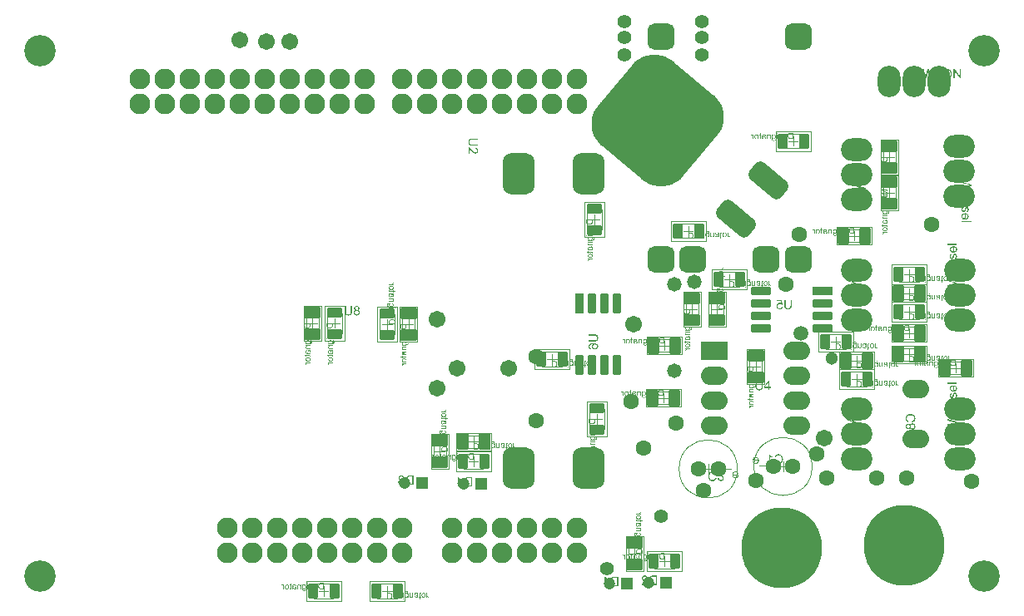
<source format=gbs>
G04*
G04 #@! TF.GenerationSoftware,Altium Limited,Altium Designer,22.5.1 (42)*
G04*
G04 Layer_Color=16711935*
%FSLAX44Y44*%
%MOMM*%
G71*
G04*
G04 #@! TF.SameCoordinates,4653A562-2A09-4D4C-8BBB-8B5FA310EEDD*
G04*
G04*
G04 #@! TF.FilePolarity,Negative*
G04*
G01*
G75*
%ADD13C,0.0500*%
%ADD14C,2.1032*%
G04:AMPARAMS|DCode=15|XSize=2.7032mm|YSize=2.7032mm|CornerRadius=0.7266mm|HoleSize=0mm|Usage=FLASHONLY|Rotation=90.000|XOffset=0mm|YOffset=0mm|HoleType=Round|Shape=RoundedRectangle|*
%AMROUNDEDRECTD15*
21,1,2.7032,1.2500,0,0,90.0*
21,1,1.2500,2.7032,0,0,90.0*
1,1,1.4532,0.6250,0.6250*
1,1,1.4532,0.6250,-0.6250*
1,1,1.4532,-0.6250,-0.6250*
1,1,1.4532,-0.6250,0.6250*
%
%ADD15ROUNDEDRECTD15*%
%ADD16C,3.2032*%
%ADD17C,8.2032*%
%ADD18C,1.7032*%
%ADD19C,1.3032*%
%ADD20O,3.2032X2.3032*%
%ADD21O,2.3032X3.2032*%
G04:AMPARAMS|DCode=22|XSize=4.2032mm|YSize=3.2032mm|CornerRadius=0.8516mm|HoleSize=0mm|Usage=FLASHONLY|Rotation=270.000|XOffset=0mm|YOffset=0mm|HoleType=Round|Shape=RoundedRectangle|*
%AMROUNDEDRECTD22*
21,1,4.2032,1.5000,0,0,270.0*
21,1,2.5000,3.2032,0,0,270.0*
1,1,1.7032,-0.7500,-1.2500*
1,1,1.7032,-0.7500,1.2500*
1,1,1.7032,0.7500,1.2500*
1,1,1.7032,0.7500,-1.2500*
%
%ADD22ROUNDEDRECTD22*%
%ADD23O,2.7032X1.9032*%
%ADD24R,2.7032X1.9032*%
%ADD25O,2.7032X1.9032*%
%ADD26C,1.6032*%
%ADD27C,1.4732*%
%ADD28C,1.4032*%
%ADD29C,1.5032*%
G04:AMPARAMS|DCode=59|XSize=1.2032mm|YSize=1.7032mm|CornerRadius=0.2016mm|HoleSize=0mm|Usage=FLASHONLY|Rotation=180.000|XOffset=0mm|YOffset=0mm|HoleType=Round|Shape=RoundedRectangle|*
%AMROUNDEDRECTD59*
21,1,1.2032,1.3000,0,0,180.0*
21,1,0.8000,1.7032,0,0,180.0*
1,1,0.4032,-0.4000,0.6500*
1,1,0.4032,0.4000,0.6500*
1,1,0.4032,0.4000,-0.6500*
1,1,0.4032,-0.4000,-0.6500*
%
%ADD59ROUNDEDRECTD59*%
G04:AMPARAMS|DCode=60|XSize=1mm|YSize=1.6mm|CornerRadius=0.14mm|HoleSize=0mm|Usage=FLASHONLY|Rotation=0.000|XOffset=0mm|YOffset=0mm|HoleType=Round|Shape=RoundedRectangle|*
%AMROUNDEDRECTD60*
21,1,1.0000,1.3200,0,0,0.0*
21,1,0.7200,1.6000,0,0,0.0*
1,1,0.2800,0.3600,-0.6600*
1,1,0.2800,-0.3600,-0.6600*
1,1,0.2800,-0.3600,0.6600*
1,1,0.2800,0.3600,0.6600*
%
%ADD60ROUNDEDRECTD60*%
G04:AMPARAMS|DCode=61|XSize=11.2032mm|YSize=11.2032mm|CornerRadius=2.8516mm|HoleSize=0mm|Usage=FLASHONLY|Rotation=230.000|XOffset=0mm|YOffset=0mm|HoleType=Round|Shape=RoundedRectangle|*
%AMROUNDEDRECTD61*
21,1,11.2032,5.5000,0,0,230.0*
21,1,5.5000,11.2032,0,0,230.0*
1,1,5.7032,-3.8743,-0.3390*
1,1,5.7032,-0.3390,3.8743*
1,1,5.7032,3.8743,0.3390*
1,1,5.7032,0.3390,-3.8743*
%
%ADD61ROUNDEDRECTD61*%
G04:AMPARAMS|DCode=62|XSize=2.2032mm|YSize=4.2032mm|CornerRadius=0.6016mm|HoleSize=0mm|Usage=FLASHONLY|Rotation=230.000|XOffset=0mm|YOffset=0mm|HoleType=Round|Shape=RoundedRectangle|*
%AMROUNDEDRECTD62*
21,1,2.2032,3.0000,0,0,230.0*
21,1,1.0000,4.2032,0,0,230.0*
1,1,1.2032,-1.4705,0.5812*
1,1,1.2032,-0.8277,1.3472*
1,1,1.2032,1.4705,-0.5812*
1,1,1.2032,0.8277,-1.3472*
%
%ADD62ROUNDEDRECTD62*%
G04:AMPARAMS|DCode=63|XSize=2.1032mm|YSize=0.8632mm|CornerRadius=0.2666mm|HoleSize=0mm|Usage=FLASHONLY|Rotation=270.000|XOffset=0mm|YOffset=0mm|HoleType=Round|Shape=RoundedRectangle|*
%AMROUNDEDRECTD63*
21,1,2.1032,0.3300,0,0,270.0*
21,1,1.5700,0.8632,0,0,270.0*
1,1,0.5332,-0.1650,-0.7850*
1,1,0.5332,-0.1650,0.7850*
1,1,0.5332,0.1650,0.7850*
1,1,0.5332,0.1650,-0.7850*
%
%ADD63ROUNDEDRECTD63*%
%ADD64R,0.8632X2.1032*%
G04:AMPARAMS|DCode=65|XSize=2.1032mm|YSize=0.8632mm|CornerRadius=0.2666mm|HoleSize=0mm|Usage=FLASHONLY|Rotation=180.000|XOffset=0mm|YOffset=0mm|HoleType=Round|Shape=RoundedRectangle|*
%AMROUNDEDRECTD65*
21,1,2.1032,0.3300,0,0,180.0*
21,1,1.5700,0.8632,0,0,180.0*
1,1,0.5332,-0.7850,0.1650*
1,1,0.5332,0.7850,0.1650*
1,1,0.5332,0.7850,-0.1650*
1,1,0.5332,-0.7850,-0.1650*
%
%ADD65ROUNDEDRECTD65*%
%ADD66R,2.1032X0.8632*%
G04:AMPARAMS|DCode=67|XSize=1.2032mm|YSize=1.7032mm|CornerRadius=0.2016mm|HoleSize=0mm|Usage=FLASHONLY|Rotation=90.000|XOffset=0mm|YOffset=0mm|HoleType=Round|Shape=RoundedRectangle|*
%AMROUNDEDRECTD67*
21,1,1.2032,1.3000,0,0,90.0*
21,1,0.8000,1.7032,0,0,90.0*
1,1,0.4032,0.6500,0.4000*
1,1,0.4032,0.6500,-0.4000*
1,1,0.4032,-0.6500,-0.4000*
1,1,0.4032,-0.6500,0.4000*
%
%ADD67ROUNDEDRECTD67*%
%ADD68C,1.2032*%
%ADD69R,1.2032X1.2032*%
G04:AMPARAMS|DCode=70|XSize=1mm|YSize=1.6mm|CornerRadius=0.14mm|HoleSize=0mm|Usage=FLASHONLY|Rotation=90.000|XOffset=0mm|YOffset=0mm|HoleType=Round|Shape=RoundedRectangle|*
%AMROUNDEDRECTD70*
21,1,1.0000,1.3200,0,0,90.0*
21,1,0.7200,1.6000,0,0,90.0*
1,1,0.2800,0.6600,0.3600*
1,1,0.2800,0.6600,-0.3600*
1,1,0.2800,-0.6600,-0.3600*
1,1,0.2800,-0.6600,0.3600*
%
%ADD70ROUNDEDRECTD70*%
G36*
X2232858Y841722D02*
X2232955D01*
X2233219Y841694D01*
X2233510Y841653D01*
X2233815Y841583D01*
X2234148Y841500D01*
X2234453Y841389D01*
X2234467D01*
X2234494Y841376D01*
X2234536Y841348D01*
X2234592Y841320D01*
X2234730Y841251D01*
X2234910Y841126D01*
X2235119Y840987D01*
X2235327Y840807D01*
X2235521Y840599D01*
X2235701Y840363D01*
Y840349D01*
X2235715Y840335D01*
X2235743Y840294D01*
X2235770Y840252D01*
X2235840Y840114D01*
X2235923Y839933D01*
X2236020Y839711D01*
X2236089Y839448D01*
X2236159Y839170D01*
X2236186Y838865D01*
X2234966Y838768D01*
Y838782D01*
Y838810D01*
X2234952Y838851D01*
X2234938Y838921D01*
X2234897Y839073D01*
X2234841Y839281D01*
X2234758Y839503D01*
X2234633Y839725D01*
X2234481Y839933D01*
X2234286Y840127D01*
X2234259Y840141D01*
X2234189Y840197D01*
X2234051Y840280D01*
X2233870Y840363D01*
X2233635Y840446D01*
X2233357Y840529D01*
X2233011Y840585D01*
X2232622Y840599D01*
X2232428D01*
X2232345Y840585D01*
X2232234Y840571D01*
X2231984Y840543D01*
X2231707Y840488D01*
X2231429Y840419D01*
X2231166Y840308D01*
X2231055Y840238D01*
X2230944Y840169D01*
X2230916Y840155D01*
X2230861Y840100D01*
X2230778Y840003D01*
X2230694Y839892D01*
X2230597Y839739D01*
X2230514Y839573D01*
X2230459Y839379D01*
X2230431Y839157D01*
Y839129D01*
Y839073D01*
X2230445Y838976D01*
X2230473Y838865D01*
X2230514Y838727D01*
X2230583Y838588D01*
X2230667Y838449D01*
X2230792Y838311D01*
X2230805Y838297D01*
X2230875Y838255D01*
X2230930Y838214D01*
X2230986Y838186D01*
X2231069Y838144D01*
X2231166Y838089D01*
X2231291Y838047D01*
X2231429Y837992D01*
X2231582Y837936D01*
X2231762Y837867D01*
X2231956Y837811D01*
X2232178Y837742D01*
X2232428Y837686D01*
X2232705Y837617D01*
X2232719D01*
X2232775Y837603D01*
X2232858Y837589D01*
X2232955Y837562D01*
X2233080Y837534D01*
X2233232Y837492D01*
X2233385Y837451D01*
X2233551Y837409D01*
X2233912Y837312D01*
X2234259Y837215D01*
X2234425Y837160D01*
X2234578Y837104D01*
X2234716Y837062D01*
X2234827Y837007D01*
X2234841D01*
X2234869Y836993D01*
X2234910Y836965D01*
X2234966Y836938D01*
X2235119Y836854D01*
X2235299Y836743D01*
X2235507Y836591D01*
X2235715Y836424D01*
X2235909Y836230D01*
X2236075Y836022D01*
X2236089Y835995D01*
X2236145Y835925D01*
X2236200Y835800D01*
X2236284Y835634D01*
X2236353Y835440D01*
X2236422Y835204D01*
X2236464Y834941D01*
X2236478Y834663D01*
Y834649D01*
Y834635D01*
Y834594D01*
Y834538D01*
X2236450Y834386D01*
X2236422Y834192D01*
X2236367Y833970D01*
X2236297Y833734D01*
X2236186Y833484D01*
X2236034Y833221D01*
Y833207D01*
X2236020Y833193D01*
X2235951Y833110D01*
X2235853Y832985D01*
X2235715Y832846D01*
X2235535Y832680D01*
X2235313Y832500D01*
X2235063Y832333D01*
X2234772Y832181D01*
X2234758D01*
X2234730Y832167D01*
X2234689Y832153D01*
X2234633Y832125D01*
X2234550Y832097D01*
X2234453Y832056D01*
X2234231Y832001D01*
X2233967Y831931D01*
X2233649Y831862D01*
X2233302Y831820D01*
X2232927Y831806D01*
X2232705D01*
X2232594Y831820D01*
X2232470D01*
X2232331Y831834D01*
X2232164Y831848D01*
X2231818Y831903D01*
X2231457Y831959D01*
X2231097Y832056D01*
X2230750Y832181D01*
X2230736D01*
X2230708Y832195D01*
X2230667Y832222D01*
X2230611Y832250D01*
X2230445Y832333D01*
X2230251Y832458D01*
X2230029Y832625D01*
X2229793Y832819D01*
X2229571Y833055D01*
X2229363Y833318D01*
Y833332D01*
X2229335Y833360D01*
X2229321Y833401D01*
X2229280Y833457D01*
X2229252Y833526D01*
X2229211Y833609D01*
X2229113Y833817D01*
X2229016Y834081D01*
X2228933Y834372D01*
X2228878Y834705D01*
X2228850Y835051D01*
X2230043Y835163D01*
Y835149D01*
Y835135D01*
X2230057Y835093D01*
Y835038D01*
X2230084Y834913D01*
X2230126Y834733D01*
X2230181Y834552D01*
X2230237Y834344D01*
X2230334Y834150D01*
X2230431Y833970D01*
X2230445Y833956D01*
X2230486Y833900D01*
X2230556Y833803D01*
X2230667Y833706D01*
X2230805Y833581D01*
X2230958Y833457D01*
X2231166Y833332D01*
X2231388Y833221D01*
X2231402D01*
X2231416Y833207D01*
X2231457Y833193D01*
X2231499Y833179D01*
X2231638Y833138D01*
X2231818Y833082D01*
X2232040Y833027D01*
X2232289Y832985D01*
X2232567Y832957D01*
X2232872Y832943D01*
X2232997D01*
X2233135Y832957D01*
X2233302Y832971D01*
X2233496Y832999D01*
X2233718Y833027D01*
X2233940Y833082D01*
X2234148Y833151D01*
X2234176Y833165D01*
X2234245Y833193D01*
X2234342Y833249D01*
X2234467Y833304D01*
X2234592Y833401D01*
X2234730Y833498D01*
X2234869Y833609D01*
X2234980Y833748D01*
X2234994Y833762D01*
X2235021Y833817D01*
X2235063Y833887D01*
X2235119Y833997D01*
X2235174Y834109D01*
X2235216Y834247D01*
X2235243Y834400D01*
X2235257Y834566D01*
Y834580D01*
Y834649D01*
X2235243Y834733D01*
X2235229Y834844D01*
X2235188Y834954D01*
X2235146Y835093D01*
X2235077Y835232D01*
X2234980Y835357D01*
X2234966Y835370D01*
X2234924Y835412D01*
X2234869Y835468D01*
X2234772Y835551D01*
X2234661Y835634D01*
X2234508Y835731D01*
X2234328Y835828D01*
X2234120Y835911D01*
X2234106Y835925D01*
X2234037Y835939D01*
X2233926Y835981D01*
X2233857Y835995D01*
X2233759Y836022D01*
X2233662Y836064D01*
X2233537Y836092D01*
X2233399Y836133D01*
X2233232Y836175D01*
X2233066Y836217D01*
X2232872Y836272D01*
X2232650Y836327D01*
X2232414Y836383D01*
X2232400D01*
X2232359Y836397D01*
X2232289Y836411D01*
X2232206Y836438D01*
X2232095Y836466D01*
X2231970Y836494D01*
X2231693Y836577D01*
X2231388Y836674D01*
X2231069Y836771D01*
X2230792Y836868D01*
X2230667Y836924D01*
X2230556Y836979D01*
X2230542D01*
X2230528Y836993D01*
X2230445Y837049D01*
X2230320Y837118D01*
X2230181Y837229D01*
X2230015Y837354D01*
X2229848Y837506D01*
X2229682Y837686D01*
X2229543Y837881D01*
X2229530Y837908D01*
X2229488Y837978D01*
X2229433Y838089D01*
X2229377Y838227D01*
X2229321Y838408D01*
X2229266Y838616D01*
X2229224Y838838D01*
X2229211Y839073D01*
Y839087D01*
Y839101D01*
Y839143D01*
Y839198D01*
X2229238Y839337D01*
X2229266Y839517D01*
X2229308Y839725D01*
X2229377Y839961D01*
X2229474Y840197D01*
X2229613Y840433D01*
Y840446D01*
X2229627Y840460D01*
X2229696Y840543D01*
X2229793Y840654D01*
X2229918Y840793D01*
X2230084Y840946D01*
X2230292Y841112D01*
X2230542Y841265D01*
X2230819Y841403D01*
X2230833D01*
X2230861Y841417D01*
X2230903Y841431D01*
X2230958Y841459D01*
X2231027Y841487D01*
X2231124Y841514D01*
X2231332Y841570D01*
X2231596Y841625D01*
X2231901Y841681D01*
X2232220Y841722D01*
X2232581Y841736D01*
X2232761D01*
X2232858Y841722D01*
D02*
G37*
G36*
X2276322Y831973D02*
X2275004D01*
X2269984Y839503D01*
Y831973D01*
X2268763D01*
Y841570D01*
X2270067D01*
X2275101Y834025D01*
Y841570D01*
X2276322D01*
Y831973D01*
D02*
G37*
G36*
X2247059D02*
X2245811D01*
X2243800Y839281D01*
Y839295D01*
X2243786Y839323D01*
X2243772Y839365D01*
X2243759Y839434D01*
X2243717Y839586D01*
X2243675Y839767D01*
X2243620Y839961D01*
X2243564Y840141D01*
X2243523Y840294D01*
X2243509Y840363D01*
X2243495Y840405D01*
Y840391D01*
X2243481Y840377D01*
X2243467Y840294D01*
X2243440Y840169D01*
X2243398Y840016D01*
X2243356Y839850D01*
X2243301Y839656D01*
X2243259Y839462D01*
X2243204Y839281D01*
X2241179Y831973D01*
X2239848D01*
X2237337Y841570D01*
X2238655D01*
X2240083Y835273D01*
Y835259D01*
X2240097Y835232D01*
X2240111Y835176D01*
X2240125Y835107D01*
X2240139Y835010D01*
X2240167Y834913D01*
X2240194Y834788D01*
X2240222Y834649D01*
X2240291Y834358D01*
X2240361Y834025D01*
X2240430Y833665D01*
X2240500Y833304D01*
Y833318D01*
X2240513Y833373D01*
X2240541Y833443D01*
X2240555Y833554D01*
X2240583Y833665D01*
X2240624Y833803D01*
X2240694Y834109D01*
X2240777Y834414D01*
X2240805Y834566D01*
X2240846Y834705D01*
X2240874Y834830D01*
X2240902Y834941D01*
X2240929Y835024D01*
X2240943Y835079D01*
X2242760Y841570D01*
X2244299D01*
X2245659Y836702D01*
Y836688D01*
X2245686Y836619D01*
X2245714Y836522D01*
X2245742Y836397D01*
X2245783Y836230D01*
X2245839Y836050D01*
X2245894Y835842D01*
X2245950Y835606D01*
X2246019Y835343D01*
X2246075Y835079D01*
X2246199Y834511D01*
X2246324Y833914D01*
X2246421Y833304D01*
Y833318D01*
X2246435Y833346D01*
Y833401D01*
X2246463Y833471D01*
X2246477Y833554D01*
X2246505Y833651D01*
X2246518Y833776D01*
X2246560Y833914D01*
X2246629Y834219D01*
X2246712Y834580D01*
X2246796Y834968D01*
X2246907Y835398D01*
X2248404Y841570D01*
X2249694D01*
X2247059Y831973D01*
D02*
G37*
G36*
X2262772Y841722D02*
X2262897D01*
X2263022Y841708D01*
X2263188Y841681D01*
X2263355Y841653D01*
X2263715Y841583D01*
X2264131Y841473D01*
X2264533Y841306D01*
X2264741Y841209D01*
X2264949Y841098D01*
X2264963Y841084D01*
X2264991Y841070D01*
X2265047Y841029D01*
X2265130Y840987D01*
X2265213Y840918D01*
X2265324Y840835D01*
X2265560Y840640D01*
X2265809Y840391D01*
X2266087Y840086D01*
X2266350Y839725D01*
X2266572Y839323D01*
Y839309D01*
X2266600Y839268D01*
X2266628Y839212D01*
X2266655Y839129D01*
X2266711Y839018D01*
X2266752Y838893D01*
X2266808Y838740D01*
X2266863Y838574D01*
X2266905Y838394D01*
X2266960Y838200D01*
X2267016Y837978D01*
X2267057Y837756D01*
X2267113Y837271D01*
X2267141Y836743D01*
Y836730D01*
Y836674D01*
Y836605D01*
X2267127Y836494D01*
Y836369D01*
X2267113Y836217D01*
X2267085Y836050D01*
X2267071Y835870D01*
X2267002Y835468D01*
X2266891Y835024D01*
X2266738Y834580D01*
X2266655Y834358D01*
X2266544Y834136D01*
Y834122D01*
X2266517Y834081D01*
X2266489Y834025D01*
X2266433Y833942D01*
X2266378Y833845D01*
X2266308Y833748D01*
X2266114Y833484D01*
X2265879Y833207D01*
X2265601Y832916D01*
X2265268Y832638D01*
X2264880Y832389D01*
X2264866D01*
X2264839Y832361D01*
X2264769Y832333D01*
X2264686Y832292D01*
X2264589Y832250D01*
X2264478Y832208D01*
X2264339Y832153D01*
X2264187Y832097D01*
X2264020Y832042D01*
X2263840Y831987D01*
X2263438Y831903D01*
X2263008Y831834D01*
X2262550Y831806D01*
X2262411D01*
X2262328Y831820D01*
X2262204D01*
X2262065Y831848D01*
X2261912Y831862D01*
X2261732Y831889D01*
X2261358Y831973D01*
X2260955Y832084D01*
X2260539Y832250D01*
X2260331Y832347D01*
X2260123Y832458D01*
X2260109Y832472D01*
X2260082Y832486D01*
X2260026Y832527D01*
X2259943Y832583D01*
X2259860Y832638D01*
X2259763Y832722D01*
X2259527Y832930D01*
X2259263Y833179D01*
X2258986Y833484D01*
X2258736Y833831D01*
X2258501Y834233D01*
Y834247D01*
X2258473Y834289D01*
X2258445Y834344D01*
X2258417Y834427D01*
X2258376Y834538D01*
X2258334Y834663D01*
X2258279Y834802D01*
X2258237Y834954D01*
X2258182Y835135D01*
X2258126Y835315D01*
X2258043Y835731D01*
X2257988Y836161D01*
X2257960Y836633D01*
Y836646D01*
Y836660D01*
Y836743D01*
X2257974Y836868D01*
Y837035D01*
X2258001Y837229D01*
X2258029Y837465D01*
X2258071Y837728D01*
X2258126Y838006D01*
X2258182Y838297D01*
X2258265Y838602D01*
X2258376Y838907D01*
X2258501Y839226D01*
X2258639Y839531D01*
X2258820Y839836D01*
X2259014Y840114D01*
X2259236Y840377D01*
X2259250Y840391D01*
X2259291Y840433D01*
X2259374Y840502D01*
X2259471Y840585D01*
X2259596Y840696D01*
X2259749Y840807D01*
X2259929Y840932D01*
X2260137Y841057D01*
X2260359Y841181D01*
X2260609Y841306D01*
X2260886Y841417D01*
X2261177Y841528D01*
X2261496Y841611D01*
X2261829Y841681D01*
X2262176Y841722D01*
X2262550Y841736D01*
X2262675D01*
X2262772Y841722D01*
D02*
G37*
G36*
X2257447Y829310D02*
X2249639D01*
Y830156D01*
X2257447D01*
Y829310D01*
D02*
G37*
G36*
X2089859Y775728D02*
X2089073D01*
Y776625D01*
X2089859D01*
Y775728D01*
D02*
G37*
G36*
X2086392Y774961D02*
X2086596Y774924D01*
X2086781Y774868D01*
X2086938Y774813D01*
X2087067Y774757D01*
X2087160Y774702D01*
X2087197Y774683D01*
X2087224Y774665D01*
X2087233Y774656D01*
X2087243D01*
X2087400Y774535D01*
X2087539Y774387D01*
X2087659Y774249D01*
X2087760Y774110D01*
X2087834Y773981D01*
X2087890Y773879D01*
X2087908Y773842D01*
X2087927Y773814D01*
X2087936Y773796D01*
Y773786D01*
X2088019Y773574D01*
X2088075Y773361D01*
X2088121Y773158D01*
X2088149Y772973D01*
X2088167Y772806D01*
Y772742D01*
X2088177Y772677D01*
Y772631D01*
Y772594D01*
Y772575D01*
Y772566D01*
X2088167Y772390D01*
X2088158Y772215D01*
X2088093Y771900D01*
X2088056Y771752D01*
X2088010Y771623D01*
X2087964Y771494D01*
X2087918Y771383D01*
X2087872Y771272D01*
X2087825Y771179D01*
X2087779Y771105D01*
X2087742Y771031D01*
X2087705Y770985D01*
X2087677Y770939D01*
X2087668Y770920D01*
X2087659Y770911D01*
X2087557Y770791D01*
X2087446Y770689D01*
X2087326Y770597D01*
X2087206Y770514D01*
X2087076Y770449D01*
X2086956Y770393D01*
X2086836Y770347D01*
X2086716Y770310D01*
X2086605Y770282D01*
X2086503Y770264D01*
X2086411Y770245D01*
X2086328Y770236D01*
X2086263D01*
X2086216Y770227D01*
X2086170D01*
X2086032Y770236D01*
X2085893Y770255D01*
X2085764Y770282D01*
X2085643Y770319D01*
X2085431Y770421D01*
X2085237Y770532D01*
X2085163Y770587D01*
X2085089Y770643D01*
X2085024Y770698D01*
X2084978Y770745D01*
X2084941Y770782D01*
X2084913Y770809D01*
X2084894Y770828D01*
X2084885Y770837D01*
Y770698D01*
Y770578D01*
X2084894Y770458D01*
Y770356D01*
Y770264D01*
X2084904Y770181D01*
Y770107D01*
X2084913Y770042D01*
X2084922Y769949D01*
X2084931Y769875D01*
X2084941Y769838D01*
Y769829D01*
X2084987Y769691D01*
X2085052Y769570D01*
X2085116Y769469D01*
X2085181Y769376D01*
X2085246Y769312D01*
X2085301Y769256D01*
X2085338Y769228D01*
X2085347Y769219D01*
X2085468Y769145D01*
X2085606Y769090D01*
X2085745Y769053D01*
X2085874Y769025D01*
X2086004Y769006D01*
X2086096Y768997D01*
X2086189D01*
X2086364Y769006D01*
X2086531Y769034D01*
X2086669Y769071D01*
X2086781Y769117D01*
X2086873Y769154D01*
X2086938Y769191D01*
X2086975Y769219D01*
X2086993Y769228D01*
X2087067Y769293D01*
X2087123Y769376D01*
X2087169Y769460D01*
X2087206Y769543D01*
X2087224Y769626D01*
X2087243Y769691D01*
X2087252Y769728D01*
Y769746D01*
X2088019Y769848D01*
Y769709D01*
X2088001Y769589D01*
X2087982Y769469D01*
X2087955Y769358D01*
X2087872Y769164D01*
X2087779Y769006D01*
X2087687Y768886D01*
X2087613Y768803D01*
X2087548Y768748D01*
X2087539Y768738D01*
X2087529Y768729D01*
X2087326Y768600D01*
X2087104Y768507D01*
X2086882Y768443D01*
X2086669Y768396D01*
X2086568Y768378D01*
X2086475Y768369D01*
X2086401Y768359D01*
X2086328D01*
X2086272Y768350D01*
X2086189D01*
X2085939Y768359D01*
X2085708Y768396D01*
X2085505Y768433D01*
X2085338Y768489D01*
X2085199Y768535D01*
X2085144Y768553D01*
X2085098Y768581D01*
X2085061Y768590D01*
X2085033Y768609D01*
X2085024Y768618D01*
X2085015D01*
X2084848Y768720D01*
X2084700Y768840D01*
X2084580Y768960D01*
X2084478Y769071D01*
X2084404Y769173D01*
X2084358Y769256D01*
X2084321Y769312D01*
X2084312Y769321D01*
Y769330D01*
X2084275Y769423D01*
X2084238Y769524D01*
X2084210Y769635D01*
X2084182Y769755D01*
X2084146Y770014D01*
X2084118Y770264D01*
X2084108Y770384D01*
X2084099Y770495D01*
Y770597D01*
X2084090Y770680D01*
Y770754D01*
Y770809D01*
Y770846D01*
Y770856D01*
Y774868D01*
X2084811D01*
Y774295D01*
X2084913Y774415D01*
X2085024Y774517D01*
X2085135Y774609D01*
X2085246Y774683D01*
X2085366Y774748D01*
X2085477Y774803D01*
X2085588Y774850D01*
X2085690Y774887D01*
X2085791Y774914D01*
X2085884Y774933D01*
X2085967Y774951D01*
X2086032Y774961D01*
X2086087Y774970D01*
X2086170D01*
X2086392Y774961D01*
D02*
G37*
G36*
X2076185D02*
X2076379Y774942D01*
X2076564Y774914D01*
X2076712Y774887D01*
X2076841Y774859D01*
X2076934Y774831D01*
X2076971Y774822D01*
X2076999Y774813D01*
X2077008Y774803D01*
X2077017D01*
X2077174Y774739D01*
X2077313Y774656D01*
X2077433Y774582D01*
X2077535Y774508D01*
X2077609Y774434D01*
X2077664Y774378D01*
X2077701Y774341D01*
X2077711Y774332D01*
X2077794Y774212D01*
X2077868Y774082D01*
X2077923Y773953D01*
X2077969Y773833D01*
X2078006Y773712D01*
X2078034Y773629D01*
X2078043Y773592D01*
Y773565D01*
X2078053Y773555D01*
Y773546D01*
X2077285Y773444D01*
X2077230Y773611D01*
X2077174Y773759D01*
X2077110Y773879D01*
X2077054Y773971D01*
X2076999Y774045D01*
X2076952Y774091D01*
X2076915Y774119D01*
X2076906Y774128D01*
X2076795Y774193D01*
X2076666Y774239D01*
X2076527Y774276D01*
X2076398Y774295D01*
X2076268Y774313D01*
X2076176Y774323D01*
X2076083D01*
X2075871Y774313D01*
X2075686Y774286D01*
X2075538Y774239D01*
X2075408Y774193D01*
X2075316Y774138D01*
X2075242Y774101D01*
X2075196Y774064D01*
X2075186Y774054D01*
X2075112Y773971D01*
X2075057Y773870D01*
X2075011Y773759D01*
X2074983Y773648D01*
X2074965Y773546D01*
X2074955Y773454D01*
Y773398D01*
Y773389D01*
Y773380D01*
Y773361D01*
Y773324D01*
Y773259D01*
X2074965Y773204D01*
Y773185D01*
Y773176D01*
X2075057Y773148D01*
X2075159Y773121D01*
X2075371Y773065D01*
X2075612Y773019D01*
X2075834Y772973D01*
X2075945Y772954D01*
X2076046Y772945D01*
X2076139Y772927D01*
X2076213Y772917D01*
X2076277Y772908D01*
X2076324D01*
X2076361Y772899D01*
X2076370D01*
X2076536Y772880D01*
X2076675Y772853D01*
X2076795Y772834D01*
X2076888Y772816D01*
X2076962Y772806D01*
X2077017Y772788D01*
X2077054Y772779D01*
X2077063D01*
X2077184Y772742D01*
X2077285Y772705D01*
X2077387Y772658D01*
X2077470Y772622D01*
X2077544Y772585D01*
X2077590Y772548D01*
X2077627Y772529D01*
X2077637Y772520D01*
X2077729Y772455D01*
X2077803Y772381D01*
X2077877Y772307D01*
X2077932Y772233D01*
X2077979Y772168D01*
X2078016Y772113D01*
X2078034Y772076D01*
X2078043Y772067D01*
X2078090Y771965D01*
X2078127Y771854D01*
X2078154Y771752D01*
X2078173Y771651D01*
X2078182Y771568D01*
X2078191Y771503D01*
Y771466D01*
Y771447D01*
X2078182Y771336D01*
X2078173Y771244D01*
X2078127Y771050D01*
X2078062Y770892D01*
X2077988Y770754D01*
X2077914Y770643D01*
X2077849Y770560D01*
X2077803Y770514D01*
X2077784Y770495D01*
X2077618Y770375D01*
X2077433Y770282D01*
X2077230Y770218D01*
X2077045Y770171D01*
X2076878Y770144D01*
X2076805Y770134D01*
X2076740D01*
X2076684Y770125D01*
X2076610D01*
X2076444Y770134D01*
X2076277Y770153D01*
X2076130Y770171D01*
X2076000Y770199D01*
X2075898Y770227D01*
X2075815Y770255D01*
X2075760Y770264D01*
X2075741Y770273D01*
X2075584Y770338D01*
X2075436Y770421D01*
X2075297Y770514D01*
X2075159Y770597D01*
X2075048Y770680D01*
X2074965Y770745D01*
X2074909Y770791D01*
X2074900Y770809D01*
X2074891D01*
X2074872Y770689D01*
X2074854Y770578D01*
X2074835Y770477D01*
X2074807Y770393D01*
X2074780Y770319D01*
X2074761Y770273D01*
X2074752Y770236D01*
X2074743Y770227D01*
X2073920D01*
X2073966Y770329D01*
X2074012Y770430D01*
X2074049Y770523D01*
X2074068Y770606D01*
X2074095Y770680D01*
X2074105Y770735D01*
X2074114Y770772D01*
Y770782D01*
X2074123Y770846D01*
X2074133Y770929D01*
Y771022D01*
X2074142Y771124D01*
X2074151Y771355D01*
Y771586D01*
X2074160Y771808D01*
Y771910D01*
Y771993D01*
Y772067D01*
Y772122D01*
Y772159D01*
Y772168D01*
Y773222D01*
Y773398D01*
X2074169Y773555D01*
X2074179Y773676D01*
Y773777D01*
X2074188Y773851D01*
X2074197Y773907D01*
X2074207Y773934D01*
Y773944D01*
X2074234Y774064D01*
X2074271Y774165D01*
X2074308Y774249D01*
X2074354Y774332D01*
X2074391Y774387D01*
X2074419Y774434D01*
X2074438Y774461D01*
X2074447Y774471D01*
X2074521Y774545D01*
X2074604Y774619D01*
X2074697Y774674D01*
X2074789Y774730D01*
X2074872Y774766D01*
X2074937Y774794D01*
X2074983Y774813D01*
X2075002Y774822D01*
X2075150Y774868D01*
X2075307Y774905D01*
X2075464Y774933D01*
X2075621Y774951D01*
X2075760Y774961D01*
X2075861Y774970D01*
X2075963D01*
X2076185Y774961D01*
D02*
G37*
G36*
X2072820Y776015D02*
Y774868D01*
X2073402D01*
Y774258D01*
X2072820D01*
Y771577D01*
Y771447D01*
Y771336D01*
X2072810Y771235D01*
X2072801Y771133D01*
Y771050D01*
X2072792Y770976D01*
X2072773Y770856D01*
X2072755Y770763D01*
X2072746Y770698D01*
X2072727Y770661D01*
Y770652D01*
X2072690Y770569D01*
X2072635Y770504D01*
X2072579Y770440D01*
X2072533Y770393D01*
X2072478Y770347D01*
X2072441Y770319D01*
X2072413Y770301D01*
X2072404Y770292D01*
X2072302Y770245D01*
X2072200Y770218D01*
X2072089Y770190D01*
X2071978Y770181D01*
X2071886Y770171D01*
X2071812Y770162D01*
X2071738D01*
X2071534Y770171D01*
X2071433Y770181D01*
X2071340Y770199D01*
X2071257Y770208D01*
X2071192Y770218D01*
X2071155Y770227D01*
X2071137D01*
X2071239Y770920D01*
X2071313Y770911D01*
X2071387Y770902D01*
X2071451D01*
X2071497Y770892D01*
X2071590D01*
X2071710Y770902D01*
X2071793Y770920D01*
X2071840Y770939D01*
X2071858Y770948D01*
X2071923Y770994D01*
X2071960Y771040D01*
X2071987Y771077D01*
X2071997Y771096D01*
X2072006Y771142D01*
X2072015Y771207D01*
X2072025Y771355D01*
X2072034Y771420D01*
Y771475D01*
Y771512D01*
Y771531D01*
Y774258D01*
X2071239D01*
Y774868D01*
X2072034D01*
Y776486D01*
X2072820Y776015D01*
D02*
G37*
G36*
X2097589Y774961D02*
X2097755Y774942D01*
X2097912Y774914D01*
X2098060Y774868D01*
X2098199Y774822D01*
X2098328Y774766D01*
X2098448Y774711D01*
X2098550Y774646D01*
X2098652Y774591D01*
X2098735Y774526D01*
X2098809Y774471D01*
X2098864Y774424D01*
X2098911Y774378D01*
X2098948Y774350D01*
X2098966Y774332D01*
X2098975Y774323D01*
X2099077Y774193D01*
X2099170Y774054D01*
X2099253Y773916D01*
X2099327Y773768D01*
X2099382Y773611D01*
X2099429Y773463D01*
X2099502Y773167D01*
X2099530Y773037D01*
X2099549Y772908D01*
X2099558Y772797D01*
X2099567Y772695D01*
X2099576Y772612D01*
Y772557D01*
Y772511D01*
Y772501D01*
X2099567Y772298D01*
X2099549Y772104D01*
X2099521Y771919D01*
X2099484Y771752D01*
X2099438Y771595D01*
X2099391Y771447D01*
X2099336Y771318D01*
X2099281Y771198D01*
X2099225Y771096D01*
X2099170Y771003D01*
X2099123Y770929D01*
X2099077Y770865D01*
X2099040Y770809D01*
X2099012Y770772D01*
X2098994Y770754D01*
X2098985Y770745D01*
X2098864Y770634D01*
X2098744Y770541D01*
X2098615Y770458D01*
X2098476Y770384D01*
X2098347Y770329D01*
X2098208Y770273D01*
X2097949Y770199D01*
X2097829Y770181D01*
X2097718Y770162D01*
X2097616Y770144D01*
X2097533Y770134D01*
X2097468Y770125D01*
X2097367D01*
X2097080Y770144D01*
X2096821Y770190D01*
X2096590Y770245D01*
X2096498Y770282D01*
X2096405Y770319D01*
X2096322Y770356D01*
X2096248Y770393D01*
X2096192Y770421D01*
X2096137Y770449D01*
X2096100Y770477D01*
X2096072Y770495D01*
X2096054Y770514D01*
X2096045D01*
X2095860Y770680D01*
X2095712Y770856D01*
X2095582Y771040D01*
X2095490Y771216D01*
X2095416Y771373D01*
X2095388Y771447D01*
X2095360Y771503D01*
X2095342Y771558D01*
X2095333Y771595D01*
X2095323Y771614D01*
Y771623D01*
X2096137Y771725D01*
X2096211Y771549D01*
X2096294Y771401D01*
X2096377Y771272D01*
X2096451Y771170D01*
X2096516Y771096D01*
X2096572Y771040D01*
X2096618Y771003D01*
X2096627Y770994D01*
X2096747Y770920D01*
X2096867Y770865D01*
X2096997Y770828D01*
X2097108Y770800D01*
X2097209Y770782D01*
X2097293Y770772D01*
X2097367D01*
X2097478Y770782D01*
X2097579Y770791D01*
X2097764Y770837D01*
X2097931Y770902D01*
X2098079Y770976D01*
X2098190Y771040D01*
X2098273Y771105D01*
X2098328Y771151D01*
X2098338Y771170D01*
X2098347D01*
X2098476Y771336D01*
X2098578Y771521D01*
X2098652Y771725D01*
X2098707Y771910D01*
X2098735Y772076D01*
X2098754Y772150D01*
X2098763Y772215D01*
Y772270D01*
X2098772Y772307D01*
Y772335D01*
Y772344D01*
X2095305D01*
X2095296Y772437D01*
Y772501D01*
Y772538D01*
Y772548D01*
X2095305Y772760D01*
X2095323Y772954D01*
X2095351Y773139D01*
X2095388Y773315D01*
X2095434Y773472D01*
X2095481Y773620D01*
X2095536Y773749D01*
X2095591Y773870D01*
X2095647Y773981D01*
X2095703Y774073D01*
X2095749Y774147D01*
X2095795Y774212D01*
X2095832Y774267D01*
X2095860Y774304D01*
X2095878Y774323D01*
X2095887Y774332D01*
X2095998Y774443D01*
X2096118Y774545D01*
X2096248Y774628D01*
X2096377Y774702D01*
X2096507Y774766D01*
X2096627Y774813D01*
X2096756Y774859D01*
X2096867Y774887D01*
X2096988Y774914D01*
X2097089Y774933D01*
X2097182Y774951D01*
X2097256Y774961D01*
X2097321Y774970D01*
X2097413D01*
X2097589Y774961D01*
D02*
G37*
G36*
X2105660Y770227D02*
X2103358D01*
X2103145Y770236D01*
X2102951Y770245D01*
X2102775Y770264D01*
X2102627Y770282D01*
X2102498Y770301D01*
X2102406Y770310D01*
X2102378Y770319D01*
X2102350Y770329D01*
X2102332D01*
X2102165Y770375D01*
X2102017Y770430D01*
X2101888Y770477D01*
X2101777Y770532D01*
X2101684Y770578D01*
X2101620Y770615D01*
X2101583Y770643D01*
X2101564Y770652D01*
X2101444Y770735D01*
X2101342Y770837D01*
X2101241Y770929D01*
X2101157Y771022D01*
X2101083Y771105D01*
X2101028Y771170D01*
X2100991Y771216D01*
X2100982Y771235D01*
X2100889Y771383D01*
X2100797Y771540D01*
X2100723Y771688D01*
X2100667Y771836D01*
X2100612Y771965D01*
X2100575Y772067D01*
X2100566Y772104D01*
X2100556Y772132D01*
X2100547Y772150D01*
Y772159D01*
X2100492Y772381D01*
X2100446Y772603D01*
X2100418Y772816D01*
X2100390Y773019D01*
X2100381Y773195D01*
Y773269D01*
X2100372Y773333D01*
Y773380D01*
Y773426D01*
Y773444D01*
Y773454D01*
X2100381Y773768D01*
X2100408Y774054D01*
X2100455Y774313D01*
X2100473Y774434D01*
X2100501Y774535D01*
X2100529Y774637D01*
X2100547Y774720D01*
X2100566Y774794D01*
X2100593Y774859D01*
X2100603Y774914D01*
X2100621Y774951D01*
X2100630Y774970D01*
Y774979D01*
X2100732Y775219D01*
X2100852Y775432D01*
X2100982Y775617D01*
X2101102Y775774D01*
X2101213Y775904D01*
X2101305Y775996D01*
X2101342Y776024D01*
X2101370Y776052D01*
X2101379Y776061D01*
X2101389Y776070D01*
X2101537Y776190D01*
X2101694Y776283D01*
X2101851Y776366D01*
X2101999Y776431D01*
X2102128Y776477D01*
X2102230Y776505D01*
X2102267Y776523D01*
X2102295D01*
X2102313Y776532D01*
X2102322D01*
X2102480Y776560D01*
X2102664Y776588D01*
X2102849Y776606D01*
X2103034Y776616D01*
X2103201Y776625D01*
X2105660D01*
Y770227D01*
D02*
G37*
G36*
X2089859D02*
X2089073D01*
Y774868D01*
X2089859D01*
Y770227D01*
D02*
G37*
G36*
X2080900Y774961D02*
X2081067Y774933D01*
X2081215Y774896D01*
X2081363Y774850D01*
X2081492Y774794D01*
X2081612Y774730D01*
X2081723Y774656D01*
X2081816Y774591D01*
X2081908Y774517D01*
X2081982Y774443D01*
X2082047Y774378D01*
X2082102Y774323D01*
X2082139Y774276D01*
X2082167Y774239D01*
X2082185Y774212D01*
X2082195Y774202D01*
Y774868D01*
X2082897D01*
Y770227D01*
X2082112D01*
Y772751D01*
Y772908D01*
X2082093Y773065D01*
X2082074Y773195D01*
X2082056Y773315D01*
X2082028Y773426D01*
X2082000Y773528D01*
X2081964Y773620D01*
X2081927Y773694D01*
X2081899Y773759D01*
X2081862Y773814D01*
X2081834Y773860D01*
X2081806Y773897D01*
X2081769Y773944D01*
X2081751Y773962D01*
X2081612Y774073D01*
X2081464Y774147D01*
X2081316Y774202D01*
X2081187Y774249D01*
X2081067Y774267D01*
X2080974Y774276D01*
X2080937Y774286D01*
X2080891D01*
X2080780Y774276D01*
X2080669Y774267D01*
X2080577Y774239D01*
X2080503Y774212D01*
X2080438Y774184D01*
X2080383Y774165D01*
X2080355Y774147D01*
X2080345Y774138D01*
X2080262Y774082D01*
X2080188Y774018D01*
X2080133Y773953D01*
X2080087Y773897D01*
X2080059Y773842D01*
X2080031Y773796D01*
X2080013Y773768D01*
Y773759D01*
X2079985Y773657D01*
X2079957Y773546D01*
X2079939Y773426D01*
X2079930Y773306D01*
X2079920Y773204D01*
Y773121D01*
Y773056D01*
Y773047D01*
Y773037D01*
Y770227D01*
X2079134D01*
Y773074D01*
Y773269D01*
X2079144Y773426D01*
X2079153Y773555D01*
Y773666D01*
X2079162Y773740D01*
X2079171Y773796D01*
X2079181Y773833D01*
Y773842D01*
X2079208Y773962D01*
X2079255Y774073D01*
X2079292Y774165D01*
X2079328Y774258D01*
X2079375Y774323D01*
X2079402Y774369D01*
X2079421Y774406D01*
X2079430Y774415D01*
X2079504Y774508D01*
X2079587Y774582D01*
X2079671Y774656D01*
X2079763Y774711D01*
X2079837Y774757D01*
X2079902Y774785D01*
X2079939Y774803D01*
X2079957Y774813D01*
X2080087Y774868D01*
X2080225Y774905D01*
X2080355Y774933D01*
X2080475Y774951D01*
X2080577Y774961D01*
X2080651Y774970D01*
X2080725D01*
X2080900Y774961D01*
D02*
G37*
G36*
X2063888D02*
X2063981Y774942D01*
X2064073Y774914D01*
X2064147Y774887D01*
X2064203Y774859D01*
X2064258Y774831D01*
X2064286Y774813D01*
X2064295Y774803D01*
X2064378Y774730D01*
X2064462Y774637D01*
X2064545Y774526D01*
X2064619Y774424D01*
X2064693Y774323D01*
X2064739Y774239D01*
X2064776Y774175D01*
X2064785Y774165D01*
Y774868D01*
X2065497D01*
Y770227D01*
X2064711D01*
Y772649D01*
X2064702Y772834D01*
X2064693Y773000D01*
X2064674Y773158D01*
X2064646Y773296D01*
X2064619Y773407D01*
X2064600Y773491D01*
X2064591Y773546D01*
X2064582Y773565D01*
X2064545Y773666D01*
X2064499Y773749D01*
X2064452Y773823D01*
X2064406Y773888D01*
X2064360Y773934D01*
X2064332Y773971D01*
X2064304Y773990D01*
X2064295Y773999D01*
X2064221Y774054D01*
X2064138Y774091D01*
X2064055Y774119D01*
X2063990Y774138D01*
X2063925Y774147D01*
X2063879Y774156D01*
X2063833D01*
X2063731Y774147D01*
X2063629Y774128D01*
X2063528Y774101D01*
X2063445Y774073D01*
X2063371Y774045D01*
X2063315Y774018D01*
X2063278Y773999D01*
X2063269Y773990D01*
X2062982Y774711D01*
X2063139Y774794D01*
X2063287Y774859D01*
X2063417Y774905D01*
X2063537Y774942D01*
X2063639Y774961D01*
X2063722Y774970D01*
X2063787D01*
X2063888Y774961D01*
D02*
G37*
G36*
X2093077Y774951D02*
X2093188Y774942D01*
X2093289Y774924D01*
X2093373Y774905D01*
X2093437Y774887D01*
X2093474Y774877D01*
X2093493Y774868D01*
X2093604Y774831D01*
X2093705Y774794D01*
X2093789Y774757D01*
X2093863Y774720D01*
X2093918Y774693D01*
X2093955Y774665D01*
X2093983Y774656D01*
X2093992Y774646D01*
X2094084Y774582D01*
X2094158Y774508D01*
X2094223Y774424D01*
X2094279Y774360D01*
X2094325Y774295D01*
X2094353Y774249D01*
X2094371Y774212D01*
X2094380Y774202D01*
X2094427Y774101D01*
X2094464Y774008D01*
X2094482Y773907D01*
X2094501Y773823D01*
X2094510Y773740D01*
X2094519Y773685D01*
Y773648D01*
Y773629D01*
X2094510Y773500D01*
X2094491Y773389D01*
X2094464Y773278D01*
X2094436Y773185D01*
X2094408Y773111D01*
X2094380Y773047D01*
X2094362Y773010D01*
X2094353Y773000D01*
X2094279Y772899D01*
X2094196Y772816D01*
X2094112Y772742D01*
X2094029Y772677D01*
X2093955Y772631D01*
X2093900Y772594D01*
X2093863Y772575D01*
X2093844Y772566D01*
X2093779Y772538D01*
X2093696Y772501D01*
X2093511Y772437D01*
X2093317Y772381D01*
X2093114Y772316D01*
X2092938Y772270D01*
X2092855Y772242D01*
X2092781Y772224D01*
X2092725Y772205D01*
X2092679Y772196D01*
X2092651Y772187D01*
X2092642D01*
X2092522Y772159D01*
X2092420Y772132D01*
X2092328Y772104D01*
X2092245Y772076D01*
X2092171Y772057D01*
X2092106Y772030D01*
X2091995Y771993D01*
X2091921Y771965D01*
X2091875Y771937D01*
X2091847Y771928D01*
X2091838Y771919D01*
X2091755Y771863D01*
X2091699Y771789D01*
X2091653Y771725D01*
X2091625Y771660D01*
X2091607Y771595D01*
X2091597Y771549D01*
Y771512D01*
Y771503D01*
X2091607Y771392D01*
X2091634Y771299D01*
X2091681Y771207D01*
X2091727Y771133D01*
X2091782Y771068D01*
X2091819Y771022D01*
X2091856Y770994D01*
X2091866Y770985D01*
X2091976Y770911D01*
X2092097Y770865D01*
X2092235Y770828D01*
X2092365Y770800D01*
X2092485Y770782D01*
X2092578Y770772D01*
X2092670D01*
X2092864Y770782D01*
X2093031Y770809D01*
X2093169Y770846D01*
X2093289Y770892D01*
X2093382Y770939D01*
X2093456Y770976D01*
X2093493Y771003D01*
X2093511Y771013D01*
X2093613Y771114D01*
X2093696Y771235D01*
X2093752Y771355D01*
X2093798Y771466D01*
X2093835Y771568D01*
X2093853Y771660D01*
X2093872Y771715D01*
Y771725D01*
Y771734D01*
X2094648Y771614D01*
X2094584Y771355D01*
X2094501Y771124D01*
X2094399Y770939D01*
X2094297Y770782D01*
X2094205Y770652D01*
X2094122Y770569D01*
X2094066Y770514D01*
X2094057Y770504D01*
X2094048Y770495D01*
X2093955Y770430D01*
X2093853Y770375D01*
X2093631Y770282D01*
X2093400Y770218D01*
X2093178Y770171D01*
X2093077Y770153D01*
X2092984Y770144D01*
X2092892Y770134D01*
X2092818D01*
X2092753Y770125D01*
X2092670D01*
X2092466Y770134D01*
X2092291Y770153D01*
X2092124Y770181D01*
X2091976Y770218D01*
X2091856Y770255D01*
X2091764Y770282D01*
X2091708Y770301D01*
X2091699Y770310D01*
X2091690D01*
X2091533Y770393D01*
X2091403Y770477D01*
X2091292Y770569D01*
X2091191Y770652D01*
X2091117Y770726D01*
X2091070Y770791D01*
X2091033Y770828D01*
X2091024Y770846D01*
X2090950Y770976D01*
X2090895Y771114D01*
X2090849Y771235D01*
X2090821Y771346D01*
X2090802Y771447D01*
X2090793Y771521D01*
Y771568D01*
Y771586D01*
X2090802Y771734D01*
X2090821Y771863D01*
X2090858Y771974D01*
X2090885Y772076D01*
X2090923Y772159D01*
X2090959Y772215D01*
X2090978Y772252D01*
X2090987Y772261D01*
X2091061Y772353D01*
X2091144Y772437D01*
X2091228Y772511D01*
X2091311Y772566D01*
X2091394Y772612D01*
X2091449Y772640D01*
X2091487Y772658D01*
X2091505Y772668D01*
X2091570Y772695D01*
X2091644Y772723D01*
X2091819Y772788D01*
X2092014Y772853D01*
X2092208Y772908D01*
X2092383Y772964D01*
X2092466Y772982D01*
X2092531Y773000D01*
X2092587Y773019D01*
X2092633Y773028D01*
X2092661Y773037D01*
X2092670D01*
X2092772Y773065D01*
X2092864Y773093D01*
X2092947Y773111D01*
X2093021Y773139D01*
X2093141Y773167D01*
X2093234Y773195D01*
X2093299Y773222D01*
X2093336Y773232D01*
X2093354Y773241D01*
X2093363D01*
X2093437Y773278D01*
X2093502Y773306D01*
X2093557Y773343D01*
X2093595Y773370D01*
X2093631Y773398D01*
X2093650Y773426D01*
X2093659Y773435D01*
X2093669Y773444D01*
X2093724Y773537D01*
X2093752Y773629D01*
Y773666D01*
X2093761Y773694D01*
Y773712D01*
Y773722D01*
X2093752Y773805D01*
X2093724Y773888D01*
X2093687Y773962D01*
X2093641Y774018D01*
X2093604Y774073D01*
X2093567Y774110D01*
X2093539Y774128D01*
X2093530Y774138D01*
X2093428Y774202D01*
X2093308Y774249D01*
X2093178Y774276D01*
X2093058Y774304D01*
X2092938Y774313D01*
X2092846Y774323D01*
X2092753D01*
X2092596Y774313D01*
X2092448Y774295D01*
X2092328Y774258D01*
X2092235Y774221D01*
X2092152Y774184D01*
X2092097Y774147D01*
X2092060Y774128D01*
X2092050Y774119D01*
X2091958Y774036D01*
X2091893Y773944D01*
X2091838Y773851D01*
X2091792Y773768D01*
X2091764Y773685D01*
X2091745Y773620D01*
X2091736Y773583D01*
Y773565D01*
X2090969Y773666D01*
X2091006Y773823D01*
X2091043Y773962D01*
X2091089Y774082D01*
X2091135Y774193D01*
X2091181Y774267D01*
X2091218Y774332D01*
X2091237Y774369D01*
X2091246Y774378D01*
X2091329Y774471D01*
X2091422Y774554D01*
X2091523Y774628D01*
X2091625Y774693D01*
X2091718Y774739D01*
X2091792Y774776D01*
X2091838Y774794D01*
X2091847Y774803D01*
X2091856D01*
X2092014Y774859D01*
X2092180Y774896D01*
X2092337Y774933D01*
X2092485Y774951D01*
X2092624Y774961D01*
X2092725Y774970D01*
X2092947D01*
X2093077Y774951D01*
D02*
G37*
G36*
X2068742Y774961D02*
X2068890Y774951D01*
X2069177Y774887D01*
X2069427Y774803D01*
X2069537Y774757D01*
X2069639Y774711D01*
X2069732Y774665D01*
X2069806Y774619D01*
X2069879Y774572D01*
X2069935Y774535D01*
X2069981Y774498D01*
X2070018Y774471D01*
X2070037Y774461D01*
X2070046Y774452D01*
X2070175Y774332D01*
X2070277Y774193D01*
X2070379Y774045D01*
X2070453Y773897D01*
X2070527Y773740D01*
X2070582Y773574D01*
X2070628Y773417D01*
X2070665Y773269D01*
X2070702Y773121D01*
X2070721Y772991D01*
X2070739Y772862D01*
X2070749Y772760D01*
Y772668D01*
X2070758Y772603D01*
Y772566D01*
Y772548D01*
X2070749Y772335D01*
X2070730Y772132D01*
X2070702Y771946D01*
X2070665Y771771D01*
X2070619Y771614D01*
X2070573Y771466D01*
X2070517Y771327D01*
X2070462Y771207D01*
X2070406Y771096D01*
X2070351Y771003D01*
X2070305Y770929D01*
X2070259Y770865D01*
X2070222Y770809D01*
X2070194Y770772D01*
X2070175Y770754D01*
X2070166Y770745D01*
X2070046Y770634D01*
X2069926Y770541D01*
X2069796Y770458D01*
X2069667Y770384D01*
X2069537Y770329D01*
X2069399Y770273D01*
X2069149Y770199D01*
X2069038Y770181D01*
X2068927Y770162D01*
X2068835Y770144D01*
X2068752Y770134D01*
X2068678Y770125D01*
X2068585D01*
X2068363Y770134D01*
X2068160Y770171D01*
X2067966Y770218D01*
X2067809Y770264D01*
X2067670Y770319D01*
X2067614Y770338D01*
X2067568Y770356D01*
X2067522Y770375D01*
X2067494Y770393D01*
X2067485Y770403D01*
X2067476D01*
X2067291Y770523D01*
X2067134Y770652D01*
X2066995Y770782D01*
X2066884Y770911D01*
X2066801Y771022D01*
X2066736Y771114D01*
X2066718Y771151D01*
X2066699Y771179D01*
X2066690Y771188D01*
Y771198D01*
X2066597Y771410D01*
X2066533Y771641D01*
X2066477Y771873D01*
X2066449Y772104D01*
X2066431Y772205D01*
Y772298D01*
X2066422Y772390D01*
X2066412Y772464D01*
Y772529D01*
Y772575D01*
Y772603D01*
Y772612D01*
X2066422Y772816D01*
X2066440Y773000D01*
X2066468Y773176D01*
X2066505Y773343D01*
X2066551Y773500D01*
X2066607Y773639D01*
X2066662Y773777D01*
X2066718Y773888D01*
X2066773Y773990D01*
X2066828Y774082D01*
X2066884Y774165D01*
X2066930Y774230D01*
X2066967Y774276D01*
X2066995Y774313D01*
X2067013Y774332D01*
X2067023Y774341D01*
X2067143Y774452D01*
X2067263Y774545D01*
X2067392Y774637D01*
X2067522Y774702D01*
X2067651Y774766D01*
X2067781Y774813D01*
X2068030Y774896D01*
X2068151Y774914D01*
X2068252Y774933D01*
X2068345Y774951D01*
X2068428Y774961D01*
X2068493Y774970D01*
X2068585D01*
X2068742Y774961D01*
D02*
G37*
G36*
X1785223Y769614D02*
X1779676D01*
X1779662D01*
X1779621D01*
X1779551D01*
X1779468D01*
X1779371Y769600D01*
X1779246D01*
X1778983Y769586D01*
X1778678Y769559D01*
X1778372Y769517D01*
X1778081Y769462D01*
X1777956Y769434D01*
X1777832Y769392D01*
X1777804Y769378D01*
X1777734Y769351D01*
X1777637Y769281D01*
X1777499Y769198D01*
X1777360Y769101D01*
X1777207Y768962D01*
X1777055Y768796D01*
X1776930Y768602D01*
X1776916Y768574D01*
X1776875Y768505D01*
X1776833Y768380D01*
X1776777Y768213D01*
X1776708Y768019D01*
X1776667Y767770D01*
X1776625Y767506D01*
X1776611Y767215D01*
Y767076D01*
X1776625Y766993D01*
Y766868D01*
X1776639Y766743D01*
X1776694Y766438D01*
X1776764Y766105D01*
X1776875Y765786D01*
X1777027Y765481D01*
X1777124Y765343D01*
X1777235Y765218D01*
X1777249Y765204D01*
X1777263Y765190D01*
X1777305Y765162D01*
X1777360Y765121D01*
X1777443Y765079D01*
X1777526Y765024D01*
X1777651Y764968D01*
X1777776Y764913D01*
X1777929Y764857D01*
X1778109Y764816D01*
X1778317Y764760D01*
X1778539Y764719D01*
X1778788Y764677D01*
X1779052Y764649D01*
X1779357Y764622D01*
X1779676D01*
X1785223D01*
Y763346D01*
X1779676D01*
X1779662D01*
X1779607D01*
X1779537D01*
X1779440D01*
X1779315Y763360D01*
X1779177D01*
X1779010Y763373D01*
X1778844Y763387D01*
X1778469Y763429D01*
X1778081Y763484D01*
X1777707Y763568D01*
X1777526Y763623D01*
X1777360Y763678D01*
X1777346D01*
X1777318Y763692D01*
X1777277Y763720D01*
X1777221Y763748D01*
X1777069Y763831D01*
X1776875Y763956D01*
X1776653Y764122D01*
X1776431Y764316D01*
X1776195Y764566D01*
X1775987Y764871D01*
Y764885D01*
X1775959Y764913D01*
X1775945Y764954D01*
X1775904Y765024D01*
X1775862Y765107D01*
X1775821Y765218D01*
X1775779Y765329D01*
X1775724Y765468D01*
X1775668Y765620D01*
X1775626Y765786D01*
X1775585Y765967D01*
X1775543Y766175D01*
X1775515Y766383D01*
X1775488Y766605D01*
X1775460Y767104D01*
Y767229D01*
X1775474Y767326D01*
Y767437D01*
X1775488Y767576D01*
X1775502Y767728D01*
X1775515Y767881D01*
X1775571Y768227D01*
X1775654Y768602D01*
X1775765Y768962D01*
X1775918Y769309D01*
Y769323D01*
X1775945Y769351D01*
X1775973Y769392D01*
X1776001Y769448D01*
X1776112Y769600D01*
X1776264Y769781D01*
X1776458Y769989D01*
X1776680Y770183D01*
X1776958Y770377D01*
X1777263Y770529D01*
X1777277D01*
X1777305Y770543D01*
X1777360Y770557D01*
X1777429Y770585D01*
X1777513Y770613D01*
X1777623Y770640D01*
X1777748Y770682D01*
X1777901Y770710D01*
X1778067Y770737D01*
X1778248Y770779D01*
X1778442Y770807D01*
X1778650Y770835D01*
X1778885Y770862D01*
X1779135Y770876D01*
X1779399Y770890D01*
X1779676D01*
X1785223D01*
Y769614D01*
D02*
G37*
G36*
X1775890Y761862D02*
X1776015Y761848D01*
X1776153Y761820D01*
X1776292Y761792D01*
X1776445Y761737D01*
X1776458D01*
X1776472Y761723D01*
X1776556Y761695D01*
X1776680Y761640D01*
X1776847Y761557D01*
X1777041Y761446D01*
X1777263Y761307D01*
X1777485Y761154D01*
X1777720Y760960D01*
X1777734D01*
X1777748Y760932D01*
X1777832Y760863D01*
X1777956Y760738D01*
X1778137Y760558D01*
X1778345Y760350D01*
X1778594Y760087D01*
X1778872Y759768D01*
X1779163Y759421D01*
X1779177Y759407D01*
X1779218Y759352D01*
X1779288Y759268D01*
X1779371Y759171D01*
X1779482Y759046D01*
X1779607Y758894D01*
X1779745Y758741D01*
X1779898Y758561D01*
X1780231Y758214D01*
X1780564Y757868D01*
X1780730Y757701D01*
X1780896Y757549D01*
X1781049Y757410D01*
X1781201Y757299D01*
X1781215D01*
X1781229Y757271D01*
X1781271Y757243D01*
X1781326Y757216D01*
X1781479Y757119D01*
X1781659Y757008D01*
X1781881Y756911D01*
X1782117Y756814D01*
X1782380Y756758D01*
X1782630Y756730D01*
X1782644D01*
X1782658D01*
X1782741Y756744D01*
X1782880Y756758D01*
X1783032Y756800D01*
X1783226Y756855D01*
X1783421Y756952D01*
X1783615Y757077D01*
X1783809Y757243D01*
X1783837Y757271D01*
X1783892Y757341D01*
X1783961Y757438D01*
X1784058Y757590D01*
X1784142Y757784D01*
X1784225Y758006D01*
X1784280Y758270D01*
X1784294Y758561D01*
Y758644D01*
X1784280Y758700D01*
X1784266Y758866D01*
X1784225Y759060D01*
X1784169Y759268D01*
X1784072Y759504D01*
X1783947Y759726D01*
X1783781Y759934D01*
X1783753Y759962D01*
X1783684Y760017D01*
X1783573Y760100D01*
X1783407Y760184D01*
X1783212Y760281D01*
X1782963Y760364D01*
X1782685Y760419D01*
X1782366Y760447D01*
X1782491Y761654D01*
X1782505D01*
X1782547Y761640D01*
X1782616D01*
X1782713Y761626D01*
X1782824Y761598D01*
X1782949Y761570D01*
X1783102Y761529D01*
X1783254Y761487D01*
X1783587Y761376D01*
X1783920Y761210D01*
X1784086Y761113D01*
X1784253Y760988D01*
X1784405Y760863D01*
X1784544Y760724D01*
X1784558Y760711D01*
X1784572Y760683D01*
X1784613Y760641D01*
X1784655Y760572D01*
X1784710Y760489D01*
X1784766Y760392D01*
X1784835Y760281D01*
X1784904Y760142D01*
X1784974Y759989D01*
X1785043Y759823D01*
X1785099Y759643D01*
X1785154Y759449D01*
X1785196Y759240D01*
X1785237Y759019D01*
X1785251Y758783D01*
X1785265Y758533D01*
Y758395D01*
X1785251Y758298D01*
X1785237Y758186D01*
X1785223Y758048D01*
X1785196Y757895D01*
X1785168Y757743D01*
X1785071Y757382D01*
X1784932Y757022D01*
X1784849Y756841D01*
X1784752Y756661D01*
X1784627Y756495D01*
X1784488Y756342D01*
X1784474Y756328D01*
X1784461Y756300D01*
X1784405Y756273D01*
X1784350Y756217D01*
X1784280Y756148D01*
X1784183Y756078D01*
X1784086Y756009D01*
X1783961Y755926D01*
X1783698Y755787D01*
X1783365Y755649D01*
X1783199Y755593D01*
X1783004Y755565D01*
X1782810Y755538D01*
X1782602Y755524D01*
X1782574D01*
X1782505D01*
X1782394Y755538D01*
X1782242Y755552D01*
X1782075Y755579D01*
X1781881Y755635D01*
X1781673Y755690D01*
X1781465Y755773D01*
X1781437Y755787D01*
X1781368Y755815D01*
X1781257Y755871D01*
X1781104Y755954D01*
X1780938Y756065D01*
X1780730Y756203D01*
X1780522Y756370D01*
X1780286Y756564D01*
X1780258Y756592D01*
X1780175Y756661D01*
X1780106Y756730D01*
X1780037Y756800D01*
X1779953Y756883D01*
X1779842Y756994D01*
X1779731Y757105D01*
X1779607Y757243D01*
X1779468Y757382D01*
X1779315Y757549D01*
X1779163Y757729D01*
X1778983Y757923D01*
X1778802Y758145D01*
X1778608Y758367D01*
X1778594Y758381D01*
X1778566Y758408D01*
X1778525Y758464D01*
X1778469Y758533D01*
X1778386Y758616D01*
X1778303Y758714D01*
X1778123Y758935D01*
X1777915Y759171D01*
X1777707Y759393D01*
X1777526Y759587D01*
X1777457Y759670D01*
X1777388Y759740D01*
X1777374Y759754D01*
X1777332Y759795D01*
X1777277Y759851D01*
X1777193Y759920D01*
X1777097Y759989D01*
X1776999Y760073D01*
X1776764Y760239D01*
Y755510D01*
X1775626D01*
Y761876D01*
X1775640D01*
X1775696D01*
X1775779D01*
X1775890Y761862D01*
D02*
G37*
G36*
X2003317Y759675D02*
X2003533Y759493D01*
X2003729Y759311D01*
X2003914Y759137D01*
X2004080Y758961D01*
X2004224Y758803D01*
X2004357Y758655D01*
X2004470Y758505D01*
X2004582Y758374D01*
X2004682Y758253D01*
X2004752Y758139D01*
X2004821Y758045D01*
X2004867Y757969D01*
X2004903Y757902D01*
X2004937Y757855D01*
X2004950Y757826D01*
X2004960Y757817D01*
X2005098Y757499D01*
X2005188Y757167D01*
X2005233Y756870D01*
X2005249Y756582D01*
X2005250Y756342D01*
X2005236Y756150D01*
X2005222Y756089D01*
X2005216Y756039D01*
X2005220Y755999D01*
X2005211Y755988D01*
X2005103Y755618D01*
X2004954Y755265D01*
X2004774Y754919D01*
X2004590Y754613D01*
X2004502Y754485D01*
X2004413Y754357D01*
X2004333Y754240D01*
X2004260Y754154D01*
X2004208Y754069D01*
X2004126Y753972D01*
X2003778Y753601D01*
X2003612Y753447D01*
X2003454Y753303D01*
X2003286Y753168D01*
X2003136Y753055D01*
X2002995Y752952D01*
X2002852Y752870D01*
X2002718Y752798D01*
X2002613Y752739D01*
X2002508Y752680D01*
X2002421Y752642D01*
X2002344Y752615D01*
X2002306Y752592D01*
X2002266Y752588D01*
X2002257Y752578D01*
X2001896Y752476D01*
X2001549Y752436D01*
X2001249Y752429D01*
X2000968Y752445D01*
X2000735Y752475D01*
X2000562Y752509D01*
X2000501Y752524D01*
X2000450Y752530D01*
X2000419Y752537D01*
X2000409Y752546D01*
X2000243Y752611D01*
X2000066Y752686D01*
X1999720Y752866D01*
X1999382Y753076D01*
X1999063Y753289D01*
X1998924Y753387D01*
X1998786Y753485D01*
X1998678Y753575D01*
X1998571Y753646D01*
X1998496Y753709D01*
X1998442Y753755D01*
X1998398Y753791D01*
X1998388Y753800D01*
X1994068Y757425D01*
X1994902Y758418D01*
X1999221Y754793D01*
X1999470Y754585D01*
X1999725Y754407D01*
X1999949Y754257D01*
X2000170Y754126D01*
X2000370Y754014D01*
X2000569Y753921D01*
X2000736Y753835D01*
X2000891Y753779D01*
X2001024Y753741D01*
X2001158Y753702D01*
X2001259Y753691D01*
X2001351Y753669D01*
X2001421Y753665D01*
X2001472Y753660D01*
X2001492Y753661D01*
X2001512Y753663D01*
X2001680Y753688D01*
X2001846Y753732D01*
X2002164Y753870D01*
X2002459Y754046D01*
X2002730Y754260D01*
X2002973Y754461D01*
X2003065Y754549D01*
X2003147Y754647D01*
X2003212Y754702D01*
X2003302Y754810D01*
X2003482Y755046D01*
X2003622Y755279D01*
X2003752Y755500D01*
X2003825Y755697D01*
X2003891Y755863D01*
X2003940Y755987D01*
X2003953Y756068D01*
X2003960Y756099D01*
X2003990Y756331D01*
X2003980Y756561D01*
X2003952Y756768D01*
X2003907Y756935D01*
X2003853Y757090D01*
X2003823Y757207D01*
X2003787Y757274D01*
X2003775Y757303D01*
X2003705Y757417D01*
X2003626Y757520D01*
X2003435Y757754D01*
X2003225Y757986D01*
X2003005Y758206D01*
X2002809Y758390D01*
X2002712Y758471D01*
X2002645Y758545D01*
X2002581Y758600D01*
X2002527Y758645D01*
X2002494Y758672D01*
X2002483Y758681D01*
X1998164Y762306D01*
X1998997Y763299D01*
X2003317Y759675D01*
D02*
G37*
G36*
X1993489Y754892D02*
X1993835Y754823D01*
X1994164Y754731D01*
X1994423Y754624D01*
X1994537Y754584D01*
X1994630Y754542D01*
X1994704Y754498D01*
X1994757Y754473D01*
X1994798Y754457D01*
X1994809Y754447D01*
X1994201Y753394D01*
X1993927Y753550D01*
X1993667Y753657D01*
X1993431Y753727D01*
X1993227Y753769D01*
X1993056Y753784D01*
X1992926Y753783D01*
X1992836Y753785D01*
X1992816Y753783D01*
X1992590Y753733D01*
X1992377Y753654D01*
X1992205Y753559D01*
X1992044Y753455D01*
X1991914Y753344D01*
X1991810Y753265D01*
X1991738Y753178D01*
X1991586Y752975D01*
X1991484Y752766D01*
X1991411Y752569D01*
X1991356Y752394D01*
X1991340Y752243D01*
X1991330Y752122D01*
X1991328Y752032D01*
X1991330Y752012D01*
X1991360Y751784D01*
X1991427Y751580D01*
X1991523Y751408D01*
X1991616Y751256D01*
X1991717Y751135D01*
X1991785Y751041D01*
X1991850Y750987D01*
X1991861Y750978D01*
X1991871Y750968D01*
X1991990Y750869D01*
X1992116Y750800D01*
X1992345Y750700D01*
X1992570Y750639D01*
X1992783Y750608D01*
X1992953Y750613D01*
X1993092Y750625D01*
X1993181Y750643D01*
X1993200Y750645D01*
X1993210Y750655D01*
X1993461Y750757D01*
X1993681Y750867D01*
X1993889Y751005D01*
X1994058Y751140D01*
X1994197Y751262D01*
X1994318Y751363D01*
X1994436Y751503D01*
X1994462Y751555D01*
X1994507Y751609D01*
X1995407Y751038D01*
X1995257Y750925D01*
X1995127Y750813D01*
X1995015Y750723D01*
X1994922Y750635D01*
X1994848Y750569D01*
X1994767Y750471D01*
X1994598Y750227D01*
X1994469Y749985D01*
X1994380Y749747D01*
X1994328Y749532D01*
X1994304Y749350D01*
X1994297Y749210D01*
X1994294Y749119D01*
X1994298Y749080D01*
X1994342Y748803D01*
X1994424Y748550D01*
X1994534Y748330D01*
X1994670Y748141D01*
X1994783Y747991D01*
X1994893Y747881D01*
X1994927Y747834D01*
X1994960Y747807D01*
X1994981Y747788D01*
X1994992Y747779D01*
X1995248Y747602D01*
X1995509Y747475D01*
X1995747Y747385D01*
X1995981Y747336D01*
X1996183Y747313D01*
X1996335Y747297D01*
X1996445Y747296D01*
X1996485Y747300D01*
X1996781Y747346D01*
X1997043Y747439D01*
X1997273Y747559D01*
X1997472Y747686D01*
X1997631Y747810D01*
X1997741Y747920D01*
X1997789Y747954D01*
X1997843Y748019D01*
X1997995Y748222D01*
X1998106Y748442D01*
X1998188Y748649D01*
X1998232Y748833D01*
X1998268Y748987D01*
X1998287Y749118D01*
X1998280Y749198D01*
X1998287Y749228D01*
X1998245Y749485D01*
X1998163Y749738D01*
X1998061Y749989D01*
X1997930Y750228D01*
X1997813Y750418D01*
X1997756Y750503D01*
X1997700Y750568D01*
X1997655Y750624D01*
X1997621Y750671D01*
X1997608Y750700D01*
X1997598Y750709D01*
X1998486Y751527D01*
X1998641Y751361D01*
X1998776Y751192D01*
X1998997Y750842D01*
X1999156Y750505D01*
X1999210Y750350D01*
X1999263Y750194D01*
X1999306Y750048D01*
X1999328Y749920D01*
X1999358Y749802D01*
X1999366Y749703D01*
X1999382Y749634D01*
X1999388Y749575D01*
X1999391Y749535D01*
X1999393Y749515D01*
X1999381Y749304D01*
X1999370Y749093D01*
X1999337Y748900D01*
X1999284Y748705D01*
X1999165Y748345D01*
X1999012Y748031D01*
X1998934Y747894D01*
X1998865Y747768D01*
X1998795Y747662D01*
X1998733Y747566D01*
X1998689Y747493D01*
X1998608Y747395D01*
X1998425Y747199D01*
X1998249Y747034D01*
X1998063Y746877D01*
X1997875Y746741D01*
X1997685Y746624D01*
X1997513Y746529D01*
X1997330Y746443D01*
X1997166Y746379D01*
X1997012Y746305D01*
X1996866Y746262D01*
X1996739Y746221D01*
X1996631Y746202D01*
X1996543Y746184D01*
X1996474Y746168D01*
X1996434Y746164D01*
X1996414Y746163D01*
X1996176Y746142D01*
X1995945Y746152D01*
X1995723Y746172D01*
X1995510Y746204D01*
X1995326Y746248D01*
X1995131Y746301D01*
X1994800Y746432D01*
X1994663Y746510D01*
X1994537Y746579D01*
X1994421Y746639D01*
X1994326Y746701D01*
X1994252Y746744D01*
X1994198Y746789D01*
X1994166Y746817D01*
X1994155Y746826D01*
X1993905Y747054D01*
X1993703Y747297D01*
X1993553Y747533D01*
X1993434Y747743D01*
X1993348Y747926D01*
X1993295Y748081D01*
X1993266Y748179D01*
X1993253Y748208D01*
X1993218Y748495D01*
X1993214Y748775D01*
X1993251Y749038D01*
X1993309Y749283D01*
X1993372Y749489D01*
X1993428Y749644D01*
X1993454Y749696D01*
X1993470Y749737D01*
X1993477Y749768D01*
X1993486Y749779D01*
X1993235Y749677D01*
X1993011Y749607D01*
X1992794Y749568D01*
X1992607Y749542D01*
X1992448Y749528D01*
X1992318Y749527D01*
X1992247Y749530D01*
X1992217Y749538D01*
X1991993Y749578D01*
X1991787Y749640D01*
X1991591Y749713D01*
X1991423Y749799D01*
X1991286Y749877D01*
X1991191Y749938D01*
X1991126Y749993D01*
X1991104Y750011D01*
X1990930Y750176D01*
X1990774Y750362D01*
X1990648Y750541D01*
X1990553Y750713D01*
X1990479Y750867D01*
X1990418Y750992D01*
X1990392Y751069D01*
X1990379Y751098D01*
X1990308Y751342D01*
X1990276Y751589D01*
X1990266Y751819D01*
X1990267Y752039D01*
X1990282Y752210D01*
X1990298Y752362D01*
X1990320Y752454D01*
X1990319Y752474D01*
X1990328Y752485D01*
X1990405Y752751D01*
X1990503Y753000D01*
X1990612Y753240D01*
X1990724Y753440D01*
X1990821Y753598D01*
X1990910Y753726D01*
X1991136Y753996D01*
X1991285Y754129D01*
X1991583Y754376D01*
X1991878Y754551D01*
X1992146Y754695D01*
X1992281Y754747D01*
X1992388Y754786D01*
X1992494Y754825D01*
X1992583Y754843D01*
X1992652Y754859D01*
X1992700Y754873D01*
X1992729Y754886D01*
X1992749Y754888D01*
X1993127Y754921D01*
X1993489Y754892D01*
D02*
G37*
G36*
X2201573Y749538D02*
X2201564Y749325D01*
X2201555Y749131D01*
X2201536Y748955D01*
X2201518Y748807D01*
X2201499Y748678D01*
X2201490Y748586D01*
X2201481Y748558D01*
X2201471Y748530D01*
Y748512D01*
X2201425Y748345D01*
X2201370Y748197D01*
X2201324Y748068D01*
X2201268Y747957D01*
X2201222Y747864D01*
X2201185Y747800D01*
X2201157Y747763D01*
X2201148Y747744D01*
X2201065Y747624D01*
X2200963Y747522D01*
X2200871Y747421D01*
X2200778Y747337D01*
X2200695Y747263D01*
X2200630Y747208D01*
X2200584Y747171D01*
X2200565Y747162D01*
X2200417Y747069D01*
X2200260Y746977D01*
X2200112Y746903D01*
X2199964Y746847D01*
X2199835Y746792D01*
X2199733Y746755D01*
X2199696Y746746D01*
X2199668Y746736D01*
X2199650Y746727D01*
X2199641D01*
X2199419Y746672D01*
X2199197Y746626D01*
X2198984Y746598D01*
X2198781Y746570D01*
X2198605Y746561D01*
X2198531D01*
X2198467Y746552D01*
X2198420D01*
X2198374D01*
X2198356D01*
X2198346D01*
X2198032Y746561D01*
X2197746Y746589D01*
X2197487Y746635D01*
X2197366Y746653D01*
X2197265Y746681D01*
X2197163Y746709D01*
X2197080Y746727D01*
X2197006Y746746D01*
X2196941Y746773D01*
X2196886Y746783D01*
X2196849Y746801D01*
X2196830Y746810D01*
X2196821D01*
X2196581Y746912D01*
X2196368Y747032D01*
X2196183Y747162D01*
X2196026Y747282D01*
X2195896Y747393D01*
X2195804Y747485D01*
X2195776Y747522D01*
X2195748Y747550D01*
X2195739Y747559D01*
X2195730Y747569D01*
X2195610Y747717D01*
X2195517Y747874D01*
X2195434Y748031D01*
X2195369Y748179D01*
X2195323Y748308D01*
X2195295Y748410D01*
X2195277Y748447D01*
Y748475D01*
X2195268Y748493D01*
Y748502D01*
X2195240Y748660D01*
X2195212Y748844D01*
X2195194Y749029D01*
X2195184Y749214D01*
X2195175Y749381D01*
Y751840D01*
X2201573D01*
Y749538D01*
D02*
G37*
G36*
X2199502Y745747D02*
X2199696Y745729D01*
X2199881Y745701D01*
X2200048Y745664D01*
X2200205Y745618D01*
X2200353Y745572D01*
X2200482Y745516D01*
X2200602Y745461D01*
X2200704Y745405D01*
X2200797Y745350D01*
X2200871Y745303D01*
X2200935Y745257D01*
X2200991Y745220D01*
X2201028Y745192D01*
X2201046Y745174D01*
X2201055Y745165D01*
X2201166Y745044D01*
X2201259Y744924D01*
X2201342Y744795D01*
X2201416Y744656D01*
X2201471Y744527D01*
X2201527Y744388D01*
X2201601Y744129D01*
X2201619Y744009D01*
X2201638Y743898D01*
X2201656Y743796D01*
X2201666Y743713D01*
X2201675Y743648D01*
Y743547D01*
X2201656Y743260D01*
X2201610Y743001D01*
X2201555Y742770D01*
X2201518Y742678D01*
X2201481Y742585D01*
X2201444Y742502D01*
X2201407Y742428D01*
X2201379Y742373D01*
X2201351Y742317D01*
X2201324Y742280D01*
X2201305Y742252D01*
X2201286Y742234D01*
Y742225D01*
X2201120Y742040D01*
X2200944Y741892D01*
X2200759Y741762D01*
X2200584Y741670D01*
X2200427Y741596D01*
X2200353Y741568D01*
X2200297Y741540D01*
X2200242Y741522D01*
X2200205Y741513D01*
X2200186Y741503D01*
X2200177D01*
X2200075Y742317D01*
X2200251Y742391D01*
X2200399Y742474D01*
X2200528Y742557D01*
X2200630Y742631D01*
X2200704Y742696D01*
X2200759Y742752D01*
X2200797Y742798D01*
X2200806Y742807D01*
X2200880Y742927D01*
X2200935Y743047D01*
X2200972Y743177D01*
X2201000Y743288D01*
X2201018Y743390D01*
X2201028Y743473D01*
Y743547D01*
X2201018Y743658D01*
X2201009Y743759D01*
X2200963Y743944D01*
X2200898Y744111D01*
X2200824Y744259D01*
X2200759Y744370D01*
X2200695Y744453D01*
X2200649Y744508D01*
X2200630Y744518D01*
Y744527D01*
X2200464Y744656D01*
X2200279Y744758D01*
X2200075Y744832D01*
X2199890Y744887D01*
X2199724Y744915D01*
X2199650Y744933D01*
X2199585Y744943D01*
X2199530D01*
X2199493Y744952D01*
X2199465D01*
X2199456D01*
Y741485D01*
X2199363Y741476D01*
X2199299D01*
X2199262D01*
X2199252D01*
X2199040Y741485D01*
X2198846Y741503D01*
X2198661Y741531D01*
X2198485Y741568D01*
X2198328Y741614D01*
X2198180Y741661D01*
X2198051Y741716D01*
X2197930Y741771D01*
X2197819Y741827D01*
X2197727Y741882D01*
X2197653Y741929D01*
X2197588Y741975D01*
X2197533Y742012D01*
X2197496Y742040D01*
X2197477Y742058D01*
X2197468Y742067D01*
X2197357Y742178D01*
X2197255Y742299D01*
X2197172Y742428D01*
X2197098Y742557D01*
X2197034Y742687D01*
X2196987Y742807D01*
X2196941Y742936D01*
X2196913Y743047D01*
X2196886Y743168D01*
X2196867Y743269D01*
X2196849Y743362D01*
X2196839Y743436D01*
X2196830Y743501D01*
Y743593D01*
X2196839Y743769D01*
X2196858Y743935D01*
X2196886Y744092D01*
X2196932Y744240D01*
X2196978Y744379D01*
X2197034Y744508D01*
X2197089Y744628D01*
X2197154Y744730D01*
X2197209Y744832D01*
X2197274Y744915D01*
X2197329Y744989D01*
X2197376Y745044D01*
X2197422Y745091D01*
X2197450Y745128D01*
X2197468Y745146D01*
X2197477Y745155D01*
X2197607Y745257D01*
X2197746Y745350D01*
X2197884Y745433D01*
X2198032Y745507D01*
X2198189Y745562D01*
X2198337Y745609D01*
X2198633Y745682D01*
X2198763Y745710D01*
X2198892Y745729D01*
X2199003Y745738D01*
X2199105Y745747D01*
X2199188Y745756D01*
X2199243D01*
X2199290D01*
X2199299D01*
X2199502Y745747D01*
D02*
G37*
G36*
X2200445Y740764D02*
X2200676Y740681D01*
X2200861Y740579D01*
X2201018Y740477D01*
X2201148Y740385D01*
X2201231Y740302D01*
X2201286Y740246D01*
X2201296Y740237D01*
X2201305Y740228D01*
X2201370Y740135D01*
X2201425Y740033D01*
X2201518Y739811D01*
X2201582Y739580D01*
X2201629Y739358D01*
X2201647Y739257D01*
X2201656Y739164D01*
X2201666Y739072D01*
Y738998D01*
X2201675Y738933D01*
Y738850D01*
X2201666Y738646D01*
X2201647Y738471D01*
X2201619Y738304D01*
X2201582Y738157D01*
X2201545Y738036D01*
X2201518Y737944D01*
X2201499Y737888D01*
X2201490Y737879D01*
Y737870D01*
X2201407Y737713D01*
X2201324Y737583D01*
X2201231Y737472D01*
X2201148Y737371D01*
X2201074Y737297D01*
X2201009Y737250D01*
X2200972Y737214D01*
X2200954Y737204D01*
X2200824Y737130D01*
X2200686Y737075D01*
X2200565Y737029D01*
X2200454Y737001D01*
X2200353Y736982D01*
X2200279Y736973D01*
X2200233D01*
X2200214D01*
X2200066Y736982D01*
X2199937Y737001D01*
X2199826Y737038D01*
X2199724Y737066D01*
X2199641Y737103D01*
X2199585Y737140D01*
X2199548Y737158D01*
X2199539Y737167D01*
X2199447Y737241D01*
X2199363Y737324D01*
X2199290Y737408D01*
X2199234Y737491D01*
X2199188Y737574D01*
X2199160Y737629D01*
X2199142Y737666D01*
X2199132Y737685D01*
X2199105Y737750D01*
X2199077Y737824D01*
X2199012Y737999D01*
X2198947Y738194D01*
X2198892Y738388D01*
X2198836Y738563D01*
X2198818Y738646D01*
X2198799Y738711D01*
X2198781Y738767D01*
X2198772Y738813D01*
X2198763Y738841D01*
Y738850D01*
X2198735Y738952D01*
X2198707Y739044D01*
X2198689Y739127D01*
X2198661Y739201D01*
X2198633Y739322D01*
X2198605Y739414D01*
X2198578Y739479D01*
X2198568Y739516D01*
X2198559Y739534D01*
Y739543D01*
X2198522Y739617D01*
X2198494Y739682D01*
X2198457Y739737D01*
X2198430Y739774D01*
X2198402Y739811D01*
X2198374Y739830D01*
X2198365Y739839D01*
X2198356Y739848D01*
X2198263Y739904D01*
X2198171Y739932D01*
X2198134D01*
X2198106Y739941D01*
X2198088D01*
X2198078D01*
X2197995Y739932D01*
X2197912Y739904D01*
X2197838Y739867D01*
X2197782Y739821D01*
X2197727Y739784D01*
X2197690Y739747D01*
X2197672Y739719D01*
X2197662Y739710D01*
X2197598Y739608D01*
X2197551Y739488D01*
X2197524Y739358D01*
X2197496Y739238D01*
X2197487Y739118D01*
X2197477Y739026D01*
Y738933D01*
X2197487Y738776D01*
X2197505Y738628D01*
X2197542Y738508D01*
X2197579Y738415D01*
X2197616Y738332D01*
X2197653Y738277D01*
X2197672Y738240D01*
X2197681Y738231D01*
X2197764Y738138D01*
X2197856Y738073D01*
X2197949Y738018D01*
X2198032Y737972D01*
X2198115Y737944D01*
X2198180Y737925D01*
X2198217Y737916D01*
X2198235D01*
X2198134Y737149D01*
X2197977Y737186D01*
X2197838Y737223D01*
X2197718Y737269D01*
X2197607Y737315D01*
X2197533Y737361D01*
X2197468Y737398D01*
X2197431Y737417D01*
X2197422Y737426D01*
X2197329Y737509D01*
X2197246Y737602D01*
X2197172Y737703D01*
X2197108Y737805D01*
X2197061Y737898D01*
X2197024Y737972D01*
X2197006Y738018D01*
X2196997Y738027D01*
Y738036D01*
X2196941Y738194D01*
X2196904Y738360D01*
X2196867Y738517D01*
X2196849Y738665D01*
X2196839Y738804D01*
X2196830Y738905D01*
Y739127D01*
X2196849Y739257D01*
X2196858Y739368D01*
X2196876Y739469D01*
X2196895Y739553D01*
X2196913Y739617D01*
X2196923Y739654D01*
X2196932Y739673D01*
X2196969Y739784D01*
X2197006Y739885D01*
X2197043Y739969D01*
X2197080Y740043D01*
X2197108Y740098D01*
X2197135Y740135D01*
X2197144Y740163D01*
X2197154Y740172D01*
X2197218Y740265D01*
X2197292Y740339D01*
X2197376Y740403D01*
X2197440Y740459D01*
X2197505Y740505D01*
X2197551Y740533D01*
X2197588Y740551D01*
X2197598Y740560D01*
X2197699Y740607D01*
X2197792Y740644D01*
X2197893Y740662D01*
X2197977Y740681D01*
X2198060Y740690D01*
X2198115Y740699D01*
X2198152D01*
X2198171D01*
X2198300Y740690D01*
X2198411Y740671D01*
X2198522Y740644D01*
X2198615Y740616D01*
X2198689Y740588D01*
X2198753Y740560D01*
X2198790Y740542D01*
X2198799Y740533D01*
X2198901Y740459D01*
X2198984Y740376D01*
X2199058Y740292D01*
X2199123Y740209D01*
X2199169Y740135D01*
X2199206Y740080D01*
X2199225Y740043D01*
X2199234Y740024D01*
X2199262Y739959D01*
X2199299Y739876D01*
X2199363Y739691D01*
X2199419Y739497D01*
X2199484Y739294D01*
X2199530Y739118D01*
X2199558Y739035D01*
X2199576Y738961D01*
X2199595Y738905D01*
X2199604Y738859D01*
X2199613Y738831D01*
Y738822D01*
X2199641Y738702D01*
X2199668Y738600D01*
X2199696Y738508D01*
X2199724Y738425D01*
X2199742Y738351D01*
X2199770Y738286D01*
X2199807Y738175D01*
X2199835Y738101D01*
X2199863Y738055D01*
X2199872Y738027D01*
X2199881Y738018D01*
X2199937Y737935D01*
X2200011Y737879D01*
X2200075Y737833D01*
X2200140Y737805D01*
X2200205Y737787D01*
X2200251Y737777D01*
X2200288D01*
X2200297D01*
X2200408Y737787D01*
X2200501Y737814D01*
X2200593Y737861D01*
X2200667Y737907D01*
X2200732Y737962D01*
X2200778Y737999D01*
X2200806Y738036D01*
X2200815Y738046D01*
X2200889Y738157D01*
X2200935Y738277D01*
X2200972Y738415D01*
X2201000Y738545D01*
X2201018Y738665D01*
X2201028Y738757D01*
Y738850D01*
X2201018Y739044D01*
X2200991Y739211D01*
X2200954Y739349D01*
X2200907Y739469D01*
X2200861Y739562D01*
X2200824Y739636D01*
X2200797Y739673D01*
X2200787Y739691D01*
X2200686Y739793D01*
X2200565Y739876D01*
X2200445Y739932D01*
X2200334Y739978D01*
X2200233Y740015D01*
X2200140Y740033D01*
X2200085Y740052D01*
X2200075D01*
X2200066D01*
X2200186Y740828D01*
X2200445Y740764D01*
D02*
G37*
G36*
X2201573Y735253D02*
X2196932D01*
Y736039D01*
X2201573D01*
Y735253D01*
D02*
G37*
G36*
X2196072D02*
X2195175D01*
Y736039D01*
X2196072D01*
Y735253D01*
D02*
G37*
G36*
X2280423Y736677D02*
X2280409D01*
X2280395D01*
X2280353Y736663D01*
X2280298D01*
X2280173Y736636D01*
X2279993Y736594D01*
X2279812Y736539D01*
X2279604Y736483D01*
X2279410Y736386D01*
X2279230Y736289D01*
X2279216Y736275D01*
X2279160Y736234D01*
X2279063Y736164D01*
X2278966Y736053D01*
X2278842Y735915D01*
X2278717Y735762D01*
X2278592Y735554D01*
X2278481Y735332D01*
Y735318D01*
X2278467Y735304D01*
X2278453Y735263D01*
X2278439Y735221D01*
X2278398Y735082D01*
X2278342Y734902D01*
X2278287Y734680D01*
X2278245Y734431D01*
X2278217Y734153D01*
X2278203Y733848D01*
Y733723D01*
X2278217Y733585D01*
X2278231Y733418D01*
X2278259Y733224D01*
X2278287Y733002D01*
X2278342Y732780D01*
X2278412Y732572D01*
X2278425Y732544D01*
X2278453Y732475D01*
X2278509Y732378D01*
X2278564Y732253D01*
X2278661Y732129D01*
X2278758Y731990D01*
X2278869Y731851D01*
X2279008Y731740D01*
X2279022Y731726D01*
X2279077Y731699D01*
X2279147Y731657D01*
X2279258Y731601D01*
X2279368Y731546D01*
X2279507Y731504D01*
X2279660Y731477D01*
X2279826Y731463D01*
X2279840D01*
X2279909D01*
X2279993Y731477D01*
X2280103Y731490D01*
X2280214Y731532D01*
X2280353Y731574D01*
X2280492Y731643D01*
X2280617Y731740D01*
X2280630Y731754D01*
X2280672Y731796D01*
X2280728Y731851D01*
X2280811Y731948D01*
X2280894Y732059D01*
X2280991Y732212D01*
X2281088Y732392D01*
X2281171Y732600D01*
X2281185Y732614D01*
X2281199Y732683D01*
X2281241Y732794D01*
X2281255Y732863D01*
X2281282Y732961D01*
X2281324Y733058D01*
X2281352Y733183D01*
X2281393Y733321D01*
X2281435Y733488D01*
X2281476Y733654D01*
X2281532Y733848D01*
X2281587Y734070D01*
X2281643Y734306D01*
Y734320D01*
X2281657Y734361D01*
X2281671Y734431D01*
X2281698Y734514D01*
X2281726Y734625D01*
X2281754Y734750D01*
X2281837Y735027D01*
X2281934Y735332D01*
X2282031Y735651D01*
X2282128Y735928D01*
X2282184Y736053D01*
X2282239Y736164D01*
Y736178D01*
X2282253Y736192D01*
X2282309Y736275D01*
X2282378Y736400D01*
X2282489Y736539D01*
X2282614Y736705D01*
X2282766Y736871D01*
X2282946Y737038D01*
X2283141Y737177D01*
X2283168Y737190D01*
X2283238Y737232D01*
X2283349Y737288D01*
X2283487Y737343D01*
X2283668Y737399D01*
X2283876Y737454D01*
X2284098Y737496D01*
X2284333Y737509D01*
X2284347D01*
X2284361D01*
X2284403D01*
X2284458D01*
X2284597Y737482D01*
X2284777Y737454D01*
X2284985Y737412D01*
X2285221Y737343D01*
X2285457Y737246D01*
X2285692Y737107D01*
X2285706D01*
X2285720Y737093D01*
X2285803Y737024D01*
X2285914Y736927D01*
X2286053Y736802D01*
X2286206Y736636D01*
X2286372Y736428D01*
X2286525Y736178D01*
X2286663Y735901D01*
Y735887D01*
X2286677Y735859D01*
X2286691Y735817D01*
X2286719Y735762D01*
X2286747Y735693D01*
X2286774Y735596D01*
X2286830Y735388D01*
X2286885Y735124D01*
X2286941Y734819D01*
X2286982Y734500D01*
X2286996Y734139D01*
Y733959D01*
X2286982Y733862D01*
Y733765D01*
X2286954Y733502D01*
X2286913Y733210D01*
X2286844Y732905D01*
X2286760Y732572D01*
X2286649Y732267D01*
Y732253D01*
X2286635Y732226D01*
X2286608Y732184D01*
X2286580Y732129D01*
X2286511Y731990D01*
X2286386Y731809D01*
X2286247Y731601D01*
X2286067Y731394D01*
X2285859Y731199D01*
X2285623Y731019D01*
X2285609D01*
X2285595Y731005D01*
X2285554Y730977D01*
X2285512Y730950D01*
X2285374Y730880D01*
X2285193Y730797D01*
X2284971Y730700D01*
X2284708Y730631D01*
X2284430Y730561D01*
X2284125Y730534D01*
X2284028Y731754D01*
X2284042D01*
X2284070D01*
X2284111Y731768D01*
X2284181Y731782D01*
X2284333Y731823D01*
X2284541Y731879D01*
X2284763Y731962D01*
X2284985Y732087D01*
X2285193Y732239D01*
X2285387Y732434D01*
X2285401Y732461D01*
X2285457Y732531D01*
X2285540Y732669D01*
X2285623Y732850D01*
X2285706Y733085D01*
X2285789Y733363D01*
X2285845Y733709D01*
X2285859Y734098D01*
Y734292D01*
X2285845Y734375D01*
X2285831Y734486D01*
X2285803Y734736D01*
X2285748Y735013D01*
X2285679Y735291D01*
X2285568Y735554D01*
X2285498Y735665D01*
X2285429Y735776D01*
X2285415Y735804D01*
X2285360Y735859D01*
X2285262Y735942D01*
X2285152Y736025D01*
X2284999Y736123D01*
X2284833Y736206D01*
X2284639Y736261D01*
X2284417Y736289D01*
X2284389D01*
X2284333D01*
X2284236Y736275D01*
X2284125Y736247D01*
X2283987Y736206D01*
X2283848Y736136D01*
X2283709Y736053D01*
X2283571Y735928D01*
X2283557Y735915D01*
X2283515Y735845D01*
X2283474Y735790D01*
X2283446Y735734D01*
X2283404Y735651D01*
X2283349Y735554D01*
X2283307Y735429D01*
X2283252Y735291D01*
X2283196Y735138D01*
X2283127Y734958D01*
X2283071Y734763D01*
X2283002Y734542D01*
X2282946Y734292D01*
X2282877Y734015D01*
Y734001D01*
X2282863Y733945D01*
X2282849Y733862D01*
X2282822Y733765D01*
X2282794Y733640D01*
X2282752Y733488D01*
X2282711Y733335D01*
X2282669Y733169D01*
X2282572Y732808D01*
X2282475Y732461D01*
X2282419Y732295D01*
X2282364Y732142D01*
X2282322Y732004D01*
X2282267Y731893D01*
Y731879D01*
X2282253Y731851D01*
X2282225Y731809D01*
X2282198Y731754D01*
X2282114Y731601D01*
X2282003Y731421D01*
X2281851Y731213D01*
X2281685Y731005D01*
X2281490Y730811D01*
X2281282Y730645D01*
X2281255Y730631D01*
X2281185Y730575D01*
X2281060Y730520D01*
X2280894Y730436D01*
X2280700Y730367D01*
X2280464Y730298D01*
X2280201Y730256D01*
X2279923Y730242D01*
X2279909D01*
X2279895D01*
X2279854D01*
X2279798D01*
X2279646Y730270D01*
X2279452Y730298D01*
X2279230Y730353D01*
X2278994Y730423D01*
X2278744Y730534D01*
X2278481Y730686D01*
X2278467D01*
X2278453Y730700D01*
X2278370Y730769D01*
X2278245Y730866D01*
X2278106Y731005D01*
X2277940Y731185D01*
X2277760Y731407D01*
X2277593Y731657D01*
X2277441Y731948D01*
Y731962D01*
X2277427Y731990D01*
X2277413Y732031D01*
X2277385Y732087D01*
X2277357Y732170D01*
X2277316Y732267D01*
X2277260Y732489D01*
X2277191Y732753D01*
X2277122Y733072D01*
X2277080Y733418D01*
X2277066Y733793D01*
Y734015D01*
X2277080Y734126D01*
Y734250D01*
X2277094Y734389D01*
X2277108Y734556D01*
X2277163Y734902D01*
X2277219Y735263D01*
X2277316Y735623D01*
X2277441Y735970D01*
Y735984D01*
X2277455Y736012D01*
X2277482Y736053D01*
X2277510Y736109D01*
X2277593Y736275D01*
X2277718Y736469D01*
X2277885Y736691D01*
X2278079Y736927D01*
X2278315Y737149D01*
X2278578Y737357D01*
X2278592D01*
X2278620Y737385D01*
X2278661Y737399D01*
X2278717Y737440D01*
X2278786Y737468D01*
X2278869Y737509D01*
X2279077Y737607D01*
X2279341Y737704D01*
X2279632Y737787D01*
X2279965Y737842D01*
X2280311Y737870D01*
X2280423Y736677D01*
D02*
G37*
G36*
X2199410Y734347D02*
X2199585Y734338D01*
X2199900Y734273D01*
X2200048Y734236D01*
X2200177Y734190D01*
X2200307Y734144D01*
X2200417Y734098D01*
X2200528Y734052D01*
X2200621Y734005D01*
X2200695Y733959D01*
X2200769Y733922D01*
X2200815Y733885D01*
X2200861Y733857D01*
X2200880Y733848D01*
X2200889Y733839D01*
X2201009Y733737D01*
X2201111Y733626D01*
X2201203Y733506D01*
X2201286Y733386D01*
X2201351Y733256D01*
X2201407Y733136D01*
X2201453Y733016D01*
X2201490Y732896D01*
X2201518Y732785D01*
X2201536Y732683D01*
X2201555Y732591D01*
X2201564Y732507D01*
Y732443D01*
X2201573Y732396D01*
Y732350D01*
X2201564Y732212D01*
X2201545Y732073D01*
X2201518Y731944D01*
X2201481Y731823D01*
X2201379Y731611D01*
X2201268Y731416D01*
X2201213Y731342D01*
X2201157Y731268D01*
X2201102Y731204D01*
X2201055Y731158D01*
X2201018Y731121D01*
X2200991Y731093D01*
X2200972Y731074D01*
X2200963Y731065D01*
X2201102D01*
X2201222D01*
X2201342Y731074D01*
X2201444D01*
X2201536D01*
X2201619Y731084D01*
X2201693D01*
X2201758Y731093D01*
X2201850Y731102D01*
X2201924Y731111D01*
X2201962Y731121D01*
X2201971D01*
X2202109Y731167D01*
X2202230Y731232D01*
X2202331Y731296D01*
X2202424Y731361D01*
X2202489Y731426D01*
X2202544Y731481D01*
X2202572Y731518D01*
X2202581Y731527D01*
X2202655Y731648D01*
X2202710Y731786D01*
X2202747Y731925D01*
X2202775Y732054D01*
X2202794Y732184D01*
X2202803Y732276D01*
Y732369D01*
X2202794Y732544D01*
X2202766Y732711D01*
X2202729Y732850D01*
X2202683Y732961D01*
X2202646Y733053D01*
X2202609Y733118D01*
X2202581Y733155D01*
X2202572Y733173D01*
X2202507Y733247D01*
X2202424Y733303D01*
X2202341Y733349D01*
X2202257Y733386D01*
X2202174Y733404D01*
X2202109Y733423D01*
X2202072Y733432D01*
X2202054D01*
X2201952Y734199D01*
X2202091D01*
X2202211Y734181D01*
X2202331Y734162D01*
X2202442Y734135D01*
X2202636Y734052D01*
X2202794Y733959D01*
X2202914Y733867D01*
X2202997Y733793D01*
X2203052Y733728D01*
X2203062Y733719D01*
X2203071Y733709D01*
X2203200Y733506D01*
X2203293Y733284D01*
X2203358Y733062D01*
X2203404Y732850D01*
X2203422Y732748D01*
X2203432Y732655D01*
X2203441Y732581D01*
Y732507D01*
X2203450Y732452D01*
Y732369D01*
X2203441Y732119D01*
X2203404Y731888D01*
X2203367Y731685D01*
X2203311Y731518D01*
X2203265Y731379D01*
X2203247Y731324D01*
X2203219Y731278D01*
X2203210Y731241D01*
X2203191Y731213D01*
X2203182Y731204D01*
Y731195D01*
X2203080Y731028D01*
X2202960Y730880D01*
X2202840Y730760D01*
X2202729Y730658D01*
X2202627Y730584D01*
X2202544Y730538D01*
X2202489Y730501D01*
X2202479Y730492D01*
X2202470D01*
X2202377Y730455D01*
X2202276Y730418D01*
X2202165Y730390D01*
X2202045Y730362D01*
X2201786Y730325D01*
X2201536Y730298D01*
X2201416Y730288D01*
X2201305Y730279D01*
X2201203D01*
X2201120Y730270D01*
X2201046D01*
X2200991D01*
X2200954D01*
X2200944D01*
X2196932D01*
Y730991D01*
X2197505D01*
X2197385Y731093D01*
X2197283Y731204D01*
X2197191Y731315D01*
X2197117Y731426D01*
X2197052Y731546D01*
X2196997Y731657D01*
X2196950Y731768D01*
X2196913Y731870D01*
X2196886Y731971D01*
X2196867Y732064D01*
X2196849Y732147D01*
X2196839Y732212D01*
X2196830Y732267D01*
Y732350D01*
X2196839Y732572D01*
X2196876Y732776D01*
X2196932Y732961D01*
X2196987Y733118D01*
X2197043Y733247D01*
X2197098Y733340D01*
X2197117Y733376D01*
X2197135Y733404D01*
X2197144Y733413D01*
Y733423D01*
X2197265Y733580D01*
X2197413Y733719D01*
X2197551Y733839D01*
X2197690Y733941D01*
X2197819Y734015D01*
X2197921Y734070D01*
X2197958Y734088D01*
X2197986Y734107D01*
X2198004Y734116D01*
X2198014D01*
X2198226Y734199D01*
X2198439Y734255D01*
X2198642Y734301D01*
X2198827Y734329D01*
X2198994Y734347D01*
X2199058D01*
X2199123Y734357D01*
X2199169D01*
X2199206D01*
X2199225D01*
X2199234D01*
X2199410Y734347D01*
D02*
G37*
G36*
X2173356Y732867D02*
X2173342D01*
X2173328D01*
X2173287Y732853D01*
X2173231D01*
X2173107Y732826D01*
X2172926Y732784D01*
X2172746Y732729D01*
X2172538Y732673D01*
X2172344Y732576D01*
X2172164Y732479D01*
X2172150Y732465D01*
X2172094Y732423D01*
X2171997Y732354D01*
X2171900Y732243D01*
X2171775Y732104D01*
X2171650Y731952D01*
X2171526Y731744D01*
X2171415Y731522D01*
Y731508D01*
X2171401Y731494D01*
X2171387Y731453D01*
X2171373Y731411D01*
X2171331Y731272D01*
X2171276Y731092D01*
X2171220Y730870D01*
X2171179Y730621D01*
X2171151Y730343D01*
X2171137Y730038D01*
Y729913D01*
X2171151Y729775D01*
X2171165Y729608D01*
X2171193Y729414D01*
X2171220Y729192D01*
X2171276Y728970D01*
X2171345Y728762D01*
X2171359Y728735D01*
X2171387Y728665D01*
X2171442Y728568D01*
X2171498Y728443D01*
X2171595Y728318D01*
X2171692Y728180D01*
X2171803Y728041D01*
X2171942Y727930D01*
X2171956Y727916D01*
X2172011Y727888D01*
X2172080Y727847D01*
X2172191Y727792D01*
X2172302Y727736D01*
X2172441Y727694D01*
X2172593Y727667D01*
X2172760Y727653D01*
X2172774D01*
X2172843D01*
X2172926Y727667D01*
X2173037Y727681D01*
X2173148Y727722D01*
X2173287Y727764D01*
X2173425Y727833D01*
X2173550Y727930D01*
X2173564Y727944D01*
X2173606Y727986D01*
X2173661Y728041D01*
X2173745Y728138D01*
X2173828Y728249D01*
X2173925Y728402D01*
X2174022Y728582D01*
X2174105Y728790D01*
X2174119Y728804D01*
X2174133Y728873D01*
X2174174Y728984D01*
X2174188Y729053D01*
X2174216Y729151D01*
X2174258Y729248D01*
X2174285Y729372D01*
X2174327Y729511D01*
X2174369Y729678D01*
X2174410Y729844D01*
X2174466Y730038D01*
X2174521Y730260D01*
X2174577Y730496D01*
Y730510D01*
X2174590Y730551D01*
X2174604Y730621D01*
X2174632Y730704D01*
X2174660Y730815D01*
X2174688Y730940D01*
X2174771Y731217D01*
X2174868Y731522D01*
X2174965Y731841D01*
X2175062Y732118D01*
X2175117Y732243D01*
X2175173Y732354D01*
Y732368D01*
X2175187Y732382D01*
X2175242Y732465D01*
X2175312Y732590D01*
X2175423Y732729D01*
X2175547Y732895D01*
X2175700Y733061D01*
X2175880Y733228D01*
X2176074Y733367D01*
X2176102Y733380D01*
X2176172Y733422D01*
X2176282Y733477D01*
X2176421Y733533D01*
X2176601Y733588D01*
X2176809Y733644D01*
X2177031Y733686D01*
X2177267Y733699D01*
X2177281D01*
X2177295D01*
X2177336D01*
X2177392D01*
X2177531Y733672D01*
X2177711Y733644D01*
X2177919Y733602D01*
X2178155Y733533D01*
X2178390Y733436D01*
X2178626Y733297D01*
X2178640D01*
X2178654Y733283D01*
X2178737Y733214D01*
X2178848Y733117D01*
X2178987Y732992D01*
X2179139Y732826D01*
X2179306Y732618D01*
X2179458Y732368D01*
X2179597Y732091D01*
Y732077D01*
X2179611Y732049D01*
X2179625Y732008D01*
X2179652Y731952D01*
X2179680Y731883D01*
X2179708Y731786D01*
X2179763Y731578D01*
X2179819Y731314D01*
X2179874Y731009D01*
X2179916Y730690D01*
X2179930Y730329D01*
Y730149D01*
X2179916Y730052D01*
Y729955D01*
X2179888Y729691D01*
X2179847Y729400D01*
X2179777Y729095D01*
X2179694Y728762D01*
X2179583Y728457D01*
Y728443D01*
X2179569Y728416D01*
X2179541Y728374D01*
X2179514Y728318D01*
X2179444Y728180D01*
X2179320Y727999D01*
X2179181Y727792D01*
X2179001Y727583D01*
X2178793Y727389D01*
X2178557Y727209D01*
X2178543D01*
X2178529Y727195D01*
X2178488Y727167D01*
X2178446Y727140D01*
X2178307Y727070D01*
X2178127Y726987D01*
X2177905Y726890D01*
X2177641Y726821D01*
X2177364Y726751D01*
X2177059Y726724D01*
X2176962Y727944D01*
X2176976D01*
X2177004D01*
X2177045Y727958D01*
X2177115Y727972D01*
X2177267Y728013D01*
X2177475Y728069D01*
X2177697Y728152D01*
X2177919Y728277D01*
X2178127Y728429D01*
X2178321Y728624D01*
X2178335Y728651D01*
X2178390Y728721D01*
X2178474Y728859D01*
X2178557Y729040D01*
X2178640Y729275D01*
X2178723Y729553D01*
X2178779Y729900D01*
X2178793Y730288D01*
Y730482D01*
X2178779Y730565D01*
X2178765Y730676D01*
X2178737Y730926D01*
X2178682Y731203D01*
X2178612Y731480D01*
X2178501Y731744D01*
X2178432Y731855D01*
X2178363Y731966D01*
X2178349Y731994D01*
X2178293Y732049D01*
X2178196Y732132D01*
X2178085Y732215D01*
X2177933Y732313D01*
X2177766Y732396D01*
X2177572Y732451D01*
X2177350Y732479D01*
X2177323D01*
X2177267D01*
X2177170Y732465D01*
X2177059Y732437D01*
X2176920Y732396D01*
X2176782Y732326D01*
X2176643Y732243D01*
X2176504Y732118D01*
X2176490Y732104D01*
X2176449Y732035D01*
X2176407Y731980D01*
X2176380Y731924D01*
X2176338Y731841D01*
X2176282Y731744D01*
X2176241Y731619D01*
X2176185Y731480D01*
X2176130Y731328D01*
X2176060Y731148D01*
X2176005Y730954D01*
X2175936Y730732D01*
X2175880Y730482D01*
X2175811Y730205D01*
Y730191D01*
X2175797Y730135D01*
X2175783Y730052D01*
X2175755Y729955D01*
X2175728Y729830D01*
X2175686Y729678D01*
X2175645Y729525D01*
X2175603Y729359D01*
X2175506Y728998D01*
X2175409Y728651D01*
X2175353Y728485D01*
X2175298Y728332D01*
X2175256Y728194D01*
X2175201Y728083D01*
Y728069D01*
X2175187Y728041D01*
X2175159Y727999D01*
X2175131Y727944D01*
X2175048Y727792D01*
X2174937Y727611D01*
X2174785Y727403D01*
X2174618Y727195D01*
X2174424Y727001D01*
X2174216Y726834D01*
X2174188Y726821D01*
X2174119Y726765D01*
X2173994Y726710D01*
X2173828Y726627D01*
X2173634Y726557D01*
X2173398Y726488D01*
X2173134Y726446D01*
X2172857Y726432D01*
X2172843D01*
X2172829D01*
X2172788D01*
X2172732D01*
X2172580Y726460D01*
X2172385Y726488D01*
X2172164Y726543D01*
X2171928Y726613D01*
X2171678Y726724D01*
X2171415Y726876D01*
X2171401D01*
X2171387Y726890D01*
X2171304Y726959D01*
X2171179Y727056D01*
X2171040Y727195D01*
X2170874Y727375D01*
X2170693Y727597D01*
X2170527Y727847D01*
X2170374Y728138D01*
Y728152D01*
X2170361Y728180D01*
X2170347Y728221D01*
X2170319Y728277D01*
X2170291Y728360D01*
X2170250Y728457D01*
X2170194Y728679D01*
X2170125Y728942D01*
X2170056Y729261D01*
X2170014Y729608D01*
X2170000Y729983D01*
Y730205D01*
X2170014Y730315D01*
Y730440D01*
X2170028Y730579D01*
X2170042Y730745D01*
X2170097Y731092D01*
X2170153Y731453D01*
X2170250Y731813D01*
X2170374Y732160D01*
Y732174D01*
X2170388Y732202D01*
X2170416Y732243D01*
X2170444Y732299D01*
X2170527Y732465D01*
X2170652Y732659D01*
X2170818Y732881D01*
X2171012Y733117D01*
X2171248Y733339D01*
X2171512Y733547D01*
X2171526D01*
X2171553Y733575D01*
X2171595Y733588D01*
X2171650Y733630D01*
X2171720Y733658D01*
X2171803Y733699D01*
X2172011Y733796D01*
X2172274Y733894D01*
X2172566Y733977D01*
X2172899Y734032D01*
X2173245Y734060D01*
X2173356Y732867D01*
D02*
G37*
G36*
X2201573Y728291D02*
X2199049D01*
X2198892D01*
X2198735Y728273D01*
X2198605Y728254D01*
X2198485Y728236D01*
X2198374Y728208D01*
X2198273Y728180D01*
X2198180Y728143D01*
X2198106Y728107D01*
X2198041Y728079D01*
X2197986Y728042D01*
X2197940Y728014D01*
X2197903Y727986D01*
X2197856Y727949D01*
X2197838Y727931D01*
X2197727Y727792D01*
X2197653Y727644D01*
X2197598Y727496D01*
X2197551Y727367D01*
X2197533Y727247D01*
X2197524Y727154D01*
X2197514Y727117D01*
Y727071D01*
X2197524Y726960D01*
X2197533Y726849D01*
X2197561Y726757D01*
X2197588Y726683D01*
X2197616Y726618D01*
X2197634Y726562D01*
X2197653Y726535D01*
X2197662Y726525D01*
X2197718Y726442D01*
X2197782Y726368D01*
X2197847Y726313D01*
X2197903Y726267D01*
X2197958Y726239D01*
X2198004Y726211D01*
X2198032Y726193D01*
X2198041D01*
X2198143Y726165D01*
X2198254Y726137D01*
X2198374Y726119D01*
X2198494Y726109D01*
X2198596Y726100D01*
X2198679D01*
X2198744D01*
X2198753D01*
X2198763D01*
X2201573D01*
Y725314D01*
X2198725D01*
X2198531D01*
X2198374Y725324D01*
X2198245Y725333D01*
X2198134D01*
X2198060Y725342D01*
X2198004Y725351D01*
X2197967Y725361D01*
X2197958D01*
X2197838Y725388D01*
X2197727Y725435D01*
X2197634Y725471D01*
X2197542Y725508D01*
X2197477Y725555D01*
X2197431Y725583D01*
X2197394Y725601D01*
X2197385Y725610D01*
X2197292Y725684D01*
X2197218Y725767D01*
X2197144Y725851D01*
X2197089Y725943D01*
X2197043Y726017D01*
X2197015Y726082D01*
X2196997Y726119D01*
X2196987Y726137D01*
X2196932Y726267D01*
X2196895Y726405D01*
X2196867Y726535D01*
X2196849Y726655D01*
X2196839Y726757D01*
X2196830Y726831D01*
Y726905D01*
X2196839Y727080D01*
X2196867Y727247D01*
X2196904Y727395D01*
X2196950Y727543D01*
X2197006Y727672D01*
X2197070Y727792D01*
X2197144Y727903D01*
X2197209Y727996D01*
X2197283Y728088D01*
X2197357Y728162D01*
X2197422Y728227D01*
X2197477Y728282D01*
X2197524Y728319D01*
X2197561Y728347D01*
X2197588Y728365D01*
X2197598Y728375D01*
X2196932D01*
Y729077D01*
X2201573D01*
Y728291D01*
D02*
G37*
G36*
X2200464Y724362D02*
X2200556Y724353D01*
X2200750Y724307D01*
X2200907Y724242D01*
X2201046Y724168D01*
X2201157Y724094D01*
X2201240Y724029D01*
X2201286Y723983D01*
X2201305Y723964D01*
X2201425Y723798D01*
X2201518Y723613D01*
X2201582Y723410D01*
X2201629Y723225D01*
X2201656Y723058D01*
X2201666Y722984D01*
Y722920D01*
X2201675Y722864D01*
Y722790D01*
X2201666Y722624D01*
X2201647Y722458D01*
X2201629Y722310D01*
X2201601Y722180D01*
X2201573Y722078D01*
X2201545Y721995D01*
X2201536Y721940D01*
X2201527Y721921D01*
X2201462Y721764D01*
X2201379Y721616D01*
X2201286Y721477D01*
X2201203Y721339D01*
X2201120Y721228D01*
X2201055Y721145D01*
X2201009Y721089D01*
X2200991Y721080D01*
Y721071D01*
X2201111Y721052D01*
X2201222Y721034D01*
X2201324Y721015D01*
X2201407Y720987D01*
X2201481Y720960D01*
X2201527Y720941D01*
X2201564Y720932D01*
X2201573Y720923D01*
Y720100D01*
X2201471Y720146D01*
X2201370Y720192D01*
X2201277Y720229D01*
X2201194Y720248D01*
X2201120Y720275D01*
X2201065Y720285D01*
X2201028Y720294D01*
X2201018D01*
X2200954Y720303D01*
X2200871Y720312D01*
X2200778D01*
X2200676Y720322D01*
X2200445Y720331D01*
X2200214D01*
X2199992Y720340D01*
X2199890D01*
X2199807D01*
X2199733D01*
X2199678D01*
X2199641D01*
X2199632D01*
X2198578D01*
X2198402D01*
X2198245Y720350D01*
X2198125Y720359D01*
X2198023D01*
X2197949Y720368D01*
X2197893Y720377D01*
X2197866Y720387D01*
X2197856D01*
X2197736Y720414D01*
X2197634Y720451D01*
X2197551Y720488D01*
X2197468Y720534D01*
X2197413Y720571D01*
X2197366Y720599D01*
X2197339Y720618D01*
X2197329Y720627D01*
X2197255Y720701D01*
X2197182Y720784D01*
X2197126Y720876D01*
X2197070Y720969D01*
X2197034Y721052D01*
X2197006Y721117D01*
X2196987Y721163D01*
X2196978Y721182D01*
X2196932Y721329D01*
X2196895Y721487D01*
X2196867Y721644D01*
X2196849Y721801D01*
X2196839Y721940D01*
X2196830Y722041D01*
Y722143D01*
X2196839Y722365D01*
X2196858Y722559D01*
X2196886Y722744D01*
X2196913Y722892D01*
X2196941Y723021D01*
X2196969Y723114D01*
X2196978Y723151D01*
X2196987Y723179D01*
X2196997Y723188D01*
Y723197D01*
X2197061Y723354D01*
X2197144Y723493D01*
X2197218Y723613D01*
X2197292Y723715D01*
X2197366Y723789D01*
X2197422Y723844D01*
X2197459Y723881D01*
X2197468Y723891D01*
X2197588Y723974D01*
X2197718Y724048D01*
X2197847Y724103D01*
X2197967Y724149D01*
X2198088Y724186D01*
X2198171Y724214D01*
X2198208Y724223D01*
X2198235D01*
X2198245Y724233D01*
X2198254D01*
X2198356Y723465D01*
X2198189Y723410D01*
X2198041Y723354D01*
X2197921Y723290D01*
X2197829Y723234D01*
X2197755Y723179D01*
X2197708Y723132D01*
X2197681Y723095D01*
X2197672Y723086D01*
X2197607Y722975D01*
X2197561Y722846D01*
X2197524Y722707D01*
X2197505Y722578D01*
X2197487Y722448D01*
X2197477Y722356D01*
Y722263D01*
X2197487Y722051D01*
X2197514Y721866D01*
X2197561Y721718D01*
X2197607Y721588D01*
X2197662Y721496D01*
X2197699Y721422D01*
X2197736Y721376D01*
X2197746Y721367D01*
X2197829Y721292D01*
X2197930Y721237D01*
X2198041Y721191D01*
X2198152Y721163D01*
X2198254Y721145D01*
X2198346Y721135D01*
X2198402D01*
X2198411D01*
X2198420D01*
X2198439D01*
X2198476D01*
X2198541D01*
X2198596Y721145D01*
X2198615D01*
X2198624D01*
X2198651Y721237D01*
X2198679Y721339D01*
X2198735Y721551D01*
X2198781Y721792D01*
X2198827Y722014D01*
X2198846Y722125D01*
X2198855Y722226D01*
X2198873Y722319D01*
X2198883Y722393D01*
X2198892Y722458D01*
Y722504D01*
X2198901Y722541D01*
Y722550D01*
X2198920Y722716D01*
X2198947Y722855D01*
X2198966Y722975D01*
X2198984Y723068D01*
X2198994Y723142D01*
X2199012Y723197D01*
X2199021Y723234D01*
Y723243D01*
X2199058Y723364D01*
X2199095Y723465D01*
X2199142Y723567D01*
X2199178Y723650D01*
X2199216Y723724D01*
X2199252Y723770D01*
X2199271Y723807D01*
X2199280Y723817D01*
X2199345Y723909D01*
X2199419Y723983D01*
X2199493Y724057D01*
X2199567Y724112D01*
X2199632Y724159D01*
X2199687Y724196D01*
X2199724Y724214D01*
X2199733Y724223D01*
X2199835Y724270D01*
X2199946Y724307D01*
X2200048Y724334D01*
X2200149Y724353D01*
X2200233Y724362D01*
X2200297Y724371D01*
X2200334D01*
X2200353D01*
X2200464Y724362D01*
D02*
G37*
G36*
X2197542Y719000D02*
X2200223D01*
X2200353D01*
X2200464D01*
X2200565Y718990D01*
X2200667Y718981D01*
X2200750D01*
X2200824Y718972D01*
X2200944Y718953D01*
X2201037Y718935D01*
X2201102Y718926D01*
X2201139Y718907D01*
X2201148D01*
X2201231Y718870D01*
X2201296Y718815D01*
X2201360Y718759D01*
X2201407Y718713D01*
X2201453Y718658D01*
X2201481Y718621D01*
X2201499Y718593D01*
X2201508Y718584D01*
X2201555Y718482D01*
X2201582Y718380D01*
X2201610Y718269D01*
X2201619Y718158D01*
X2201629Y718066D01*
X2201638Y717992D01*
Y717918D01*
X2201629Y717714D01*
X2201619Y717613D01*
X2201601Y717520D01*
X2201592Y717437D01*
X2201582Y717372D01*
X2201573Y717335D01*
Y717317D01*
X2200880Y717419D01*
X2200889Y717493D01*
X2200898Y717567D01*
Y717631D01*
X2200907Y717678D01*
Y717770D01*
X2200898Y717890D01*
X2200880Y717973D01*
X2200861Y718020D01*
X2200852Y718038D01*
X2200806Y718103D01*
X2200759Y718140D01*
X2200723Y718167D01*
X2200704Y718177D01*
X2200658Y718186D01*
X2200593Y718195D01*
X2200445Y718204D01*
X2200381Y718214D01*
X2200325D01*
X2200288D01*
X2200269D01*
X2197542D01*
Y717419D01*
X2196932D01*
Y718214D01*
X2195314D01*
X2195785Y719000D01*
X2196932D01*
Y719582D01*
X2197542D01*
Y719000D01*
D02*
G37*
G36*
X2286830Y728065D02*
X2280533Y726637D01*
X2280520D01*
X2280492Y726623D01*
X2280436Y726609D01*
X2280367Y726595D01*
X2280270Y726581D01*
X2280173Y726553D01*
X2280048Y726526D01*
X2279909Y726498D01*
X2279618Y726429D01*
X2279285Y726359D01*
X2278925Y726290D01*
X2278564Y726220D01*
X2278578D01*
X2278633Y726207D01*
X2278703Y726179D01*
X2278814Y726165D01*
X2278925Y726137D01*
X2279063Y726096D01*
X2279368Y726026D01*
X2279674Y725943D01*
X2279826Y725915D01*
X2279965Y725874D01*
X2280090Y725846D01*
X2280201Y725818D01*
X2280284Y725791D01*
X2280339Y725777D01*
X2286830Y723960D01*
Y722421D01*
X2281962Y721061D01*
X2281948D01*
X2281879Y721034D01*
X2281782Y721006D01*
X2281657Y720978D01*
X2281490Y720937D01*
X2281310Y720881D01*
X2281102Y720826D01*
X2280866Y720770D01*
X2280603Y720701D01*
X2280339Y720645D01*
X2279771Y720521D01*
X2279174Y720396D01*
X2278564Y720299D01*
X2278578D01*
X2278606Y720285D01*
X2278661D01*
X2278730Y720257D01*
X2278814Y720243D01*
X2278911Y720216D01*
X2279036Y720202D01*
X2279174Y720160D01*
X2279479Y720091D01*
X2279840Y720007D01*
X2280228Y719924D01*
X2280658Y719813D01*
X2286830Y718316D01*
Y717026D01*
X2277233Y719661D01*
Y720909D01*
X2284541Y722920D01*
X2284555D01*
X2284583Y722934D01*
X2284625Y722948D01*
X2284694Y722962D01*
X2284846Y723003D01*
X2285027Y723045D01*
X2285221Y723100D01*
X2285401Y723156D01*
X2285554Y723197D01*
X2285623Y723211D01*
X2285665Y723225D01*
X2285651D01*
X2285637Y723239D01*
X2285554Y723253D01*
X2285429Y723280D01*
X2285276Y723322D01*
X2285110Y723364D01*
X2284916Y723419D01*
X2284722Y723461D01*
X2284541Y723516D01*
X2277233Y725541D01*
Y726872D01*
X2286830Y729382D01*
Y728065D01*
D02*
G37*
G36*
X2179763Y724255D02*
X2173467Y722827D01*
X2173453D01*
X2173425Y722813D01*
X2173370Y722799D01*
X2173301Y722785D01*
X2173204Y722771D01*
X2173107Y722743D01*
X2172982Y722716D01*
X2172843Y722688D01*
X2172552Y722618D01*
X2172219Y722549D01*
X2171858Y722480D01*
X2171498Y722411D01*
X2171512D01*
X2171567Y722397D01*
X2171637Y722369D01*
X2171747Y722355D01*
X2171858Y722327D01*
X2171997Y722286D01*
X2172302Y722216D01*
X2172607Y722133D01*
X2172760Y722105D01*
X2172899Y722064D01*
X2173023Y722036D01*
X2173134Y722008D01*
X2173217Y721981D01*
X2173273Y721967D01*
X2179763Y720150D01*
Y718611D01*
X2174896Y717252D01*
X2174882D01*
X2174812Y717224D01*
X2174715Y717196D01*
X2174590Y717168D01*
X2174424Y717127D01*
X2174244Y717071D01*
X2174036Y717016D01*
X2173800Y716960D01*
X2173537Y716891D01*
X2173273Y716835D01*
X2172704Y716711D01*
X2172108Y716586D01*
X2171498Y716489D01*
X2171512D01*
X2171539Y716475D01*
X2171595D01*
X2171664Y716447D01*
X2171747Y716433D01*
X2171844Y716405D01*
X2171969Y716392D01*
X2172108Y716350D01*
X2172413Y716281D01*
X2172774Y716198D01*
X2173162Y716114D01*
X2173592Y716003D01*
X2179763Y714505D01*
Y713216D01*
X2170166Y715851D01*
Y717099D01*
X2177475Y719110D01*
X2177489D01*
X2177517Y719124D01*
X2177558Y719138D01*
X2177628Y719151D01*
X2177780Y719193D01*
X2177961Y719235D01*
X2178155Y719290D01*
X2178335Y719346D01*
X2178488Y719387D01*
X2178557Y719401D01*
X2178598Y719415D01*
X2178585D01*
X2178571Y719429D01*
X2178488Y719443D01*
X2178363Y719470D01*
X2178210Y719512D01*
X2178044Y719554D01*
X2177849Y719609D01*
X2177655Y719651D01*
X2177475Y719706D01*
X2170166Y721731D01*
Y723062D01*
X2179763Y725573D01*
Y724255D01*
D02*
G37*
G36*
X2279923Y715126D02*
X2279909D01*
X2279882Y715112D01*
X2279826Y715098D01*
X2279757Y715084D01*
X2279674Y715070D01*
X2279577Y715043D01*
X2279368Y714973D01*
X2279119Y714876D01*
X2278883Y714751D01*
X2278661Y714613D01*
X2278467Y714446D01*
X2278453Y714418D01*
X2278398Y714363D01*
X2278328Y714252D01*
X2278259Y714113D01*
X2278176Y713947D01*
X2278106Y713739D01*
X2278051Y713503D01*
X2278037Y713254D01*
Y713170D01*
X2278051Y713115D01*
X2278065Y712962D01*
X2278106Y712768D01*
X2278176Y712546D01*
X2278273Y712310D01*
X2278412Y712075D01*
X2278606Y711853D01*
X2278633Y711825D01*
X2278717Y711756D01*
X2278842Y711673D01*
X2279008Y711562D01*
X2279216Y711451D01*
X2279452Y711367D01*
X2279729Y711298D01*
X2280034Y711270D01*
X2280048D01*
X2280076D01*
X2280117D01*
X2280173Y711284D01*
X2280325Y711298D01*
X2280506Y711340D01*
X2280728Y711395D01*
X2280950Y711492D01*
X2281171Y711631D01*
X2281379Y711811D01*
X2281407Y711839D01*
X2281463Y711908D01*
X2281546Y712019D01*
X2281643Y712172D01*
X2281740Y712366D01*
X2281823Y712602D01*
X2281879Y712865D01*
X2281906Y713157D01*
Y713281D01*
X2281893Y713378D01*
X2281879Y713503D01*
X2281851Y713642D01*
X2281823Y713808D01*
X2281782Y713989D01*
X2282822Y713850D01*
Y713781D01*
X2282808Y713725D01*
Y713545D01*
X2282836Y713392D01*
X2282863Y713212D01*
X2282905Y713004D01*
X2282974Y712768D01*
X2283071Y712546D01*
X2283196Y712310D01*
Y712297D01*
X2283210Y712283D01*
X2283266Y712214D01*
X2283363Y712116D01*
X2283487Y712005D01*
X2283668Y711895D01*
X2283876Y711797D01*
X2284111Y711728D01*
X2284250Y711700D01*
X2284403D01*
X2284417D01*
X2284430D01*
X2284514D01*
X2284625Y711728D01*
X2284777Y711756D01*
X2284944Y711811D01*
X2285124Y711881D01*
X2285304Y711992D01*
X2285471Y712144D01*
X2285484Y712158D01*
X2285540Y712227D01*
X2285609Y712324D01*
X2285692Y712449D01*
X2285762Y712616D01*
X2285831Y712810D01*
X2285887Y713032D01*
X2285901Y713281D01*
Y713392D01*
X2285873Y713517D01*
X2285845Y713683D01*
X2285789Y713864D01*
X2285720Y714044D01*
X2285609Y714238D01*
X2285471Y714418D01*
X2285457Y714432D01*
X2285387Y714488D01*
X2285290Y714571D01*
X2285152Y714668D01*
X2284971Y714765D01*
X2284749Y714862D01*
X2284486Y714946D01*
X2284181Y715001D01*
X2284389Y716180D01*
X2284403D01*
X2284444Y716166D01*
X2284500Y716152D01*
X2284583Y716138D01*
X2284680Y716111D01*
X2284791Y716069D01*
X2285054Y715986D01*
X2285360Y715847D01*
X2285665Y715681D01*
X2285956Y715472D01*
X2286219Y715209D01*
X2286233Y715195D01*
X2286247Y715167D01*
X2286275Y715126D01*
X2286317Y715070D01*
X2286372Y715001D01*
X2286427Y714904D01*
X2286483Y714807D01*
X2286552Y714682D01*
X2286663Y714405D01*
X2286774Y714086D01*
X2286844Y713711D01*
X2286871Y713517D01*
Y713170D01*
X2286857Y713018D01*
X2286830Y712838D01*
X2286788Y712616D01*
X2286719Y712366D01*
X2286635Y712116D01*
X2286525Y711867D01*
Y711853D01*
X2286511Y711839D01*
X2286469Y711756D01*
X2286386Y711631D01*
X2286289Y711492D01*
X2286150Y711326D01*
X2285998Y711160D01*
X2285817Y710993D01*
X2285609Y710854D01*
X2285582Y710841D01*
X2285512Y710799D01*
X2285387Y710743D01*
X2285235Y710674D01*
X2285054Y710605D01*
X2284846Y710549D01*
X2284611Y710508D01*
X2284375Y710494D01*
X2284347D01*
X2284264D01*
X2284153Y710508D01*
X2284001Y710535D01*
X2283820Y710577D01*
X2283626Y710646D01*
X2283432Y710730D01*
X2283238Y710841D01*
X2283210Y710854D01*
X2283154Y710896D01*
X2283058Y710979D01*
X2282946Y711090D01*
X2282822Y711229D01*
X2282683Y711395D01*
X2282558Y711589D01*
X2282433Y711825D01*
Y711811D01*
X2282419Y711784D01*
X2282406Y711742D01*
X2282392Y711686D01*
X2282336Y711534D01*
X2282253Y711340D01*
X2282142Y711118D01*
X2282003Y710896D01*
X2281823Y710688D01*
X2281615Y710494D01*
X2281587Y710480D01*
X2281504Y710424D01*
X2281366Y710341D01*
X2281185Y710258D01*
X2280963Y710175D01*
X2280700Y710092D01*
X2280395Y710036D01*
X2280062Y710022D01*
X2280048D01*
X2280006D01*
X2279937D01*
X2279854Y710036D01*
X2279743Y710050D01*
X2279618Y710078D01*
X2279479Y710106D01*
X2279327Y710133D01*
X2278994Y710244D01*
X2278814Y710327D01*
X2278647Y710411D01*
X2278467Y710521D01*
X2278287Y710646D01*
X2278106Y710785D01*
X2277940Y710951D01*
X2277926Y710965D01*
X2277898Y710993D01*
X2277857Y711049D01*
X2277801Y711118D01*
X2277732Y711201D01*
X2277663Y711312D01*
X2277579Y711437D01*
X2277510Y711589D01*
X2277427Y711742D01*
X2277344Y711922D01*
X2277274Y712103D01*
X2277205Y712310D01*
X2277150Y712532D01*
X2277108Y712768D01*
X2277080Y713004D01*
X2277066Y713268D01*
Y713392D01*
X2277080Y713475D01*
X2277094Y713586D01*
X2277108Y713711D01*
X2277136Y713850D01*
X2277163Y714003D01*
X2277247Y714335D01*
X2277385Y714682D01*
X2277469Y714862D01*
X2277566Y715029D01*
X2277690Y715195D01*
X2277815Y715362D01*
X2277829Y715376D01*
X2277857Y715403D01*
X2277898Y715445D01*
X2277954Y715486D01*
X2278023Y715556D01*
X2278120Y715625D01*
X2278217Y715708D01*
X2278342Y715791D01*
X2278481Y715875D01*
X2278620Y715958D01*
X2278952Y716111D01*
X2279341Y716235D01*
X2279549Y716277D01*
X2279771Y716305D01*
X2279923Y715126D01*
D02*
G37*
G36*
X2199465Y716929D02*
X2199668Y716910D01*
X2199854Y716882D01*
X2200029Y716845D01*
X2200186Y716799D01*
X2200334Y716753D01*
X2200473Y716697D01*
X2200593Y716642D01*
X2200704Y716587D01*
X2200797Y716531D01*
X2200871Y716485D01*
X2200935Y716439D01*
X2200991Y716402D01*
X2201028Y716374D01*
X2201046Y716355D01*
X2201055Y716346D01*
X2201166Y716226D01*
X2201259Y716106D01*
X2201342Y715976D01*
X2201416Y715847D01*
X2201471Y715717D01*
X2201527Y715579D01*
X2201568Y715440D01*
X2201573D01*
Y715423D01*
X2201601Y715329D01*
X2201619Y715218D01*
X2201638Y715107D01*
X2201656Y715015D01*
X2201666Y714932D01*
X2201675Y714858D01*
Y714765D01*
X2201666Y714543D01*
X2201629Y714340D01*
X2201582Y714146D01*
X2201573Y714114D01*
Y713138D01*
X2201564Y712925D01*
X2201555Y712731D01*
X2201536Y712555D01*
X2201518Y712408D01*
X2201499Y712278D01*
X2201490Y712186D01*
X2201481Y712158D01*
X2201471Y712130D01*
Y712112D01*
X2201425Y711945D01*
X2201370Y711797D01*
X2201327Y711677D01*
X2201573D01*
Y710891D01*
X2200726D01*
X2200695Y710863D01*
X2200630Y710808D01*
X2200584Y710771D01*
X2200565Y710762D01*
X2200417Y710669D01*
X2200260Y710577D01*
X2200112Y710503D01*
X2199964Y710447D01*
X2199835Y710392D01*
X2199733Y710355D01*
X2199696Y710346D01*
X2199668Y710337D01*
X2199650Y710327D01*
X2199641D01*
X2199419Y710272D01*
X2199197Y710226D01*
X2198984Y710198D01*
X2198781Y710170D01*
X2198605Y710161D01*
X2198531D01*
X2198467Y710152D01*
X2198420D01*
X2198374D01*
X2198356D01*
X2198346D01*
X2198032Y710161D01*
X2197745Y710189D01*
X2197671Y710202D01*
X2197662Y710170D01*
X2197653Y710105D01*
X2197644Y710059D01*
Y710013D01*
X2197653Y709911D01*
X2197672Y709809D01*
X2197699Y709708D01*
X2197727Y709625D01*
X2197755Y709551D01*
X2197782Y709495D01*
X2197801Y709458D01*
X2197810Y709449D01*
X2197089Y709162D01*
X2197006Y709320D01*
X2196941Y709467D01*
X2196895Y709597D01*
X2196858Y709717D01*
X2196839Y709819D01*
X2196830Y709902D01*
Y709967D01*
X2196839Y710068D01*
X2196858Y710161D01*
X2196886Y710253D01*
X2196913Y710327D01*
X2196937Y710374D01*
X2196886Y710383D01*
X2196849Y710401D01*
X2196830Y710410D01*
X2196821D01*
X2196581Y710512D01*
X2196368Y710632D01*
X2196183Y710762D01*
X2196026Y710882D01*
X2195896Y710993D01*
X2195804Y711085D01*
X2195776Y711122D01*
X2195748Y711150D01*
X2195739Y711159D01*
X2195730Y711169D01*
X2195610Y711317D01*
X2195517Y711474D01*
X2195434Y711631D01*
X2195369Y711779D01*
X2195323Y711908D01*
X2195295Y712010D01*
X2195277Y712047D01*
Y712075D01*
X2195268Y712093D01*
Y712102D01*
X2195240Y712260D01*
X2195212Y712444D01*
X2195194Y712629D01*
X2195184Y712814D01*
X2195175Y712981D01*
Y715440D01*
X2196941D01*
X2196997Y715607D01*
X2197043Y715717D01*
X2197089Y715819D01*
X2197135Y715912D01*
X2197182Y715986D01*
X2197228Y716059D01*
X2197265Y716115D01*
X2197302Y716161D01*
X2197329Y716198D01*
X2197339Y716217D01*
X2197348Y716226D01*
X2197468Y716355D01*
X2197607Y716457D01*
X2197755Y716559D01*
X2197903Y716633D01*
X2198060Y716707D01*
X2198226Y716762D01*
X2198383Y716808D01*
X2198531Y716845D01*
X2198679Y716882D01*
X2198809Y716901D01*
X2198938Y716919D01*
X2199040Y716929D01*
X2199132D01*
X2199197Y716938D01*
X2199234D01*
X2199252D01*
X2199465Y716929D01*
D02*
G37*
G36*
X2172857Y711316D02*
X2172843D01*
X2172815Y711302D01*
X2172760Y711288D01*
X2172690Y711274D01*
X2172607Y711260D01*
X2172510Y711233D01*
X2172302Y711163D01*
X2172053Y711066D01*
X2171817Y710941D01*
X2171595Y710803D01*
X2171401Y710636D01*
X2171387Y710609D01*
X2171331Y710553D01*
X2171262Y710442D01*
X2171193Y710303D01*
X2171109Y710137D01*
X2171040Y709929D01*
X2170985Y709693D01*
X2170971Y709444D01*
Y709360D01*
X2170985Y709305D01*
X2170999Y709152D01*
X2171040Y708958D01*
X2171109Y708736D01*
X2171207Y708501D01*
X2171345Y708265D01*
X2171539Y708043D01*
X2171567Y708015D01*
X2171650Y707946D01*
X2171775Y707863D01*
X2171942Y707752D01*
X2172150Y707641D01*
X2172385Y707558D01*
X2172663Y707488D01*
X2172968Y707460D01*
X2172982D01*
X2173009D01*
X2173051D01*
X2173107Y707474D01*
X2173259Y707488D01*
X2173439Y707530D01*
X2173661Y707585D01*
X2173883Y707682D01*
X2174105Y707821D01*
X2174313Y708001D01*
X2174341Y708029D01*
X2174396Y708098D01*
X2174480Y708209D01*
X2174577Y708362D01*
X2174674Y708556D01*
X2174757Y708792D01*
X2174812Y709055D01*
X2174840Y709346D01*
Y709471D01*
X2174826Y709568D01*
X2174812Y709693D01*
X2174785Y709832D01*
X2174757Y709998D01*
X2174715Y710179D01*
X2175755Y710040D01*
Y709971D01*
X2175741Y709915D01*
Y709735D01*
X2175769Y709582D01*
X2175797Y709402D01*
X2175839Y709194D01*
X2175908Y708958D01*
X2176005Y708736D01*
X2176130Y708501D01*
Y708487D01*
X2176144Y708473D01*
X2176199Y708403D01*
X2176296Y708306D01*
X2176421Y708195D01*
X2176601Y708084D01*
X2176809Y707987D01*
X2177045Y707918D01*
X2177184Y707890D01*
X2177336D01*
X2177350D01*
X2177364D01*
X2177447D01*
X2177558Y707918D01*
X2177711Y707946D01*
X2177877Y708001D01*
X2178058Y708071D01*
X2178238Y708182D01*
X2178404Y708334D01*
X2178418Y708348D01*
X2178474Y708417D01*
X2178543Y708514D01*
X2178626Y708639D01*
X2178696Y708806D01*
X2178765Y709000D01*
X2178820Y709222D01*
X2178834Y709471D01*
Y709582D01*
X2178806Y709707D01*
X2178779Y709874D01*
X2178723Y710054D01*
X2178654Y710234D01*
X2178543Y710428D01*
X2178404Y710609D01*
X2178390Y710622D01*
X2178321Y710678D01*
X2178224Y710761D01*
X2178085Y710858D01*
X2177905Y710955D01*
X2177683Y711052D01*
X2177420Y711135D01*
X2177115Y711191D01*
X2177323Y712370D01*
X2177336D01*
X2177378Y712356D01*
X2177433Y712342D01*
X2177517Y712328D01*
X2177614Y712300D01*
X2177725Y712259D01*
X2177988Y712176D01*
X2178293Y712037D01*
X2178598Y711870D01*
X2178890Y711663D01*
X2179153Y711399D01*
X2179167Y711385D01*
X2179181Y711357D01*
X2179209Y711316D01*
X2179250Y711260D01*
X2179306Y711191D01*
X2179361Y711094D01*
X2179417Y710997D01*
X2179486Y710872D01*
X2179597Y710595D01*
X2179708Y710276D01*
X2179777Y709901D01*
X2179805Y709707D01*
Y709360D01*
X2179791Y709208D01*
X2179763Y709027D01*
X2179722Y708806D01*
X2179652Y708556D01*
X2179569Y708306D01*
X2179458Y708057D01*
Y708043D01*
X2179444Y708029D01*
X2179403Y707946D01*
X2179320Y707821D01*
X2179223Y707682D01*
X2179084Y707516D01*
X2178931Y707349D01*
X2178751Y707183D01*
X2178543Y707044D01*
X2178515Y707030D01*
X2178446Y706989D01*
X2178321Y706933D01*
X2178168Y706864D01*
X2177988Y706795D01*
X2177780Y706739D01*
X2177544Y706698D01*
X2177309Y706684D01*
X2177281D01*
X2177198D01*
X2177087Y706698D01*
X2176934Y706725D01*
X2176754Y706767D01*
X2176560Y706836D01*
X2176366Y706919D01*
X2176172Y707030D01*
X2176144Y707044D01*
X2176088Y707086D01*
X2175991Y707169D01*
X2175880Y707280D01*
X2175755Y707419D01*
X2175617Y707585D01*
X2175492Y707779D01*
X2175367Y708015D01*
Y708001D01*
X2175353Y707973D01*
X2175339Y707932D01*
X2175325Y707876D01*
X2175270Y707724D01*
X2175187Y707530D01*
X2175076Y707308D01*
X2174937Y707086D01*
X2174757Y706878D01*
X2174549Y706684D01*
X2174521Y706670D01*
X2174438Y706614D01*
X2174299Y706531D01*
X2174119Y706448D01*
X2173897Y706365D01*
X2173634Y706282D01*
X2173328Y706226D01*
X2172996Y706212D01*
X2172982D01*
X2172940D01*
X2172871D01*
X2172788Y706226D01*
X2172677Y706240D01*
X2172552Y706268D01*
X2172413Y706295D01*
X2172261Y706323D01*
X2171928Y706434D01*
X2171747Y706517D01*
X2171581Y706600D01*
X2171401Y706712D01*
X2171220Y706836D01*
X2171040Y706975D01*
X2170874Y707141D01*
X2170860Y707155D01*
X2170832Y707183D01*
X2170791Y707238D01*
X2170735Y707308D01*
X2170666Y707391D01*
X2170596Y707502D01*
X2170513Y707627D01*
X2170444Y707779D01*
X2170361Y707932D01*
X2170277Y708112D01*
X2170208Y708292D01*
X2170139Y708501D01*
X2170083Y708722D01*
X2170042Y708958D01*
X2170014Y709194D01*
X2170000Y709457D01*
Y709582D01*
X2170014Y709666D01*
X2170028Y709776D01*
X2170042Y709901D01*
X2170069Y710040D01*
X2170097Y710192D01*
X2170180Y710525D01*
X2170319Y710872D01*
X2170402Y711052D01*
X2170499Y711219D01*
X2170624Y711385D01*
X2170749Y711552D01*
X2170763Y711565D01*
X2170791Y711593D01*
X2170832Y711635D01*
X2170888Y711676D01*
X2170957Y711746D01*
X2171054Y711815D01*
X2171151Y711898D01*
X2171276Y711982D01*
X2171415Y712065D01*
X2171553Y712148D01*
X2171886Y712300D01*
X2172274Y712425D01*
X2172482Y712467D01*
X2172704Y712495D01*
X2172857Y711316D01*
D02*
G37*
G36*
X2199502Y709347D02*
X2199696Y709329D01*
X2199881Y709301D01*
X2200048Y709264D01*
X2200205Y709218D01*
X2200353Y709172D01*
X2200482Y709116D01*
X2200602Y709061D01*
X2200704Y709005D01*
X2200797Y708950D01*
X2200871Y708903D01*
X2200935Y708857D01*
X2200991Y708820D01*
X2201028Y708792D01*
X2201046Y708774D01*
X2201055Y708765D01*
X2201166Y708644D01*
X2201259Y708524D01*
X2201342Y708395D01*
X2201416Y708256D01*
X2201471Y708127D01*
X2201527Y707988D01*
X2201601Y707729D01*
X2201619Y707609D01*
X2201638Y707498D01*
X2201656Y707396D01*
X2201666Y707313D01*
X2201675Y707248D01*
Y707147D01*
X2201656Y706860D01*
X2201610Y706601D01*
X2201555Y706370D01*
X2201518Y706278D01*
X2201481Y706185D01*
X2201444Y706102D01*
X2201407Y706028D01*
X2201379Y705973D01*
X2201351Y705917D01*
X2201324Y705880D01*
X2201305Y705852D01*
X2201286Y705834D01*
Y705825D01*
X2201120Y705640D01*
X2200944Y705492D01*
X2200759Y705362D01*
X2200584Y705270D01*
X2200427Y705196D01*
X2200353Y705168D01*
X2200297Y705140D01*
X2200242Y705122D01*
X2200205Y705113D01*
X2200186Y705103D01*
X2200177D01*
X2200075Y705917D01*
X2200251Y705991D01*
X2200399Y706074D01*
X2200528Y706157D01*
X2200630Y706231D01*
X2200704Y706296D01*
X2200759Y706352D01*
X2200797Y706398D01*
X2200806Y706407D01*
X2200880Y706527D01*
X2200935Y706647D01*
X2200972Y706777D01*
X2201000Y706888D01*
X2201018Y706990D01*
X2201028Y707073D01*
Y707147D01*
X2201018Y707258D01*
X2201009Y707359D01*
X2200963Y707544D01*
X2200898Y707711D01*
X2200824Y707859D01*
X2200759Y707970D01*
X2200695Y708053D01*
X2200649Y708108D01*
X2200630Y708118D01*
Y708127D01*
X2200464Y708256D01*
X2200279Y708358D01*
X2200075Y708432D01*
X2199890Y708487D01*
X2199724Y708515D01*
X2199650Y708534D01*
X2199585Y708543D01*
X2199530D01*
X2199493Y708552D01*
X2199465D01*
X2199456D01*
Y705085D01*
X2199363Y705076D01*
X2199299D01*
X2199262D01*
X2199252D01*
X2199040Y705085D01*
X2198846Y705103D01*
X2198661Y705131D01*
X2198485Y705168D01*
X2198328Y705214D01*
X2198180Y705261D01*
X2198051Y705316D01*
X2197930Y705372D01*
X2197819Y705427D01*
X2197727Y705482D01*
X2197653Y705529D01*
X2197588Y705575D01*
X2197533Y705612D01*
X2197496Y705640D01*
X2197477Y705658D01*
X2197468Y705667D01*
X2197357Y705778D01*
X2197255Y705899D01*
X2197172Y706028D01*
X2197098Y706157D01*
X2197034Y706287D01*
X2196987Y706407D01*
X2196941Y706536D01*
X2196913Y706647D01*
X2196886Y706768D01*
X2196867Y706869D01*
X2196849Y706962D01*
X2196839Y707036D01*
X2196830Y707101D01*
Y707193D01*
X2196839Y707369D01*
X2196858Y707535D01*
X2196886Y707692D01*
X2196932Y707840D01*
X2196978Y707979D01*
X2197034Y708108D01*
X2197089Y708229D01*
X2197154Y708330D01*
X2197209Y708432D01*
X2197274Y708515D01*
X2197329Y708589D01*
X2197376Y708644D01*
X2197422Y708691D01*
X2197450Y708728D01*
X2197468Y708746D01*
X2197477Y708755D01*
X2197607Y708857D01*
X2197745Y708950D01*
X2197884Y709033D01*
X2198032Y709107D01*
X2198189Y709162D01*
X2198337Y709209D01*
X2198633Y709283D01*
X2198763Y709310D01*
X2198892Y709329D01*
X2199003Y709338D01*
X2199104Y709347D01*
X2199188Y709356D01*
X2199243D01*
X2199290D01*
X2199299D01*
X2199502Y709347D01*
D02*
G37*
G36*
X2275416Y701812D02*
X2274570D01*
Y709620D01*
X2275416D01*
Y701812D01*
D02*
G37*
G36*
X2200445Y704364D02*
X2200676Y704281D01*
X2200861Y704179D01*
X2201018Y704077D01*
X2201148Y703985D01*
X2201231Y703902D01*
X2201286Y703846D01*
X2201296Y703837D01*
X2201305Y703828D01*
X2201370Y703735D01*
X2201425Y703633D01*
X2201518Y703411D01*
X2201582Y703180D01*
X2201629Y702959D01*
X2201647Y702857D01*
X2201656Y702764D01*
X2201666Y702672D01*
Y702598D01*
X2201675Y702533D01*
Y702450D01*
X2201666Y702247D01*
X2201647Y702071D01*
X2201619Y701905D01*
X2201582Y701757D01*
X2201545Y701636D01*
X2201518Y701544D01*
X2201499Y701488D01*
X2201490Y701479D01*
Y701470D01*
X2201407Y701313D01*
X2201324Y701183D01*
X2201231Y701072D01*
X2201148Y700971D01*
X2201074Y700897D01*
X2201009Y700851D01*
X2200972Y700814D01*
X2200954Y700804D01*
X2200824Y700730D01*
X2200685Y700675D01*
X2200565Y700629D01*
X2200454Y700601D01*
X2200353Y700582D01*
X2200279Y700573D01*
X2200233D01*
X2200214D01*
X2200066Y700582D01*
X2199937Y700601D01*
X2199826Y700638D01*
X2199724Y700666D01*
X2199641Y700703D01*
X2199585Y700740D01*
X2199548Y700758D01*
X2199539Y700767D01*
X2199447Y700841D01*
X2199363Y700924D01*
X2199290Y701008D01*
X2199234Y701091D01*
X2199188Y701174D01*
X2199160Y701229D01*
X2199142Y701266D01*
X2199132Y701285D01*
X2199104Y701350D01*
X2199077Y701424D01*
X2199012Y701599D01*
X2198947Y701794D01*
X2198892Y701988D01*
X2198836Y702163D01*
X2198818Y702247D01*
X2198799Y702311D01*
X2198781Y702367D01*
X2198772Y702413D01*
X2198763Y702441D01*
Y702450D01*
X2198735Y702552D01*
X2198707Y702644D01*
X2198689Y702727D01*
X2198661Y702801D01*
X2198633Y702922D01*
X2198605Y703014D01*
X2198578Y703079D01*
X2198568Y703116D01*
X2198559Y703134D01*
Y703143D01*
X2198522Y703217D01*
X2198494Y703282D01*
X2198457Y703337D01*
X2198430Y703374D01*
X2198402Y703411D01*
X2198374Y703430D01*
X2198365Y703439D01*
X2198356Y703448D01*
X2198263Y703504D01*
X2198171Y703532D01*
X2198134D01*
X2198106Y703541D01*
X2198087D01*
X2198078D01*
X2197995Y703532D01*
X2197912Y703504D01*
X2197838Y703467D01*
X2197782Y703421D01*
X2197727Y703384D01*
X2197690Y703347D01*
X2197672Y703319D01*
X2197662Y703310D01*
X2197598Y703208D01*
X2197551Y703088D01*
X2197523Y702959D01*
X2197496Y702838D01*
X2197487Y702718D01*
X2197477Y702626D01*
Y702533D01*
X2197487Y702376D01*
X2197505Y702228D01*
X2197542Y702108D01*
X2197579Y702015D01*
X2197616Y701932D01*
X2197653Y701877D01*
X2197672Y701840D01*
X2197681Y701831D01*
X2197764Y701738D01*
X2197856Y701673D01*
X2197949Y701618D01*
X2198032Y701572D01*
X2198115Y701544D01*
X2198180Y701525D01*
X2198217Y701516D01*
X2198235D01*
X2198134Y700749D01*
X2197977Y700786D01*
X2197838Y700823D01*
X2197718Y700869D01*
X2197607Y700915D01*
X2197533Y700961D01*
X2197468Y700998D01*
X2197431Y701017D01*
X2197422Y701026D01*
X2197329Y701109D01*
X2197246Y701202D01*
X2197172Y701303D01*
X2197108Y701405D01*
X2197061Y701498D01*
X2197024Y701572D01*
X2197006Y701618D01*
X2196996Y701627D01*
Y701636D01*
X2196941Y701794D01*
X2196904Y701960D01*
X2196867Y702117D01*
X2196849Y702265D01*
X2196839Y702404D01*
X2196830Y702505D01*
Y702727D01*
X2196849Y702857D01*
X2196858Y702968D01*
X2196876Y703069D01*
X2196895Y703153D01*
X2196913Y703217D01*
X2196923Y703254D01*
X2196932Y703273D01*
X2196969Y703384D01*
X2197006Y703485D01*
X2197043Y703569D01*
X2197080Y703643D01*
X2197108Y703698D01*
X2197135Y703735D01*
X2197144Y703763D01*
X2197154Y703772D01*
X2197218Y703865D01*
X2197292Y703939D01*
X2197376Y704003D01*
X2197440Y704059D01*
X2197505Y704105D01*
X2197551Y704133D01*
X2197588Y704151D01*
X2197598Y704160D01*
X2197699Y704207D01*
X2197792Y704244D01*
X2197893Y704262D01*
X2197977Y704281D01*
X2198060Y704290D01*
X2198115Y704299D01*
X2198152D01*
X2198171D01*
X2198300Y704290D01*
X2198411Y704271D01*
X2198522Y704244D01*
X2198615Y704216D01*
X2198689Y704188D01*
X2198753Y704160D01*
X2198790Y704142D01*
X2198799Y704133D01*
X2198901Y704059D01*
X2198984Y703976D01*
X2199058Y703892D01*
X2199123Y703809D01*
X2199169Y703735D01*
X2199206Y703680D01*
X2199225Y703643D01*
X2199234Y703624D01*
X2199262Y703559D01*
X2199299Y703476D01*
X2199363Y703291D01*
X2199419Y703097D01*
X2199484Y702894D01*
X2199530Y702718D01*
X2199558Y702635D01*
X2199576Y702561D01*
X2199595Y702505D01*
X2199604Y702459D01*
X2199613Y702431D01*
Y702422D01*
X2199641Y702302D01*
X2199668Y702200D01*
X2199696Y702108D01*
X2199724Y702025D01*
X2199742Y701951D01*
X2199770Y701886D01*
X2199807Y701775D01*
X2199835Y701701D01*
X2199863Y701655D01*
X2199872Y701627D01*
X2199881Y701618D01*
X2199937Y701535D01*
X2200011Y701479D01*
X2200075Y701433D01*
X2200140Y701405D01*
X2200205Y701387D01*
X2200251Y701377D01*
X2200288D01*
X2200297D01*
X2200408Y701387D01*
X2200501Y701414D01*
X2200593Y701461D01*
X2200667Y701507D01*
X2200732Y701562D01*
X2200778Y701599D01*
X2200806Y701636D01*
X2200815Y701646D01*
X2200889Y701757D01*
X2200935Y701877D01*
X2200972Y702015D01*
X2201000Y702145D01*
X2201018Y702265D01*
X2201028Y702357D01*
Y702450D01*
X2201018Y702644D01*
X2200991Y702811D01*
X2200954Y702949D01*
X2200907Y703069D01*
X2200861Y703162D01*
X2200824Y703236D01*
X2200797Y703273D01*
X2200787Y703291D01*
X2200685Y703393D01*
X2200565Y703476D01*
X2200445Y703532D01*
X2200334Y703578D01*
X2200233Y703615D01*
X2200140Y703633D01*
X2200085Y703652D01*
X2200075D01*
X2200066D01*
X2200186Y704428D01*
X2200445Y704364D01*
D02*
G37*
G36*
X2201573Y698853D02*
X2196932D01*
Y699639D01*
X2201573D01*
Y698853D01*
D02*
G37*
G36*
X2196072D02*
X2195175D01*
Y699639D01*
X2196072D01*
Y698853D01*
D02*
G37*
G36*
X2279493Y700370D02*
X2279479D01*
X2279465D01*
X2279382Y700342D01*
X2279244Y700314D01*
X2279091Y700259D01*
X2278925Y700190D01*
X2278744Y700106D01*
X2278564Y699982D01*
X2278412Y699829D01*
X2278398Y699801D01*
X2278356Y699746D01*
X2278301Y699635D01*
X2278231Y699496D01*
X2278162Y699316D01*
X2278106Y699108D01*
X2278065Y698858D01*
X2278051Y698567D01*
Y698428D01*
X2278065Y698290D01*
X2278093Y698109D01*
X2278134Y697915D01*
X2278190Y697707D01*
X2278259Y697527D01*
X2278370Y697360D01*
X2278384Y697346D01*
X2278425Y697291D01*
X2278495Y697236D01*
X2278592Y697152D01*
X2278703Y697083D01*
X2278842Y697014D01*
X2278980Y696972D01*
X2279147Y696958D01*
X2279160D01*
X2279216D01*
X2279285Y696972D01*
X2279382Y697000D01*
X2279479Y697041D01*
X2279577Y697111D01*
X2279687Y697194D01*
X2279771Y697319D01*
X2279785Y697333D01*
X2279798Y697374D01*
X2279840Y697444D01*
X2279882Y697555D01*
X2279937Y697721D01*
X2279979Y697818D01*
X2280006Y697929D01*
X2280048Y698054D01*
X2280090Y698193D01*
X2280131Y698345D01*
X2280173Y698525D01*
Y698539D01*
X2280187Y698581D01*
X2280201Y698650D01*
X2280228Y698733D01*
X2280256Y698844D01*
X2280298Y698969D01*
X2280367Y699233D01*
X2280464Y699538D01*
X2280547Y699829D01*
X2280644Y700106D01*
X2280700Y700231D01*
X2280741Y700328D01*
X2280755Y700356D01*
X2280783Y700412D01*
X2280838Y700495D01*
X2280908Y700606D01*
X2281005Y700730D01*
X2281116Y700855D01*
X2281241Y700980D01*
X2281393Y701091D01*
X2281407Y701105D01*
X2281463Y701133D01*
X2281560Y701174D01*
X2281671Y701216D01*
X2281809Y701257D01*
X2281976Y701299D01*
X2282142Y701327D01*
X2282336Y701341D01*
X2282364D01*
X2282419D01*
X2282503Y701327D01*
X2282628Y701313D01*
X2282752Y701285D01*
X2282905Y701257D01*
X2283044Y701202D01*
X2283196Y701133D01*
X2283210Y701119D01*
X2283266Y701091D01*
X2283335Y701049D01*
X2283432Y700980D01*
X2283529Y700897D01*
X2283654Y700800D01*
X2283765Y700689D01*
X2283862Y700550D01*
X2283876Y700536D01*
X2283890Y700495D01*
X2283931Y700439D01*
X2283973Y700356D01*
X2284028Y700245D01*
X2284084Y700120D01*
X2284139Y699968D01*
X2284195Y699801D01*
X2284209Y699773D01*
X2284222Y699718D01*
X2284250Y699621D01*
X2284278Y699496D01*
X2284306Y699344D01*
X2284319Y699177D01*
X2284347Y698983D01*
Y698650D01*
X2284333Y698498D01*
X2284319Y698290D01*
X2284292Y698068D01*
X2284236Y697832D01*
X2284181Y697582D01*
X2284098Y697346D01*
Y697333D01*
X2284084Y697319D01*
X2284056Y697250D01*
X2284001Y697139D01*
X2283931Y697000D01*
X2283834Y696847D01*
X2283723Y696695D01*
X2283598Y696556D01*
X2283460Y696431D01*
X2283446Y696417D01*
X2283390Y696390D01*
X2283293Y696334D01*
X2283182Y696265D01*
X2283016Y696196D01*
X2282836Y696126D01*
X2282628Y696071D01*
X2282392Y696015D01*
X2282239Y697166D01*
X2282267D01*
X2282322Y697180D01*
X2282419Y697208D01*
X2282544Y697250D01*
X2282669Y697319D01*
X2282808Y697402D01*
X2282946Y697499D01*
X2283071Y697638D01*
X2283085Y697652D01*
X2283113Y697707D01*
X2283168Y697790D01*
X2283224Y697915D01*
X2283279Y698054D01*
X2283335Y698234D01*
X2283363Y698456D01*
X2283376Y698692D01*
Y698830D01*
X2283363Y698969D01*
X2283349Y699149D01*
X2283307Y699330D01*
X2283266Y699524D01*
X2283196Y699704D01*
X2283099Y699857D01*
X2283085Y699871D01*
X2283058Y699912D01*
X2283002Y699968D01*
X2282919Y700023D01*
X2282836Y700092D01*
X2282725Y700148D01*
X2282600Y700190D01*
X2282475Y700203D01*
X2282461D01*
X2282433D01*
X2282392Y700190D01*
X2282336D01*
X2282198Y700148D01*
X2282059Y700065D01*
X2282045Y700051D01*
X2282031Y700037D01*
X2281990Y700009D01*
X2281948Y699954D01*
X2281906Y699898D01*
X2281851Y699815D01*
X2281809Y699718D01*
X2281754Y699607D01*
Y699593D01*
X2281740Y699566D01*
X2281726Y699510D01*
X2281685Y699413D01*
X2281643Y699274D01*
X2281601Y699094D01*
X2281560Y698983D01*
X2281532Y698858D01*
X2281490Y698719D01*
X2281449Y698567D01*
Y698553D01*
X2281435Y698512D01*
X2281421Y698442D01*
X2281393Y698359D01*
X2281366Y698262D01*
X2281338Y698137D01*
X2281255Y697874D01*
X2281171Y697582D01*
X2281074Y697291D01*
X2280977Y697028D01*
X2280936Y696917D01*
X2280894Y696820D01*
X2280880Y696792D01*
X2280852Y696736D01*
X2280811Y696653D01*
X2280741Y696528D01*
X2280658Y696404D01*
X2280547Y696279D01*
X2280423Y696154D01*
X2280284Y696043D01*
X2280270Y696029D01*
X2280214Y696001D01*
X2280131Y695946D01*
X2280006Y695890D01*
X2279854Y695849D01*
X2279687Y695793D01*
X2279493Y695766D01*
X2279271Y695752D01*
X2279244D01*
X2279174D01*
X2279063Y695766D01*
X2278911Y695793D01*
X2278744Y695835D01*
X2278564Y695904D01*
X2278356Y695987D01*
X2278162Y696098D01*
X2278134Y696112D01*
X2278079Y696168D01*
X2277982Y696237D01*
X2277871Y696348D01*
X2277746Y696501D01*
X2277607Y696667D01*
X2277482Y696861D01*
X2277357Y697097D01*
Y697111D01*
X2277344Y697125D01*
X2277316Y697208D01*
X2277274Y697346D01*
X2277219Y697527D01*
X2277163Y697749D01*
X2277122Y697998D01*
X2277094Y698262D01*
X2277080Y698567D01*
Y698692D01*
X2277094Y698789D01*
Y698900D01*
X2277108Y699038D01*
X2277122Y699177D01*
X2277150Y699330D01*
X2277219Y699663D01*
X2277316Y700009D01*
X2277455Y700342D01*
X2277538Y700495D01*
X2277635Y700633D01*
X2277649Y700647D01*
X2277663Y700661D01*
X2277746Y700744D01*
X2277871Y700869D01*
X2278065Y701008D01*
X2278301Y701160D01*
X2278578Y701313D01*
X2278925Y701438D01*
X2279313Y701535D01*
X2279493Y700370D01*
D02*
G37*
G36*
X2199410Y697947D02*
X2199585Y697938D01*
X2199900Y697873D01*
X2200048Y697836D01*
X2200177Y697790D01*
X2200307Y697744D01*
X2200417Y697698D01*
X2200528Y697652D01*
X2200621Y697605D01*
X2200695Y697559D01*
X2200769Y697522D01*
X2200815Y697485D01*
X2200861Y697457D01*
X2200880Y697448D01*
X2200889Y697439D01*
X2201009Y697337D01*
X2201111Y697226D01*
X2201203Y697106D01*
X2201286Y696986D01*
X2201351Y696856D01*
X2201407Y696736D01*
X2201453Y696616D01*
X2201490Y696496D01*
X2201518Y696385D01*
X2201536Y696283D01*
X2201555Y696191D01*
X2201564Y696107D01*
Y696043D01*
X2201573Y695996D01*
Y695950D01*
X2201564Y695812D01*
X2201545Y695673D01*
X2201518Y695544D01*
X2201481Y695423D01*
X2201379Y695211D01*
X2201268Y695016D01*
X2201212Y694942D01*
X2201157Y694869D01*
X2201102Y694804D01*
X2201055Y694758D01*
X2201018Y694721D01*
X2200991Y694693D01*
X2200972Y694674D01*
X2200963Y694665D01*
X2201102D01*
X2201222D01*
X2201342Y694674D01*
X2201444D01*
X2201536D01*
X2201619Y694684D01*
X2201693D01*
X2201758Y694693D01*
X2201850Y694702D01*
X2201924Y694711D01*
X2201961Y694721D01*
X2201971D01*
X2202109Y694767D01*
X2202230Y694832D01*
X2202331Y694896D01*
X2202424Y694961D01*
X2202488Y695026D01*
X2202544Y695081D01*
X2202572Y695118D01*
X2202581Y695127D01*
X2202655Y695248D01*
X2202710Y695386D01*
X2202747Y695525D01*
X2202775Y695654D01*
X2202793Y695784D01*
X2202803Y695876D01*
Y695969D01*
X2202793Y696144D01*
X2202766Y696311D01*
X2202729Y696450D01*
X2202683Y696561D01*
X2202646Y696653D01*
X2202609Y696718D01*
X2202581Y696755D01*
X2202572Y696773D01*
X2202507Y696847D01*
X2202424Y696903D01*
X2202341Y696949D01*
X2202257Y696986D01*
X2202174Y697004D01*
X2202109Y697023D01*
X2202072Y697032D01*
X2202054D01*
X2201952Y697799D01*
X2202091D01*
X2202211Y697781D01*
X2202331Y697762D01*
X2202442Y697735D01*
X2202636Y697652D01*
X2202793Y697559D01*
X2202914Y697467D01*
X2202997Y697393D01*
X2203052Y697328D01*
X2203062Y697319D01*
X2203071Y697309D01*
X2203200Y697106D01*
X2203293Y696884D01*
X2203358Y696662D01*
X2203404Y696450D01*
X2203422Y696348D01*
X2203432Y696255D01*
X2203441Y696181D01*
Y696107D01*
X2203450Y696052D01*
Y695969D01*
X2203441Y695719D01*
X2203404Y695488D01*
X2203367Y695285D01*
X2203311Y695118D01*
X2203265Y694979D01*
X2203247Y694924D01*
X2203219Y694878D01*
X2203210Y694841D01*
X2203191Y694813D01*
X2203182Y694804D01*
Y694795D01*
X2203080Y694628D01*
X2202960Y694480D01*
X2202840Y694360D01*
X2202729Y694258D01*
X2202627Y694184D01*
X2202544Y694138D01*
X2202488Y694101D01*
X2202479Y694092D01*
X2202470D01*
X2202377Y694055D01*
X2202276Y694018D01*
X2202165Y693990D01*
X2202045Y693962D01*
X2201786Y693925D01*
X2201536Y693898D01*
X2201416Y693888D01*
X2201305Y693879D01*
X2201203D01*
X2201120Y693870D01*
X2201046D01*
X2200991D01*
X2200954D01*
X2200944D01*
X2196932D01*
Y694591D01*
X2197505D01*
X2197385Y694693D01*
X2197283Y694804D01*
X2197191Y694915D01*
X2197117Y695026D01*
X2197052Y695146D01*
X2196996Y695257D01*
X2196950Y695368D01*
X2196913Y695470D01*
X2196886Y695571D01*
X2196867Y695664D01*
X2196849Y695747D01*
X2196839Y695812D01*
X2196830Y695867D01*
Y695950D01*
X2196839Y696172D01*
X2196876Y696376D01*
X2196932Y696561D01*
X2196987Y696718D01*
X2197043Y696847D01*
X2197098Y696940D01*
X2197117Y696977D01*
X2197135Y697004D01*
X2197144Y697013D01*
Y697023D01*
X2197265Y697180D01*
X2197413Y697319D01*
X2197551Y697439D01*
X2197690Y697541D01*
X2197819Y697615D01*
X2197921Y697670D01*
X2197958Y697689D01*
X2197986Y697707D01*
X2198004Y697716D01*
X2198014D01*
X2198226Y697799D01*
X2198439Y697855D01*
X2198642Y697901D01*
X2198827Y697929D01*
X2198994Y697947D01*
X2199058D01*
X2199123Y697957D01*
X2199169D01*
X2199206D01*
X2199225D01*
X2199234D01*
X2199410Y697947D01*
D02*
G37*
G36*
X2201573Y691891D02*
X2199049D01*
X2198892D01*
X2198735Y691873D01*
X2198605Y691854D01*
X2198485Y691836D01*
X2198374Y691808D01*
X2198272Y691780D01*
X2198180Y691743D01*
X2198106Y691707D01*
X2198041Y691679D01*
X2197986Y691642D01*
X2197940Y691614D01*
X2197903Y691586D01*
X2197856Y691549D01*
X2197838Y691531D01*
X2197727Y691392D01*
X2197653Y691244D01*
X2197598Y691096D01*
X2197551Y690967D01*
X2197533Y690847D01*
X2197523Y690754D01*
X2197514Y690717D01*
Y690671D01*
X2197523Y690560D01*
X2197533Y690449D01*
X2197560Y690357D01*
X2197588Y690283D01*
X2197616Y690218D01*
X2197634Y690163D01*
X2197653Y690135D01*
X2197662Y690126D01*
X2197718Y690042D01*
X2197782Y689968D01*
X2197847Y689913D01*
X2197903Y689867D01*
X2197958Y689839D01*
X2198004Y689811D01*
X2198032Y689793D01*
X2198041D01*
X2198143Y689765D01*
X2198254Y689737D01*
X2198374Y689719D01*
X2198494Y689709D01*
X2198596Y689700D01*
X2198679D01*
X2198744D01*
X2198753D01*
X2198763D01*
X2201573D01*
Y688914D01*
X2198725D01*
X2198531D01*
X2198374Y688924D01*
X2198245Y688933D01*
X2198134D01*
X2198060Y688942D01*
X2198004Y688951D01*
X2197967Y688961D01*
X2197958D01*
X2197838Y688988D01*
X2197727Y689035D01*
X2197634Y689072D01*
X2197542Y689109D01*
X2197477Y689155D01*
X2197431Y689183D01*
X2197394Y689201D01*
X2197385Y689210D01*
X2197292Y689284D01*
X2197218Y689367D01*
X2197144Y689451D01*
X2197089Y689543D01*
X2197043Y689617D01*
X2197015Y689682D01*
X2196996Y689719D01*
X2196987Y689737D01*
X2196932Y689867D01*
X2196895Y690005D01*
X2196867Y690135D01*
X2196849Y690255D01*
X2196839Y690357D01*
X2196830Y690431D01*
Y690505D01*
X2196839Y690680D01*
X2196867Y690847D01*
X2196904Y690995D01*
X2196950Y691143D01*
X2197006Y691272D01*
X2197070Y691392D01*
X2197144Y691503D01*
X2197209Y691596D01*
X2197283Y691688D01*
X2197357Y691762D01*
X2197422Y691827D01*
X2197477Y691882D01*
X2197523Y691919D01*
X2197560Y691947D01*
X2197588Y691965D01*
X2197598Y691975D01*
X2196932D01*
Y692677D01*
X2201573D01*
Y691891D01*
D02*
G37*
G36*
X2280936Y694739D02*
X2281088Y694725D01*
X2281255Y694712D01*
X2281449Y694684D01*
X2281643Y694642D01*
X2282087Y694531D01*
X2282309Y694462D01*
X2282544Y694379D01*
X2282766Y694268D01*
X2282974Y694143D01*
X2283182Y694004D01*
X2283376Y693852D01*
X2283390Y693838D01*
X2283418Y693810D01*
X2283460Y693755D01*
X2283529Y693685D01*
X2283598Y693602D01*
X2283681Y693491D01*
X2283779Y693366D01*
X2283862Y693214D01*
X2283959Y693061D01*
X2284042Y692881D01*
X2284125Y692687D01*
X2284195Y692479D01*
X2284264Y692257D01*
X2284306Y692021D01*
X2284333Y691771D01*
X2284347Y691508D01*
Y691369D01*
X2284333Y691272D01*
X2284319Y691161D01*
X2284292Y691022D01*
X2284264Y690870D01*
X2284222Y690690D01*
X2284181Y690523D01*
X2284111Y690329D01*
X2284042Y690149D01*
X2283945Y689955D01*
X2283834Y689761D01*
X2283709Y689566D01*
X2283557Y689386D01*
X2283390Y689220D01*
X2283376Y689206D01*
X2283349Y689178D01*
X2283293Y689136D01*
X2283210Y689081D01*
X2283113Y689012D01*
X2283002Y688942D01*
X2282863Y688859D01*
X2282697Y688776D01*
X2282517Y688693D01*
X2282322Y688609D01*
X2282101Y688540D01*
X2281865Y688471D01*
X2281601Y688415D01*
X2281324Y688374D01*
X2281033Y688346D01*
X2280714Y688332D01*
X2280700D01*
X2280644D01*
X2280547D01*
X2280409Y688346D01*
Y693547D01*
X2280395D01*
X2280353D01*
X2280298Y693533D01*
X2280214D01*
X2280117Y693519D01*
X2280006Y693491D01*
X2279757Y693449D01*
X2279479Y693366D01*
X2279174Y693255D01*
X2278897Y693103D01*
X2278647Y692909D01*
Y692895D01*
X2278620Y692881D01*
X2278550Y692798D01*
X2278453Y692673D01*
X2278356Y692506D01*
X2278245Y692285D01*
X2278148Y692035D01*
X2278079Y691758D01*
X2278065Y691605D01*
X2278051Y691439D01*
Y691328D01*
X2278065Y691203D01*
X2278093Y691050D01*
X2278134Y690884D01*
X2278190Y690690D01*
X2278273Y690509D01*
X2278384Y690329D01*
X2278398Y690315D01*
X2278453Y690246D01*
X2278536Y690163D01*
X2278647Y690066D01*
X2278800Y689955D01*
X2278994Y689830D01*
X2279216Y689705D01*
X2279479Y689594D01*
X2279327Y688374D01*
X2279313D01*
X2279285Y688388D01*
X2279230Y688401D01*
X2279147Y688429D01*
X2279063Y688471D01*
X2278952Y688512D01*
X2278717Y688623D01*
X2278453Y688762D01*
X2278176Y688956D01*
X2277912Y689178D01*
X2277663Y689455D01*
Y689469D01*
X2277635Y689497D01*
X2277607Y689539D01*
X2277566Y689594D01*
X2277524Y689677D01*
X2277482Y689761D01*
X2277427Y689872D01*
X2277371Y689996D01*
X2277316Y690135D01*
X2277260Y690274D01*
X2277177Y690620D01*
X2277108Y691009D01*
X2277080Y691439D01*
Y691591D01*
X2277094Y691688D01*
X2277108Y691813D01*
X2277136Y691966D01*
X2277163Y692132D01*
X2277191Y692312D01*
X2277302Y692701D01*
X2277385Y692909D01*
X2277469Y693103D01*
X2277579Y693311D01*
X2277704Y693505D01*
X2277843Y693685D01*
X2278009Y693866D01*
X2278023Y693879D01*
X2278051Y693907D01*
X2278106Y693949D01*
X2278190Y694004D01*
X2278287Y694074D01*
X2278398Y694143D01*
X2278536Y694226D01*
X2278689Y694309D01*
X2278869Y694393D01*
X2279063Y694476D01*
X2279285Y694545D01*
X2279521Y694614D01*
X2279771Y694670D01*
X2280048Y694712D01*
X2280339Y694739D01*
X2280644Y694753D01*
X2280658D01*
X2280728D01*
X2280811D01*
X2280936Y694739D01*
D02*
G37*
G36*
X2286830Y685739D02*
X2277233D01*
Y686917D01*
X2286830D01*
Y685739D01*
D02*
G37*
G36*
X2200464Y687962D02*
X2200556Y687953D01*
X2200750Y687907D01*
X2200907Y687842D01*
X2201046Y687768D01*
X2201157Y687694D01*
X2201240Y687629D01*
X2201286Y687583D01*
X2201305Y687564D01*
X2201425Y687398D01*
X2201518Y687213D01*
X2201582Y687010D01*
X2201629Y686825D01*
X2201656Y686658D01*
X2201666Y686584D01*
Y686520D01*
X2201675Y686464D01*
Y686390D01*
X2201666Y686224D01*
X2201647Y686058D01*
X2201629Y685910D01*
X2201601Y685780D01*
X2201573Y685678D01*
X2201545Y685595D01*
X2201536Y685540D01*
X2201527Y685521D01*
X2201462Y685364D01*
X2201379Y685216D01*
X2201286Y685078D01*
X2201203Y684939D01*
X2201120Y684828D01*
X2201055Y684745D01*
X2201009Y684689D01*
X2200991Y684680D01*
Y684671D01*
X2201111Y684652D01*
X2201222Y684634D01*
X2201324Y684615D01*
X2201407Y684587D01*
X2201481Y684560D01*
X2201527Y684541D01*
X2201564Y684532D01*
X2201573Y684523D01*
Y683700D01*
X2201471Y683746D01*
X2201370Y683792D01*
X2201277Y683829D01*
X2201194Y683848D01*
X2201120Y683876D01*
X2201065Y683885D01*
X2201028Y683894D01*
X2201018D01*
X2200954Y683903D01*
X2200871Y683913D01*
X2200778D01*
X2200676Y683922D01*
X2200445Y683931D01*
X2200214D01*
X2199992Y683940D01*
X2199890D01*
X2199807D01*
X2199733D01*
X2199678D01*
X2199641D01*
X2199632D01*
X2198578D01*
X2198402D01*
X2198245Y683950D01*
X2198125Y683959D01*
X2198023D01*
X2197949Y683968D01*
X2197893Y683977D01*
X2197866Y683987D01*
X2197856D01*
X2197736Y684014D01*
X2197634Y684051D01*
X2197551Y684088D01*
X2197468Y684134D01*
X2197413Y684171D01*
X2197366Y684199D01*
X2197339Y684218D01*
X2197329Y684227D01*
X2197255Y684301D01*
X2197182Y684384D01*
X2197126Y684476D01*
X2197070Y684569D01*
X2197034Y684652D01*
X2197006Y684717D01*
X2196987Y684763D01*
X2196978Y684782D01*
X2196932Y684930D01*
X2196895Y685087D01*
X2196867Y685244D01*
X2196849Y685401D01*
X2196839Y685540D01*
X2196830Y685641D01*
Y685743D01*
X2196839Y685965D01*
X2196858Y686159D01*
X2196886Y686344D01*
X2196913Y686492D01*
X2196941Y686621D01*
X2196969Y686714D01*
X2196978Y686751D01*
X2196987Y686779D01*
X2196996Y686788D01*
Y686797D01*
X2197061Y686954D01*
X2197144Y687093D01*
X2197218Y687213D01*
X2197292Y687315D01*
X2197366Y687389D01*
X2197422Y687444D01*
X2197459Y687481D01*
X2197468Y687491D01*
X2197588Y687574D01*
X2197718Y687648D01*
X2197847Y687703D01*
X2197967Y687749D01*
X2198087Y687786D01*
X2198171Y687814D01*
X2198208Y687823D01*
X2198235D01*
X2198245Y687833D01*
X2198254D01*
X2198356Y687065D01*
X2198189Y687010D01*
X2198041Y686954D01*
X2197921Y686890D01*
X2197829Y686834D01*
X2197755Y686779D01*
X2197708Y686732D01*
X2197681Y686695D01*
X2197672Y686686D01*
X2197607Y686575D01*
X2197560Y686446D01*
X2197523Y686307D01*
X2197505Y686178D01*
X2197487Y686048D01*
X2197477Y685956D01*
Y685863D01*
X2197487Y685651D01*
X2197514Y685466D01*
X2197560Y685318D01*
X2197607Y685188D01*
X2197662Y685096D01*
X2197699Y685022D01*
X2197736Y684976D01*
X2197745Y684967D01*
X2197829Y684893D01*
X2197930Y684837D01*
X2198041Y684791D01*
X2198152Y684763D01*
X2198254Y684745D01*
X2198346Y684735D01*
X2198402D01*
X2198411D01*
X2198420D01*
X2198439D01*
X2198476D01*
X2198541D01*
X2198596Y684745D01*
X2198615D01*
X2198624D01*
X2198651Y684837D01*
X2198679Y684939D01*
X2198735Y685151D01*
X2198781Y685392D01*
X2198827Y685614D01*
X2198846Y685725D01*
X2198855Y685826D01*
X2198873Y685919D01*
X2198883Y685993D01*
X2198892Y686058D01*
Y686104D01*
X2198901Y686141D01*
Y686150D01*
X2198920Y686316D01*
X2198947Y686455D01*
X2198966Y686575D01*
X2198984Y686668D01*
X2198994Y686742D01*
X2199012Y686797D01*
X2199021Y686834D01*
Y686843D01*
X2199058Y686964D01*
X2199095Y687065D01*
X2199142Y687167D01*
X2199178Y687250D01*
X2199216Y687324D01*
X2199252Y687370D01*
X2199271Y687407D01*
X2199280Y687417D01*
X2199345Y687509D01*
X2199419Y687583D01*
X2199493Y687657D01*
X2199567Y687712D01*
X2199632Y687759D01*
X2199687Y687796D01*
X2199724Y687814D01*
X2199733Y687823D01*
X2199835Y687870D01*
X2199946Y687907D01*
X2200048Y687934D01*
X2200149Y687953D01*
X2200233Y687962D01*
X2200297Y687971D01*
X2200334D01*
X2200353D01*
X2200464Y687962D01*
D02*
G37*
G36*
X1901853Y686038D02*
X1901844Y685825D01*
X1901835Y685631D01*
X1901816Y685455D01*
X1901798Y685307D01*
X1901779Y685178D01*
X1901770Y685086D01*
X1901761Y685058D01*
X1901751Y685030D01*
Y685012D01*
X1901705Y684845D01*
X1901650Y684697D01*
X1901604Y684568D01*
X1901548Y684457D01*
X1901502Y684364D01*
X1901465Y684300D01*
X1901437Y684263D01*
X1901428Y684244D01*
X1901345Y684124D01*
X1901243Y684022D01*
X1901151Y683921D01*
X1901058Y683837D01*
X1900975Y683763D01*
X1900910Y683708D01*
X1900864Y683671D01*
X1900845Y683662D01*
X1900697Y683569D01*
X1900540Y683477D01*
X1900392Y683403D01*
X1900244Y683347D01*
X1900115Y683292D01*
X1900013Y683255D01*
X1899976Y683246D01*
X1899948Y683236D01*
X1899930Y683227D01*
X1899921D01*
X1899699Y683172D01*
X1899477Y683126D01*
X1899264Y683098D01*
X1899061Y683070D01*
X1898885Y683061D01*
X1898811D01*
X1898747Y683052D01*
X1898700D01*
X1898654D01*
X1898636D01*
X1898626D01*
X1898312Y683061D01*
X1898026Y683089D01*
X1897767Y683135D01*
X1897646Y683153D01*
X1897545Y683181D01*
X1897443Y683209D01*
X1897360Y683227D01*
X1897286Y683246D01*
X1897221Y683273D01*
X1897166Y683283D01*
X1897129Y683301D01*
X1897110Y683310D01*
X1897101D01*
X1896861Y683412D01*
X1896648Y683532D01*
X1896463Y683662D01*
X1896306Y683782D01*
X1896176Y683893D01*
X1896084Y683985D01*
X1896056Y684022D01*
X1896028Y684050D01*
X1896019Y684059D01*
X1896010Y684069D01*
X1895890Y684217D01*
X1895797Y684374D01*
X1895714Y684531D01*
X1895649Y684679D01*
X1895603Y684808D01*
X1895575Y684910D01*
X1895557Y684947D01*
Y684975D01*
X1895548Y684993D01*
Y685002D01*
X1895520Y685160D01*
X1895492Y685344D01*
X1895474Y685529D01*
X1895464Y685714D01*
X1895455Y685881D01*
Y688340D01*
X1901853D01*
Y686038D01*
D02*
G37*
G36*
X2197542Y682600D02*
X2200223D01*
X2200353D01*
X2200464D01*
X2200565Y682590D01*
X2200667Y682581D01*
X2200750D01*
X2200824Y682572D01*
X2200944Y682553D01*
X2201037Y682535D01*
X2201102Y682526D01*
X2201139Y682507D01*
X2201148D01*
X2201231Y682470D01*
X2201296Y682415D01*
X2201360Y682359D01*
X2201407Y682313D01*
X2201453Y682258D01*
X2201481Y682221D01*
X2201499Y682193D01*
X2201508Y682184D01*
X2201555Y682082D01*
X2201582Y681980D01*
X2201610Y681869D01*
X2201619Y681758D01*
X2201629Y681666D01*
X2201638Y681592D01*
Y681518D01*
X2201629Y681314D01*
X2201619Y681213D01*
X2201601Y681120D01*
X2201592Y681037D01*
X2201582Y680972D01*
X2201573Y680935D01*
Y680917D01*
X2200880Y681019D01*
X2200889Y681093D01*
X2200898Y681167D01*
Y681231D01*
X2200907Y681277D01*
Y681370D01*
X2200898Y681490D01*
X2200880Y681573D01*
X2200861Y681620D01*
X2200852Y681638D01*
X2200806Y681703D01*
X2200759Y681740D01*
X2200723Y681768D01*
X2200704Y681777D01*
X2200658Y681786D01*
X2200593Y681795D01*
X2200445Y681805D01*
X2200380Y681814D01*
X2200325D01*
X2200288D01*
X2200269D01*
X2197542D01*
Y681019D01*
X2196932D01*
Y681814D01*
X2195314D01*
X2195785Y682600D01*
X2196932D01*
Y683182D01*
X2197542D01*
Y682600D01*
D02*
G37*
G36*
X2152089Y679208D02*
X2151303D01*
Y680105D01*
X2152089D01*
Y679208D01*
D02*
G37*
G36*
X1899782Y682247D02*
X1899976Y682229D01*
X1900161Y682201D01*
X1900328Y682164D01*
X1900485Y682118D01*
X1900633Y682072D01*
X1900762Y682016D01*
X1900882Y681961D01*
X1900984Y681905D01*
X1901077Y681850D01*
X1901151Y681803D01*
X1901215Y681757D01*
X1901271Y681720D01*
X1901308Y681692D01*
X1901326Y681674D01*
X1901335Y681665D01*
X1901446Y681544D01*
X1901539Y681424D01*
X1901622Y681295D01*
X1901696Y681156D01*
X1901751Y681027D01*
X1901807Y680888D01*
X1901881Y680629D01*
X1901899Y680509D01*
X1901918Y680398D01*
X1901936Y680296D01*
X1901946Y680213D01*
X1901955Y680148D01*
Y680047D01*
X1901936Y679760D01*
X1901890Y679501D01*
X1901835Y679270D01*
X1901798Y679178D01*
X1901761Y679085D01*
X1901724Y679002D01*
X1901687Y678928D01*
X1901659Y678873D01*
X1901631Y678817D01*
X1901604Y678780D01*
X1901585Y678752D01*
X1901566Y678734D01*
Y678725D01*
X1901400Y678540D01*
X1901224Y678392D01*
X1901039Y678262D01*
X1900864Y678170D01*
X1900707Y678096D01*
X1900633Y678068D01*
X1900577Y678040D01*
X1900522Y678022D01*
X1900485Y678013D01*
X1900466Y678003D01*
X1900457D01*
X1900355Y678817D01*
X1900531Y678891D01*
X1900679Y678974D01*
X1900808Y679057D01*
X1900910Y679131D01*
X1900984Y679196D01*
X1901039Y679252D01*
X1901077Y679298D01*
X1901086Y679307D01*
X1901160Y679427D01*
X1901215Y679547D01*
X1901252Y679677D01*
X1901280Y679788D01*
X1901298Y679890D01*
X1901308Y679973D01*
Y680047D01*
X1901298Y680158D01*
X1901289Y680259D01*
X1901243Y680444D01*
X1901178Y680611D01*
X1901104Y680759D01*
X1901039Y680870D01*
X1900975Y680953D01*
X1900929Y681008D01*
X1900910Y681018D01*
Y681027D01*
X1900744Y681156D01*
X1900559Y681258D01*
X1900355Y681332D01*
X1900170Y681387D01*
X1900004Y681415D01*
X1899930Y681433D01*
X1899865Y681443D01*
X1899810D01*
X1899773Y681452D01*
X1899745D01*
X1899736D01*
Y677985D01*
X1899643Y677976D01*
X1899579D01*
X1899542D01*
X1899532D01*
X1899320Y677985D01*
X1899126Y678003D01*
X1898941Y678031D01*
X1898765Y678068D01*
X1898608Y678114D01*
X1898460Y678161D01*
X1898331Y678216D01*
X1898210Y678271D01*
X1898099Y678327D01*
X1898007Y678382D01*
X1897933Y678429D01*
X1897868Y678475D01*
X1897813Y678512D01*
X1897776Y678540D01*
X1897757Y678558D01*
X1897748Y678567D01*
X1897637Y678678D01*
X1897535Y678799D01*
X1897452Y678928D01*
X1897378Y679057D01*
X1897314Y679187D01*
X1897267Y679307D01*
X1897221Y679436D01*
X1897193Y679547D01*
X1897166Y679668D01*
X1897147Y679769D01*
X1897129Y679862D01*
X1897119Y679936D01*
X1897110Y680001D01*
Y680093D01*
X1897119Y680269D01*
X1897138Y680435D01*
X1897166Y680592D01*
X1897212Y680740D01*
X1897258Y680879D01*
X1897314Y681008D01*
X1897369Y681128D01*
X1897434Y681230D01*
X1897489Y681332D01*
X1897554Y681415D01*
X1897609Y681489D01*
X1897656Y681544D01*
X1897702Y681591D01*
X1897730Y681628D01*
X1897748Y681646D01*
X1897757Y681655D01*
X1897887Y681757D01*
X1898026Y681850D01*
X1898164Y681933D01*
X1898312Y682007D01*
X1898469Y682062D01*
X1898617Y682109D01*
X1898913Y682182D01*
X1899043Y682210D01*
X1899172Y682229D01*
X1899283Y682238D01*
X1899385Y682247D01*
X1899468Y682256D01*
X1899523D01*
X1899570D01*
X1899579D01*
X1899782Y682247D01*
D02*
G37*
G36*
X2148622Y678441D02*
X2148826Y678404D01*
X2149010Y678348D01*
X2149168Y678293D01*
X2149297Y678237D01*
X2149390Y678182D01*
X2149427Y678163D01*
X2149454Y678145D01*
X2149464Y678136D01*
X2149473D01*
X2149630Y678015D01*
X2149769Y677867D01*
X2149889Y677729D01*
X2149991Y677590D01*
X2150065Y677461D01*
X2150120Y677359D01*
X2150138Y677322D01*
X2150157Y677294D01*
X2150166Y677276D01*
Y677266D01*
X2150249Y677054D01*
X2150305Y676841D01*
X2150351Y676638D01*
X2150379Y676453D01*
X2150397Y676286D01*
Y676222D01*
X2150407Y676157D01*
Y676111D01*
Y676074D01*
Y676055D01*
Y676046D01*
X2150397Y675870D01*
X2150388Y675695D01*
X2150323Y675380D01*
X2150286Y675232D01*
X2150240Y675103D01*
X2150194Y674974D01*
X2150148Y674863D01*
X2150101Y674752D01*
X2150055Y674659D01*
X2150009Y674585D01*
X2149972Y674511D01*
X2149935Y674465D01*
X2149907Y674419D01*
X2149898Y674400D01*
X2149889Y674391D01*
X2149787Y674271D01*
X2149676Y674169D01*
X2149556Y674077D01*
X2149436Y673994D01*
X2149306Y673929D01*
X2149186Y673873D01*
X2149066Y673827D01*
X2148946Y673790D01*
X2148835Y673762D01*
X2148733Y673744D01*
X2148641Y673725D01*
X2148557Y673716D01*
X2148493D01*
X2148447Y673707D01*
X2148400D01*
X2148262Y673716D01*
X2148123Y673735D01*
X2147993Y673762D01*
X2147873Y673799D01*
X2147661Y673901D01*
X2147466Y674012D01*
X2147392Y674067D01*
X2147319Y674123D01*
X2147254Y674178D01*
X2147208Y674225D01*
X2147171Y674262D01*
X2147143Y674289D01*
X2147124Y674308D01*
X2147115Y674317D01*
Y674178D01*
Y674058D01*
X2147124Y673938D01*
Y673836D01*
Y673744D01*
X2147134Y673661D01*
Y673587D01*
X2147143Y673522D01*
X2147152Y673429D01*
X2147161Y673355D01*
X2147171Y673318D01*
Y673309D01*
X2147217Y673171D01*
X2147282Y673050D01*
X2147346Y672949D01*
X2147411Y672856D01*
X2147476Y672792D01*
X2147531Y672736D01*
X2147568Y672708D01*
X2147577Y672699D01*
X2147698Y672625D01*
X2147836Y672570D01*
X2147975Y672533D01*
X2148104Y672505D01*
X2148234Y672486D01*
X2148326Y672477D01*
X2148419D01*
X2148594Y672486D01*
X2148761Y672514D01*
X2148900Y672551D01*
X2149010Y672597D01*
X2149103Y672634D01*
X2149168Y672671D01*
X2149205Y672699D01*
X2149223Y672708D01*
X2149297Y672773D01*
X2149353Y672856D01*
X2149399Y672940D01*
X2149436Y673023D01*
X2149454Y673106D01*
X2149473Y673171D01*
X2149482Y673208D01*
Y673226D01*
X2150249Y673328D01*
Y673189D01*
X2150231Y673069D01*
X2150212Y672949D01*
X2150185Y672838D01*
X2150101Y672644D01*
X2150009Y672486D01*
X2149917Y672366D01*
X2149843Y672283D01*
X2149778Y672228D01*
X2149769Y672218D01*
X2149759Y672209D01*
X2149556Y672080D01*
X2149334Y671987D01*
X2149112Y671923D01*
X2148900Y671876D01*
X2148798Y671858D01*
X2148705Y671849D01*
X2148631Y671839D01*
X2148557D01*
X2148502Y671830D01*
X2148419D01*
X2148169Y671839D01*
X2147938Y671876D01*
X2147735Y671913D01*
X2147568Y671969D01*
X2147430Y672015D01*
X2147374Y672033D01*
X2147328Y672061D01*
X2147291Y672070D01*
X2147263Y672089D01*
X2147254Y672098D01*
X2147245D01*
X2147078Y672200D01*
X2146930Y672320D01*
X2146810Y672440D01*
X2146708Y672551D01*
X2146634Y672653D01*
X2146588Y672736D01*
X2146551Y672792D01*
X2146542Y672801D01*
Y672810D01*
X2146505Y672903D01*
X2146468Y673004D01*
X2146440Y673115D01*
X2146413Y673235D01*
X2146375Y673494D01*
X2146348Y673744D01*
X2146339Y673864D01*
X2146329Y673975D01*
Y674077D01*
X2146320Y674160D01*
Y674234D01*
Y674289D01*
Y674326D01*
Y674336D01*
Y678348D01*
X2147041D01*
Y677775D01*
X2147143Y677895D01*
X2147254Y677997D01*
X2147365Y678089D01*
X2147476Y678163D01*
X2147596Y678228D01*
X2147707Y678283D01*
X2147818Y678330D01*
X2147919Y678367D01*
X2148021Y678394D01*
X2148114Y678413D01*
X2148197Y678431D01*
X2148262Y678441D01*
X2148317Y678450D01*
X2148400D01*
X2148622Y678441D01*
D02*
G37*
G36*
X2138415D02*
X2138609Y678422D01*
X2138794Y678394D01*
X2138942Y678367D01*
X2139072Y678339D01*
X2139164Y678311D01*
X2139201Y678302D01*
X2139229Y678293D01*
X2139238Y678283D01*
X2139247D01*
X2139404Y678219D01*
X2139543Y678136D01*
X2139663Y678062D01*
X2139765Y677988D01*
X2139839Y677914D01*
X2139894Y677858D01*
X2139931Y677821D01*
X2139941Y677812D01*
X2140024Y677692D01*
X2140098Y677562D01*
X2140153Y677433D01*
X2140199Y677313D01*
X2140236Y677192D01*
X2140264Y677109D01*
X2140273Y677072D01*
Y677045D01*
X2140283Y677035D01*
Y677026D01*
X2139515Y676924D01*
X2139460Y677091D01*
X2139404Y677239D01*
X2139340Y677359D01*
X2139284Y677451D01*
X2139229Y677525D01*
X2139182Y677571D01*
X2139145Y677599D01*
X2139136Y677608D01*
X2139025Y677673D01*
X2138896Y677719D01*
X2138757Y677756D01*
X2138628Y677775D01*
X2138498Y677793D01*
X2138406Y677803D01*
X2138313D01*
X2138101Y677793D01*
X2137916Y677766D01*
X2137768Y677719D01*
X2137638Y677673D01*
X2137546Y677618D01*
X2137472Y677581D01*
X2137426Y677544D01*
X2137417Y677534D01*
X2137343Y677451D01*
X2137287Y677350D01*
X2137241Y677239D01*
X2137213Y677128D01*
X2137195Y677026D01*
X2137185Y676934D01*
Y676878D01*
Y676869D01*
Y676860D01*
Y676841D01*
Y676804D01*
Y676739D01*
X2137195Y676684D01*
Y676665D01*
Y676656D01*
X2137287Y676628D01*
X2137389Y676601D01*
X2137601Y676545D01*
X2137842Y676499D01*
X2138064Y676453D01*
X2138175Y676434D01*
X2138276Y676425D01*
X2138369Y676407D01*
X2138443Y676397D01*
X2138508Y676388D01*
X2138554D01*
X2138591Y676379D01*
X2138600D01*
X2138766Y676360D01*
X2138905Y676333D01*
X2139025Y676314D01*
X2139118Y676296D01*
X2139192Y676286D01*
X2139247Y676268D01*
X2139284Y676259D01*
X2139293D01*
X2139414Y676222D01*
X2139515Y676185D01*
X2139617Y676138D01*
X2139700Y676102D01*
X2139774Y676065D01*
X2139820Y676028D01*
X2139857Y676009D01*
X2139867Y676000D01*
X2139959Y675935D01*
X2140033Y675861D01*
X2140107Y675787D01*
X2140162Y675713D01*
X2140209Y675648D01*
X2140246Y675593D01*
X2140264Y675556D01*
X2140273Y675547D01*
X2140320Y675445D01*
X2140357Y675334D01*
X2140384Y675232D01*
X2140403Y675131D01*
X2140412Y675048D01*
X2140421Y674983D01*
Y674946D01*
Y674927D01*
X2140412Y674816D01*
X2140403Y674724D01*
X2140357Y674530D01*
X2140292Y674372D01*
X2140218Y674234D01*
X2140144Y674123D01*
X2140079Y674040D01*
X2140033Y673994D01*
X2140014Y673975D01*
X2139848Y673855D01*
X2139663Y673762D01*
X2139460Y673698D01*
X2139275Y673651D01*
X2139108Y673624D01*
X2139034Y673614D01*
X2138970D01*
X2138914Y673605D01*
X2138840D01*
X2138674Y673614D01*
X2138508Y673633D01*
X2138360Y673651D01*
X2138230Y673679D01*
X2138128Y673707D01*
X2138045Y673735D01*
X2137990Y673744D01*
X2137971Y673753D01*
X2137814Y673818D01*
X2137666Y673901D01*
X2137527Y673994D01*
X2137389Y674077D01*
X2137278Y674160D01*
X2137195Y674225D01*
X2137139Y674271D01*
X2137130Y674289D01*
X2137121D01*
X2137102Y674169D01*
X2137084Y674058D01*
X2137065Y673957D01*
X2137037Y673873D01*
X2137010Y673799D01*
X2136991Y673753D01*
X2136982Y673716D01*
X2136973Y673707D01*
X2136150D01*
X2136196Y673809D01*
X2136242Y673910D01*
X2136279Y674003D01*
X2136298Y674086D01*
X2136326Y674160D01*
X2136335Y674215D01*
X2136344Y674252D01*
Y674262D01*
X2136353Y674326D01*
X2136362Y674409D01*
Y674502D01*
X2136372Y674604D01*
X2136381Y674835D01*
Y675066D01*
X2136390Y675288D01*
Y675390D01*
Y675473D01*
Y675547D01*
Y675602D01*
Y675639D01*
Y675648D01*
Y676702D01*
Y676878D01*
X2136400Y677035D01*
X2136409Y677156D01*
Y677257D01*
X2136418Y677331D01*
X2136427Y677387D01*
X2136436Y677414D01*
Y677424D01*
X2136464Y677544D01*
X2136501Y677645D01*
X2136538Y677729D01*
X2136584Y677812D01*
X2136621Y677867D01*
X2136649Y677914D01*
X2136668Y677941D01*
X2136677Y677951D01*
X2136751Y678025D01*
X2136834Y678099D01*
X2136927Y678154D01*
X2137019Y678210D01*
X2137102Y678246D01*
X2137167Y678274D01*
X2137213Y678293D01*
X2137232Y678302D01*
X2137379Y678348D01*
X2137537Y678385D01*
X2137694Y678413D01*
X2137851Y678431D01*
X2137990Y678441D01*
X2138091Y678450D01*
X2138193D01*
X2138415Y678441D01*
D02*
G37*
G36*
X2199465Y680529D02*
X2199668Y680510D01*
X2199853Y680482D01*
X2200029Y680445D01*
X2200186Y680399D01*
X2200334Y680353D01*
X2200473Y680297D01*
X2200593Y680242D01*
X2200704Y680186D01*
X2200797Y680131D01*
X2200871Y680085D01*
X2200935Y680039D01*
X2200991Y680002D01*
X2201028Y679974D01*
X2201046Y679955D01*
X2201055Y679946D01*
X2201166Y679826D01*
X2201259Y679706D01*
X2201342Y679576D01*
X2201416Y679447D01*
X2201471Y679317D01*
X2201527Y679179D01*
X2201601Y678929D01*
X2201619Y678818D01*
X2201638Y678707D01*
X2201656Y678615D01*
X2201666Y678532D01*
X2201675Y678458D01*
Y678365D01*
X2201666Y678143D01*
X2201629Y677940D01*
X2201582Y677746D01*
X2201536Y677589D01*
X2201481Y677450D01*
X2201462Y677394D01*
X2201444Y677348D01*
X2201425Y677302D01*
X2201407Y677274D01*
X2201398Y677265D01*
Y677256D01*
X2201277Y677071D01*
X2201148Y676914D01*
X2201018Y676775D01*
X2200889Y676664D01*
X2200778Y676581D01*
X2200685Y676516D01*
X2200649Y676498D01*
X2200621Y676479D01*
X2200612Y676470D01*
X2200602D01*
X2200390Y676377D01*
X2200159Y676313D01*
X2199927Y676257D01*
X2199696Y676229D01*
X2199595Y676211D01*
X2199502D01*
X2199410Y676202D01*
X2199336Y676192D01*
X2199271D01*
X2199225D01*
X2199197D01*
X2199188D01*
X2198984Y676202D01*
X2198799Y676220D01*
X2198624Y676248D01*
X2198457Y676285D01*
X2198300Y676331D01*
X2198161Y676387D01*
X2198023Y676442D01*
X2197912Y676498D01*
X2197810Y676553D01*
X2197718Y676609D01*
X2197634Y676664D01*
X2197570Y676710D01*
X2197523Y676747D01*
X2197487Y676775D01*
X2197468Y676793D01*
X2197459Y676803D01*
X2197348Y676923D01*
X2197255Y677043D01*
X2197163Y677172D01*
X2197098Y677302D01*
X2197034Y677431D01*
X2196987Y677561D01*
X2196904Y677810D01*
X2196886Y677931D01*
X2196867Y678032D01*
X2196849Y678125D01*
X2196839Y678208D01*
X2196830Y678273D01*
Y678365D01*
X2196839Y678522D01*
X2196849Y678670D01*
X2196913Y678957D01*
X2196996Y679206D01*
X2197043Y679317D01*
X2197089Y679419D01*
X2197135Y679512D01*
X2197182Y679586D01*
X2197228Y679660D01*
X2197265Y679715D01*
X2197302Y679761D01*
X2197329Y679798D01*
X2197339Y679817D01*
X2197348Y679826D01*
X2197468Y679955D01*
X2197607Y680057D01*
X2197755Y680159D01*
X2197903Y680233D01*
X2198060Y680307D01*
X2198226Y680362D01*
X2198383Y680408D01*
X2198531Y680445D01*
X2198679Y680482D01*
X2198809Y680501D01*
X2198938Y680519D01*
X2199040Y680529D01*
X2199132D01*
X2199197Y680538D01*
X2199234D01*
X2199252D01*
X2199465Y680529D01*
D02*
G37*
G36*
X2018701Y676901D02*
X2018932Y676864D01*
X2019135Y676827D01*
X2019302Y676771D01*
X2019440Y676725D01*
X2019496Y676707D01*
X2019542Y676679D01*
X2019579Y676670D01*
X2019607Y676651D01*
X2019616Y676642D01*
X2019625D01*
X2019792Y676540D01*
X2019940Y676420D01*
X2020060Y676300D01*
X2020162Y676189D01*
X2020236Y676087D01*
X2020282Y676004D01*
X2020319Y675948D01*
X2020328Y675939D01*
Y675930D01*
X2020365Y675837D01*
X2020402Y675736D01*
X2020430Y675625D01*
X2020457Y675505D01*
X2020495Y675246D01*
X2020522Y674996D01*
X2020531Y674876D01*
X2020541Y674765D01*
Y674663D01*
X2020550Y674580D01*
Y674506D01*
Y674451D01*
Y674414D01*
Y674404D01*
Y670392D01*
X2019829D01*
Y670965D01*
X2019727Y670845D01*
X2019616Y670743D01*
X2019505Y670651D01*
X2019394Y670577D01*
X2019274Y670512D01*
X2019163Y670457D01*
X2019052Y670410D01*
X2018951Y670373D01*
X2018849Y670346D01*
X2018756Y670327D01*
X2018673Y670309D01*
X2018608Y670299D01*
X2018553Y670290D01*
X2018470D01*
X2018248Y670299D01*
X2018044Y670336D01*
X2017859Y670392D01*
X2017702Y670447D01*
X2017573Y670503D01*
X2017480Y670558D01*
X2017444Y670577D01*
X2017416Y670595D01*
X2017406Y670604D01*
X2017397D01*
X2017240Y670725D01*
X2017101Y670873D01*
X2016981Y671011D01*
X2016879Y671150D01*
X2016806Y671279D01*
X2016750Y671381D01*
X2016732Y671418D01*
X2016713Y671446D01*
X2016704Y671464D01*
Y671474D01*
X2016621Y671686D01*
X2016565Y671899D01*
X2016519Y672102D01*
X2016491Y672287D01*
X2016473Y672454D01*
Y672518D01*
X2016463Y672583D01*
Y672629D01*
Y672666D01*
Y672685D01*
Y672694D01*
X2016473Y672870D01*
X2016482Y673045D01*
X2016547Y673360D01*
X2016584Y673508D01*
X2016630Y673637D01*
X2016676Y673766D01*
X2016722Y673877D01*
X2016768Y673988D01*
X2016815Y674081D01*
X2016861Y674155D01*
X2016898Y674229D01*
X2016935Y674275D01*
X2016963Y674321D01*
X2016972Y674340D01*
X2016981Y674349D01*
X2017083Y674469D01*
X2017194Y674571D01*
X2017314Y674663D01*
X2017434Y674746D01*
X2017564Y674811D01*
X2017684Y674867D01*
X2017804Y674913D01*
X2017924Y674950D01*
X2018035Y674978D01*
X2018137Y674996D01*
X2018229Y675015D01*
X2018313Y675024D01*
X2018377D01*
X2018423Y675033D01*
X2018470D01*
X2018608Y675024D01*
X2018747Y675005D01*
X2018876Y674978D01*
X2018997Y674941D01*
X2019209Y674839D01*
X2019404Y674728D01*
X2019478Y674673D01*
X2019552Y674617D01*
X2019616Y674562D01*
X2019662Y674515D01*
X2019699Y674478D01*
X2019727Y674451D01*
X2019746Y674432D01*
X2019755Y674423D01*
Y674562D01*
Y674682D01*
X2019746Y674802D01*
Y674904D01*
Y674996D01*
X2019736Y675079D01*
Y675153D01*
X2019727Y675218D01*
X2019718Y675311D01*
X2019709Y675385D01*
X2019699Y675422D01*
Y675431D01*
X2019653Y675569D01*
X2019588Y675690D01*
X2019524Y675791D01*
X2019459Y675884D01*
X2019394Y675948D01*
X2019339Y676004D01*
X2019302Y676032D01*
X2019293Y676041D01*
X2019172Y676115D01*
X2019034Y676170D01*
X2018895Y676207D01*
X2018766Y676235D01*
X2018636Y676254D01*
X2018544Y676263D01*
X2018451D01*
X2018276Y676254D01*
X2018109Y676226D01*
X2017970Y676189D01*
X2017859Y676143D01*
X2017767Y676106D01*
X2017702Y676069D01*
X2017665Y676041D01*
X2017647Y676032D01*
X2017573Y675967D01*
X2017517Y675884D01*
X2017471Y675800D01*
X2017434Y675717D01*
X2017416Y675634D01*
X2017397Y675569D01*
X2017388Y675532D01*
Y675514D01*
X2016621Y675412D01*
Y675551D01*
X2016639Y675671D01*
X2016658Y675791D01*
X2016685Y675902D01*
X2016768Y676096D01*
X2016861Y676254D01*
X2016953Y676374D01*
X2017027Y676457D01*
X2017092Y676512D01*
X2017101Y676522D01*
X2017111Y676531D01*
X2017314Y676660D01*
X2017536Y676753D01*
X2017758Y676817D01*
X2017970Y676864D01*
X2018072Y676882D01*
X2018165Y676891D01*
X2018239Y676901D01*
X2018313D01*
X2018368Y676910D01*
X2018451D01*
X2018701Y676901D01*
D02*
G37*
G36*
X2135050Y679495D02*
Y678348D01*
X2135632D01*
Y677738D01*
X2135050D01*
Y675057D01*
Y674927D01*
Y674816D01*
X2135040Y674715D01*
X2135031Y674613D01*
Y674530D01*
X2135022Y674456D01*
X2135003Y674336D01*
X2134985Y674243D01*
X2134976Y674178D01*
X2134957Y674141D01*
Y674132D01*
X2134920Y674049D01*
X2134865Y673984D01*
X2134809Y673920D01*
X2134763Y673873D01*
X2134707Y673827D01*
X2134671Y673799D01*
X2134643Y673781D01*
X2134634Y673772D01*
X2134532Y673725D01*
X2134430Y673698D01*
X2134319Y673670D01*
X2134208Y673661D01*
X2134116Y673651D01*
X2134042Y673642D01*
X2133968D01*
X2133764Y673651D01*
X2133663Y673661D01*
X2133570Y673679D01*
X2133487Y673688D01*
X2133422Y673698D01*
X2133385Y673707D01*
X2133367D01*
X2133469Y674400D01*
X2133543Y674391D01*
X2133617Y674382D01*
X2133681D01*
X2133728Y674372D01*
X2133820D01*
X2133940Y674382D01*
X2134023Y674400D01*
X2134070Y674419D01*
X2134088Y674428D01*
X2134153Y674474D01*
X2134190Y674520D01*
X2134218Y674557D01*
X2134227Y674576D01*
X2134236Y674622D01*
X2134245Y674687D01*
X2134254Y674835D01*
X2134264Y674900D01*
Y674955D01*
Y674992D01*
Y675011D01*
Y677738D01*
X2133469D01*
Y678348D01*
X2134264D01*
Y679966D01*
X2135050Y679495D01*
D02*
G37*
G36*
X2033105Y675089D02*
X2033207Y675079D01*
X2033300Y675061D01*
X2033383Y675052D01*
X2033448Y675042D01*
X2033485Y675033D01*
X2033503D01*
X2033401Y674340D01*
X2033327Y674349D01*
X2033253Y674358D01*
X2033189D01*
X2033143Y674368D01*
X2033050D01*
X2032930Y674358D01*
X2032847Y674340D01*
X2032800Y674321D01*
X2032782Y674312D01*
X2032717Y674266D01*
X2032680Y674220D01*
X2032652Y674183D01*
X2032643Y674164D01*
X2032634Y674118D01*
X2032625Y674053D01*
X2032616Y673905D01*
X2032606Y673840D01*
Y673785D01*
Y673748D01*
Y673729D01*
Y671002D01*
X2033401D01*
Y670392D01*
X2032606D01*
Y668774D01*
X2031820Y669245D01*
Y670392D01*
X2031238D01*
Y671002D01*
X2031820D01*
Y673683D01*
Y673813D01*
Y673924D01*
X2031830Y674025D01*
X2031839Y674127D01*
Y674210D01*
X2031848Y674284D01*
X2031867Y674404D01*
X2031885Y674497D01*
X2031894Y674562D01*
X2031913Y674599D01*
Y674608D01*
X2031950Y674691D01*
X2032005Y674756D01*
X2032061Y674820D01*
X2032107Y674867D01*
X2032162Y674913D01*
X2032199Y674941D01*
X2032227Y674959D01*
X2032236Y674968D01*
X2032338Y675015D01*
X2032440Y675042D01*
X2032551Y675070D01*
X2032662Y675079D01*
X2032754Y675089D01*
X2032828Y675098D01*
X2032902D01*
X2033105Y675089D01*
D02*
G37*
G36*
X1900725Y677264D02*
X1900956Y677181D01*
X1901141Y677079D01*
X1901298Y676977D01*
X1901428Y676885D01*
X1901511Y676802D01*
X1901566Y676746D01*
X1901576Y676737D01*
X1901585Y676728D01*
X1901650Y676635D01*
X1901705Y676533D01*
X1901798Y676311D01*
X1901862Y676080D01*
X1901909Y675858D01*
X1901927Y675757D01*
X1901936Y675664D01*
X1901946Y675572D01*
Y675498D01*
X1901955Y675433D01*
Y675350D01*
X1901946Y675146D01*
X1901927Y674971D01*
X1901899Y674804D01*
X1901862Y674657D01*
X1901825Y674536D01*
X1901798Y674444D01*
X1901779Y674388D01*
X1901770Y674379D01*
Y674370D01*
X1901687Y674213D01*
X1901604Y674083D01*
X1901511Y673972D01*
X1901428Y673871D01*
X1901354Y673797D01*
X1901289Y673750D01*
X1901252Y673714D01*
X1901234Y673704D01*
X1901104Y673630D01*
X1900966Y673575D01*
X1900845Y673529D01*
X1900734Y673501D01*
X1900633Y673482D01*
X1900559Y673473D01*
X1900513D01*
X1900494D01*
X1900346Y673482D01*
X1900217Y673501D01*
X1900106Y673538D01*
X1900004Y673566D01*
X1899921Y673603D01*
X1899865Y673640D01*
X1899828Y673658D01*
X1899819Y673667D01*
X1899727Y673741D01*
X1899643Y673824D01*
X1899570Y673908D01*
X1899514Y673991D01*
X1899468Y674074D01*
X1899440Y674129D01*
X1899422Y674166D01*
X1899412Y674185D01*
X1899385Y674250D01*
X1899357Y674324D01*
X1899292Y674499D01*
X1899227Y674694D01*
X1899172Y674888D01*
X1899116Y675063D01*
X1899098Y675146D01*
X1899079Y675211D01*
X1899061Y675267D01*
X1899052Y675313D01*
X1899043Y675341D01*
Y675350D01*
X1899015Y675452D01*
X1898987Y675544D01*
X1898969Y675627D01*
X1898941Y675701D01*
X1898913Y675822D01*
X1898885Y675914D01*
X1898858Y675979D01*
X1898848Y676016D01*
X1898839Y676034D01*
Y676043D01*
X1898802Y676117D01*
X1898774Y676182D01*
X1898737Y676237D01*
X1898710Y676274D01*
X1898682Y676311D01*
X1898654Y676330D01*
X1898645Y676339D01*
X1898636Y676348D01*
X1898543Y676404D01*
X1898451Y676432D01*
X1898414D01*
X1898386Y676441D01*
X1898368D01*
X1898358D01*
X1898275Y676432D01*
X1898192Y676404D01*
X1898118Y676367D01*
X1898062Y676321D01*
X1898007Y676284D01*
X1897970Y676247D01*
X1897952Y676219D01*
X1897942Y676210D01*
X1897878Y676108D01*
X1897831Y675988D01*
X1897804Y675858D01*
X1897776Y675738D01*
X1897767Y675618D01*
X1897757Y675526D01*
Y675433D01*
X1897767Y675276D01*
X1897785Y675128D01*
X1897822Y675008D01*
X1897859Y674915D01*
X1897896Y674832D01*
X1897933Y674777D01*
X1897952Y674740D01*
X1897961Y674731D01*
X1898044Y674638D01*
X1898136Y674573D01*
X1898229Y674518D01*
X1898312Y674472D01*
X1898395Y674444D01*
X1898460Y674425D01*
X1898497Y674416D01*
X1898515D01*
X1898414Y673649D01*
X1898257Y673686D01*
X1898118Y673723D01*
X1897998Y673769D01*
X1897887Y673815D01*
X1897813Y673861D01*
X1897748Y673898D01*
X1897711Y673917D01*
X1897702Y673926D01*
X1897609Y674009D01*
X1897526Y674102D01*
X1897452Y674203D01*
X1897388Y674305D01*
X1897341Y674398D01*
X1897304Y674472D01*
X1897286Y674518D01*
X1897277Y674527D01*
Y674536D01*
X1897221Y674694D01*
X1897184Y674860D01*
X1897147Y675017D01*
X1897129Y675165D01*
X1897119Y675304D01*
X1897110Y675405D01*
Y675627D01*
X1897129Y675757D01*
X1897138Y675868D01*
X1897156Y675969D01*
X1897175Y676053D01*
X1897193Y676117D01*
X1897203Y676154D01*
X1897212Y676173D01*
X1897249Y676284D01*
X1897286Y676385D01*
X1897323Y676469D01*
X1897360Y676543D01*
X1897388Y676598D01*
X1897415Y676635D01*
X1897424Y676663D01*
X1897434Y676672D01*
X1897498Y676765D01*
X1897572Y676839D01*
X1897656Y676903D01*
X1897720Y676959D01*
X1897785Y677005D01*
X1897831Y677033D01*
X1897868Y677051D01*
X1897878Y677060D01*
X1897979Y677107D01*
X1898072Y677144D01*
X1898173Y677162D01*
X1898257Y677181D01*
X1898340Y677190D01*
X1898395Y677199D01*
X1898432D01*
X1898451D01*
X1898580Y677190D01*
X1898691Y677171D01*
X1898802Y677144D01*
X1898895Y677116D01*
X1898969Y677088D01*
X1899033Y677060D01*
X1899070Y677042D01*
X1899079Y677033D01*
X1899181Y676959D01*
X1899264Y676876D01*
X1899338Y676792D01*
X1899403Y676709D01*
X1899449Y676635D01*
X1899486Y676580D01*
X1899505Y676543D01*
X1899514Y676524D01*
X1899542Y676459D01*
X1899579Y676376D01*
X1899643Y676191D01*
X1899699Y675997D01*
X1899764Y675794D01*
X1899810Y675618D01*
X1899838Y675535D01*
X1899856Y675461D01*
X1899875Y675405D01*
X1899884Y675359D01*
X1899893Y675331D01*
Y675322D01*
X1899921Y675202D01*
X1899948Y675100D01*
X1899976Y675008D01*
X1900004Y674925D01*
X1900022Y674851D01*
X1900050Y674786D01*
X1900087Y674675D01*
X1900115Y674601D01*
X1900143Y674555D01*
X1900152Y674527D01*
X1900161Y674518D01*
X1900217Y674435D01*
X1900291Y674379D01*
X1900355Y674333D01*
X1900420Y674305D01*
X1900485Y674287D01*
X1900531Y674277D01*
X1900568D01*
X1900577D01*
X1900688Y674287D01*
X1900781Y674314D01*
X1900873Y674361D01*
X1900947Y674407D01*
X1901012Y674462D01*
X1901058Y674499D01*
X1901086Y674536D01*
X1901095Y674546D01*
X1901169Y674657D01*
X1901215Y674777D01*
X1901252Y674915D01*
X1901280Y675045D01*
X1901298Y675165D01*
X1901308Y675257D01*
Y675350D01*
X1901298Y675544D01*
X1901271Y675711D01*
X1901234Y675849D01*
X1901187Y675969D01*
X1901141Y676062D01*
X1901104Y676136D01*
X1901077Y676173D01*
X1901067Y676191D01*
X1900966Y676293D01*
X1900845Y676376D01*
X1900725Y676432D01*
X1900614Y676478D01*
X1900513Y676515D01*
X1900420Y676533D01*
X1900365Y676552D01*
X1900355D01*
X1900346D01*
X1900466Y677328D01*
X1900725Y677264D01*
D02*
G37*
G36*
X2159819Y678441D02*
X2159985Y678422D01*
X2160142Y678394D01*
X2160290Y678348D01*
X2160429Y678302D01*
X2160558Y678246D01*
X2160678Y678191D01*
X2160780Y678126D01*
X2160882Y678071D01*
X2160965Y678006D01*
X2161039Y677951D01*
X2161095Y677904D01*
X2161141Y677858D01*
X2161178Y677830D01*
X2161196Y677812D01*
X2161205Y677803D01*
X2161307Y677673D01*
X2161400Y677534D01*
X2161483Y677396D01*
X2161557Y677248D01*
X2161612Y677091D01*
X2161658Y676943D01*
X2161732Y676647D01*
X2161760Y676517D01*
X2161779Y676388D01*
X2161788Y676277D01*
X2161797Y676175D01*
X2161806Y676092D01*
Y676037D01*
Y675991D01*
Y675981D01*
X2161797Y675778D01*
X2161779Y675584D01*
X2161751Y675399D01*
X2161714Y675232D01*
X2161668Y675075D01*
X2161622Y674927D01*
X2161566Y674798D01*
X2161510Y674678D01*
X2161455Y674576D01*
X2161400Y674483D01*
X2161353Y674409D01*
X2161307Y674345D01*
X2161270Y674289D01*
X2161242Y674252D01*
X2161224Y674234D01*
X2161215Y674225D01*
X2161095Y674114D01*
X2160974Y674021D01*
X2160845Y673938D01*
X2160706Y673864D01*
X2160577Y673809D01*
X2160438Y673753D01*
X2160179Y673679D01*
X2160059Y673661D01*
X2159948Y673642D01*
X2159846Y673624D01*
X2159763Y673614D01*
X2159698Y673605D01*
X2159597D01*
X2159310Y673624D01*
X2159051Y673670D01*
X2158820Y673725D01*
X2158728Y673762D01*
X2158635Y673799D01*
X2158552Y673836D01*
X2158478Y673873D01*
X2158423Y673901D01*
X2158367Y673929D01*
X2158330Y673957D01*
X2158302Y673975D01*
X2158284Y673994D01*
X2158275D01*
X2158090Y674160D01*
X2157942Y674336D01*
X2157812Y674520D01*
X2157720Y674696D01*
X2157646Y674853D01*
X2157618Y674927D01*
X2157590Y674983D01*
X2157572Y675038D01*
X2157563Y675075D01*
X2157553Y675094D01*
Y675103D01*
X2158367Y675205D01*
X2158441Y675029D01*
X2158524Y674881D01*
X2158607Y674752D01*
X2158681Y674650D01*
X2158746Y674576D01*
X2158802Y674520D01*
X2158848Y674483D01*
X2158857Y674474D01*
X2158977Y674400D01*
X2159097Y674345D01*
X2159227Y674308D01*
X2159338Y674280D01*
X2159440Y674262D01*
X2159523Y674252D01*
X2159597D01*
X2159708Y674262D01*
X2159809Y674271D01*
X2159994Y674317D01*
X2160161Y674382D01*
X2160309Y674456D01*
X2160420Y674520D01*
X2160503Y674585D01*
X2160558Y674631D01*
X2160567Y674650D01*
X2160577D01*
X2160706Y674816D01*
X2160808Y675001D01*
X2160882Y675205D01*
X2160937Y675390D01*
X2160965Y675556D01*
X2160983Y675630D01*
X2160993Y675695D01*
Y675750D01*
X2161002Y675787D01*
Y675815D01*
Y675824D01*
X2157535D01*
X2157526Y675917D01*
Y675981D01*
Y676018D01*
Y676028D01*
X2157535Y676240D01*
X2157553Y676434D01*
X2157581Y676619D01*
X2157618Y676795D01*
X2157664Y676952D01*
X2157711Y677100D01*
X2157766Y677229D01*
X2157822Y677350D01*
X2157877Y677461D01*
X2157932Y677553D01*
X2157979Y677627D01*
X2158025Y677692D01*
X2158062Y677747D01*
X2158090Y677784D01*
X2158108Y677803D01*
X2158117Y677812D01*
X2158228Y677923D01*
X2158349Y678025D01*
X2158478Y678108D01*
X2158607Y678182D01*
X2158737Y678246D01*
X2158857Y678293D01*
X2158987Y678339D01*
X2159097Y678367D01*
X2159218Y678394D01*
X2159319Y678413D01*
X2159412Y678431D01*
X2159486Y678441D01*
X2159550Y678450D01*
X2159643D01*
X2159819Y678441D01*
D02*
G37*
G36*
X2167890Y673707D02*
X2165588D01*
X2165375Y673716D01*
X2165181Y673725D01*
X2165005Y673744D01*
X2164857Y673762D01*
X2164728Y673781D01*
X2164635Y673790D01*
X2164608Y673799D01*
X2164580Y673809D01*
X2164562D01*
X2164395Y673855D01*
X2164247Y673910D01*
X2164118Y673957D01*
X2164007Y674012D01*
X2163914Y674058D01*
X2163850Y674095D01*
X2163813Y674123D01*
X2163794Y674132D01*
X2163674Y674215D01*
X2163572Y674317D01*
X2163471Y674409D01*
X2163387Y674502D01*
X2163313Y674585D01*
X2163258Y674650D01*
X2163221Y674696D01*
X2163212Y674715D01*
X2163119Y674863D01*
X2163027Y675020D01*
X2162953Y675168D01*
X2162897Y675316D01*
X2162842Y675445D01*
X2162805Y675547D01*
X2162796Y675584D01*
X2162786Y675611D01*
X2162777Y675630D01*
Y675639D01*
X2162722Y675861D01*
X2162675Y676083D01*
X2162648Y676296D01*
X2162620Y676499D01*
X2162611Y676675D01*
Y676749D01*
X2162601Y676813D01*
Y676860D01*
Y676906D01*
Y676924D01*
Y676934D01*
X2162611Y677248D01*
X2162639Y677534D01*
X2162685Y677793D01*
X2162703Y677914D01*
X2162731Y678015D01*
X2162759Y678117D01*
X2162777Y678200D01*
X2162796Y678274D01*
X2162823Y678339D01*
X2162833Y678394D01*
X2162851Y678431D01*
X2162860Y678450D01*
Y678459D01*
X2162962Y678699D01*
X2163082Y678912D01*
X2163212Y679097D01*
X2163332Y679254D01*
X2163443Y679384D01*
X2163535Y679476D01*
X2163572Y679504D01*
X2163600Y679532D01*
X2163609Y679541D01*
X2163618Y679550D01*
X2163766Y679670D01*
X2163924Y679763D01*
X2164081Y679846D01*
X2164229Y679911D01*
X2164358Y679957D01*
X2164460Y679985D01*
X2164497Y680003D01*
X2164525D01*
X2164543Y680012D01*
X2164552D01*
X2164709Y680040D01*
X2164894Y680068D01*
X2165079Y680086D01*
X2165264Y680096D01*
X2165431Y680105D01*
X2167890D01*
Y673707D01*
D02*
G37*
G36*
X2152089D02*
X2151303D01*
Y678348D01*
X2152089D01*
Y673707D01*
D02*
G37*
G36*
X2143130Y678441D02*
X2143297Y678413D01*
X2143445Y678376D01*
X2143593Y678330D01*
X2143722Y678274D01*
X2143842Y678210D01*
X2143953Y678136D01*
X2144046Y678071D01*
X2144138Y677997D01*
X2144212Y677923D01*
X2144277Y677858D01*
X2144332Y677803D01*
X2144369Y677756D01*
X2144397Y677719D01*
X2144415Y677692D01*
X2144425Y677682D01*
Y678348D01*
X2145127D01*
Y673707D01*
X2144341D01*
Y676231D01*
Y676388D01*
X2144323Y676545D01*
X2144305Y676675D01*
X2144286Y676795D01*
X2144258Y676906D01*
X2144230Y677008D01*
X2144194Y677100D01*
X2144156Y677174D01*
X2144129Y677239D01*
X2144092Y677294D01*
X2144064Y677340D01*
X2144036Y677377D01*
X2143999Y677424D01*
X2143981Y677442D01*
X2143842Y677553D01*
X2143694Y677627D01*
X2143546Y677682D01*
X2143417Y677729D01*
X2143297Y677747D01*
X2143204Y677756D01*
X2143167Y677766D01*
X2143121D01*
X2143010Y677756D01*
X2142899Y677747D01*
X2142807Y677719D01*
X2142733Y677692D01*
X2142668Y677664D01*
X2142612Y677645D01*
X2142585Y677627D01*
X2142576Y677618D01*
X2142492Y677562D01*
X2142418Y677498D01*
X2142363Y677433D01*
X2142317Y677377D01*
X2142289Y677322D01*
X2142261Y677276D01*
X2142243Y677248D01*
Y677239D01*
X2142215Y677137D01*
X2142187Y677026D01*
X2142169Y676906D01*
X2142159Y676786D01*
X2142150Y676684D01*
Y676601D01*
Y676536D01*
Y676527D01*
Y676517D01*
Y673707D01*
X2141364D01*
Y676554D01*
Y676749D01*
X2141374Y676906D01*
X2141383Y677035D01*
Y677146D01*
X2141392Y677220D01*
X2141401Y677276D01*
X2141411Y677313D01*
Y677322D01*
X2141438Y677442D01*
X2141485Y677553D01*
X2141521Y677645D01*
X2141559Y677738D01*
X2141605Y677803D01*
X2141633Y677849D01*
X2141651Y677886D01*
X2141660Y677895D01*
X2141734Y677988D01*
X2141817Y678062D01*
X2141901Y678136D01*
X2141993Y678191D01*
X2142067Y678237D01*
X2142132Y678265D01*
X2142169Y678283D01*
X2142187Y678293D01*
X2142317Y678348D01*
X2142455Y678385D01*
X2142585Y678413D01*
X2142705Y678431D01*
X2142807Y678441D01*
X2142881Y678450D01*
X2142955D01*
X2143130Y678441D01*
D02*
G37*
G36*
X2126118D02*
X2126211Y678422D01*
X2126303Y678394D01*
X2126377Y678367D01*
X2126433Y678339D01*
X2126488Y678311D01*
X2126516Y678293D01*
X2126525Y678283D01*
X2126608Y678210D01*
X2126692Y678117D01*
X2126775Y678006D01*
X2126849Y677904D01*
X2126923Y677803D01*
X2126969Y677719D01*
X2127006Y677655D01*
X2127015Y677645D01*
Y678348D01*
X2127727D01*
Y673707D01*
X2126941D01*
Y676129D01*
X2126932Y676314D01*
X2126923Y676480D01*
X2126904Y676638D01*
X2126877Y676776D01*
X2126849Y676887D01*
X2126830Y676971D01*
X2126821Y677026D01*
X2126812Y677045D01*
X2126775Y677146D01*
X2126729Y677229D01*
X2126682Y677303D01*
X2126636Y677368D01*
X2126590Y677414D01*
X2126562Y677451D01*
X2126534Y677470D01*
X2126525Y677479D01*
X2126451Y677534D01*
X2126368Y677571D01*
X2126285Y677599D01*
X2126220Y677618D01*
X2126155Y677627D01*
X2126109Y677636D01*
X2126063D01*
X2125961Y677627D01*
X2125860Y677608D01*
X2125758Y677581D01*
X2125675Y677553D01*
X2125601Y677525D01*
X2125545Y677498D01*
X2125508Y677479D01*
X2125499Y677470D01*
X2125212Y678191D01*
X2125370Y678274D01*
X2125517Y678339D01*
X2125647Y678385D01*
X2125767Y678422D01*
X2125869Y678441D01*
X2125952Y678450D01*
X2126017D01*
X2126118Y678441D01*
D02*
G37*
G36*
X2155307Y678431D02*
X2155418Y678422D01*
X2155519Y678404D01*
X2155603Y678385D01*
X2155667Y678367D01*
X2155704Y678357D01*
X2155723Y678348D01*
X2155834Y678311D01*
X2155935Y678274D01*
X2156019Y678237D01*
X2156093Y678200D01*
X2156148Y678173D01*
X2156185Y678145D01*
X2156213Y678136D01*
X2156222Y678126D01*
X2156315Y678062D01*
X2156389Y677988D01*
X2156453Y677904D01*
X2156509Y677840D01*
X2156555Y677775D01*
X2156583Y677729D01*
X2156601Y677692D01*
X2156610Y677682D01*
X2156657Y677581D01*
X2156694Y677488D01*
X2156712Y677387D01*
X2156731Y677303D01*
X2156740Y677220D01*
X2156749Y677165D01*
Y677128D01*
Y677109D01*
X2156740Y676980D01*
X2156721Y676869D01*
X2156694Y676758D01*
X2156666Y676665D01*
X2156638Y676591D01*
X2156610Y676527D01*
X2156592Y676490D01*
X2156583Y676480D01*
X2156509Y676379D01*
X2156425Y676296D01*
X2156342Y676222D01*
X2156259Y676157D01*
X2156185Y676111D01*
X2156130Y676074D01*
X2156093Y676055D01*
X2156074Y676046D01*
X2156009Y676018D01*
X2155926Y675981D01*
X2155741Y675917D01*
X2155547Y675861D01*
X2155344Y675796D01*
X2155168Y675750D01*
X2155085Y675722D01*
X2155011Y675704D01*
X2154955Y675685D01*
X2154909Y675676D01*
X2154881Y675667D01*
X2154872D01*
X2154752Y675639D01*
X2154650Y675611D01*
X2154558Y675584D01*
X2154475Y675556D01*
X2154401Y675537D01*
X2154336Y675510D01*
X2154225Y675473D01*
X2154151Y675445D01*
X2154105Y675417D01*
X2154077Y675408D01*
X2154068Y675399D01*
X2153985Y675343D01*
X2153929Y675269D01*
X2153883Y675205D01*
X2153855Y675140D01*
X2153837Y675075D01*
X2153827Y675029D01*
Y674992D01*
Y674983D01*
X2153837Y674872D01*
X2153864Y674779D01*
X2153911Y674687D01*
X2153957Y674613D01*
X2154012Y674548D01*
X2154049Y674502D01*
X2154086Y674474D01*
X2154096Y674465D01*
X2154207Y674391D01*
X2154327Y674345D01*
X2154465Y674308D01*
X2154595Y674280D01*
X2154715Y674262D01*
X2154807Y674252D01*
X2154900D01*
X2155094Y674262D01*
X2155260Y674289D01*
X2155399Y674326D01*
X2155519Y674372D01*
X2155612Y674419D01*
X2155686Y674456D01*
X2155723Y674483D01*
X2155741Y674493D01*
X2155843Y674594D01*
X2155926Y674715D01*
X2155982Y674835D01*
X2156028Y674946D01*
X2156065Y675048D01*
X2156083Y675140D01*
X2156102Y675195D01*
Y675205D01*
Y675214D01*
X2156879Y675094D01*
X2156814Y674835D01*
X2156731Y674604D01*
X2156629Y674419D01*
X2156527Y674262D01*
X2156435Y674132D01*
X2156351Y674049D01*
X2156296Y673994D01*
X2156287Y673984D01*
X2156277Y673975D01*
X2156185Y673910D01*
X2156083Y673855D01*
X2155862Y673762D01*
X2155630Y673698D01*
X2155408Y673651D01*
X2155307Y673633D01*
X2155214Y673624D01*
X2155122Y673614D01*
X2155048D01*
X2154983Y673605D01*
X2154900D01*
X2154697Y673614D01*
X2154521Y673633D01*
X2154354Y673661D01*
X2154207Y673698D01*
X2154086Y673735D01*
X2153994Y673762D01*
X2153938Y673781D01*
X2153929Y673790D01*
X2153920D01*
X2153763Y673873D01*
X2153633Y673957D01*
X2153522Y674049D01*
X2153421Y674132D01*
X2153347Y674206D01*
X2153300Y674271D01*
X2153264Y674308D01*
X2153254Y674326D01*
X2153180Y674456D01*
X2153125Y674594D01*
X2153078Y674715D01*
X2153051Y674826D01*
X2153032Y674927D01*
X2153023Y675001D01*
Y675048D01*
Y675066D01*
X2153032Y675214D01*
X2153051Y675343D01*
X2153088Y675454D01*
X2153116Y675556D01*
X2153152Y675639D01*
X2153190Y675695D01*
X2153208Y675732D01*
X2153217Y675741D01*
X2153291Y675833D01*
X2153374Y675917D01*
X2153458Y675991D01*
X2153541Y676046D01*
X2153624Y676092D01*
X2153680Y676120D01*
X2153716Y676138D01*
X2153735Y676148D01*
X2153800Y676175D01*
X2153874Y676203D01*
X2154049Y676268D01*
X2154243Y676333D01*
X2154438Y676388D01*
X2154613Y676444D01*
X2154697Y676462D01*
X2154761Y676480D01*
X2154817Y676499D01*
X2154863Y676508D01*
X2154891Y676517D01*
X2154900D01*
X2155002Y676545D01*
X2155094Y676573D01*
X2155177Y676591D01*
X2155251Y676619D01*
X2155372Y676647D01*
X2155464Y676675D01*
X2155529Y676702D01*
X2155566Y676712D01*
X2155584Y676721D01*
X2155593D01*
X2155667Y676758D01*
X2155732Y676786D01*
X2155788Y676823D01*
X2155824Y676850D01*
X2155862Y676878D01*
X2155880Y676906D01*
X2155889Y676915D01*
X2155898Y676924D01*
X2155954Y677017D01*
X2155982Y677109D01*
Y677146D01*
X2155991Y677174D01*
Y677192D01*
Y677202D01*
X2155982Y677285D01*
X2155954Y677368D01*
X2155917Y677442D01*
X2155871Y677498D01*
X2155834Y677553D01*
X2155797Y677590D01*
X2155769Y677608D01*
X2155760Y677618D01*
X2155658Y677682D01*
X2155538Y677729D01*
X2155408Y677756D01*
X2155288Y677784D01*
X2155168Y677793D01*
X2155076Y677803D01*
X2154983D01*
X2154826Y677793D01*
X2154678Y677775D01*
X2154558Y677738D01*
X2154465Y677701D01*
X2154382Y677664D01*
X2154327Y677627D01*
X2154290Y677608D01*
X2154281Y677599D01*
X2154188Y677516D01*
X2154123Y677424D01*
X2154068Y677331D01*
X2154022Y677248D01*
X2153994Y677165D01*
X2153975Y677100D01*
X2153966Y677063D01*
Y677045D01*
X2153199Y677146D01*
X2153236Y677303D01*
X2153273Y677442D01*
X2153319Y677562D01*
X2153365Y677673D01*
X2153411Y677747D01*
X2153448Y677812D01*
X2153467Y677849D01*
X2153476Y677858D01*
X2153559Y677951D01*
X2153652Y678034D01*
X2153754Y678108D01*
X2153855Y678173D01*
X2153948Y678219D01*
X2154022Y678256D01*
X2154068Y678274D01*
X2154077Y678283D01*
X2154086D01*
X2154243Y678339D01*
X2154410Y678376D01*
X2154567Y678413D01*
X2154715Y678431D01*
X2154854Y678441D01*
X2154955Y678450D01*
X2155177D01*
X2155307Y678431D01*
D02*
G37*
G36*
X2130972Y678441D02*
X2131120Y678431D01*
X2131407Y678367D01*
X2131656Y678283D01*
X2131767Y678237D01*
X2131869Y678191D01*
X2131962Y678145D01*
X2132036Y678099D01*
X2132110Y678052D01*
X2132165Y678015D01*
X2132211Y677978D01*
X2132248Y677951D01*
X2132267Y677941D01*
X2132276Y677932D01*
X2132405Y677812D01*
X2132507Y677673D01*
X2132609Y677525D01*
X2132683Y677377D01*
X2132757Y677220D01*
X2132812Y677054D01*
X2132858Y676897D01*
X2132895Y676749D01*
X2132932Y676601D01*
X2132951Y676471D01*
X2132969Y676342D01*
X2132979Y676240D01*
Y676148D01*
X2132988Y676083D01*
Y676046D01*
Y676028D01*
X2132979Y675815D01*
X2132960Y675611D01*
X2132932Y675426D01*
X2132895Y675251D01*
X2132849Y675094D01*
X2132803Y674946D01*
X2132747Y674807D01*
X2132692Y674687D01*
X2132637Y674576D01*
X2132581Y674483D01*
X2132535Y674409D01*
X2132489Y674345D01*
X2132452Y674289D01*
X2132424Y674252D01*
X2132405Y674234D01*
X2132396Y674225D01*
X2132276Y674114D01*
X2132156Y674021D01*
X2132026Y673938D01*
X2131897Y673864D01*
X2131767Y673809D01*
X2131629Y673753D01*
X2131379Y673679D01*
X2131268Y673661D01*
X2131157Y673642D01*
X2131065Y673624D01*
X2130982Y673614D01*
X2130908Y673605D01*
X2130815D01*
X2130593Y673614D01*
X2130390Y673651D01*
X2130196Y673698D01*
X2130038Y673744D01*
X2129900Y673799D01*
X2129844Y673818D01*
X2129798Y673836D01*
X2129752Y673855D01*
X2129724Y673873D01*
X2129715Y673883D01*
X2129706D01*
X2129521Y674003D01*
X2129364Y674132D01*
X2129225Y674262D01*
X2129114Y674391D01*
X2129031Y674502D01*
X2128966Y674594D01*
X2128947Y674631D01*
X2128929Y674659D01*
X2128920Y674668D01*
Y674678D01*
X2128827Y674890D01*
X2128763Y675121D01*
X2128707Y675353D01*
X2128679Y675584D01*
X2128661Y675685D01*
Y675778D01*
X2128652Y675870D01*
X2128642Y675944D01*
Y676009D01*
Y676055D01*
Y676083D01*
Y676092D01*
X2128652Y676296D01*
X2128670Y676480D01*
X2128698Y676656D01*
X2128735Y676823D01*
X2128781Y676980D01*
X2128837Y677119D01*
X2128892Y677257D01*
X2128947Y677368D01*
X2129003Y677470D01*
X2129059Y677562D01*
X2129114Y677645D01*
X2129160Y677710D01*
X2129197Y677756D01*
X2129225Y677793D01*
X2129243Y677812D01*
X2129253Y677821D01*
X2129373Y677932D01*
X2129493Y678025D01*
X2129622Y678117D01*
X2129752Y678182D01*
X2129881Y678246D01*
X2130011Y678293D01*
X2130260Y678376D01*
X2130381Y678394D01*
X2130482Y678413D01*
X2130575Y678431D01*
X2130658Y678441D01*
X2130723Y678450D01*
X2130815D01*
X2130972Y678441D01*
D02*
G37*
G36*
X2007560Y675116D02*
X2007819Y675070D01*
X2008050Y675015D01*
X2008142Y674978D01*
X2008235Y674941D01*
X2008318Y674904D01*
X2008392Y674867D01*
X2008448Y674839D01*
X2008503Y674811D01*
X2008540Y674783D01*
X2008568Y674765D01*
X2008586Y674746D01*
X2008595D01*
X2008780Y674580D01*
X2008928Y674404D01*
X2009058Y674220D01*
X2009150Y674044D01*
X2009224Y673887D01*
X2009252Y673813D01*
X2009280Y673757D01*
X2009298Y673702D01*
X2009307Y673665D01*
X2009317Y673646D01*
Y673637D01*
X2008503Y673535D01*
X2008429Y673711D01*
X2008346Y673859D01*
X2008263Y673988D01*
X2008189Y674090D01*
X2008124Y674164D01*
X2008068Y674220D01*
X2008022Y674257D01*
X2008013Y674266D01*
X2007893Y674340D01*
X2007773Y674395D01*
X2007643Y674432D01*
X2007532Y674460D01*
X2007431Y674478D01*
X2007347Y674488D01*
X2007273D01*
X2007162Y674478D01*
X2007061Y674469D01*
X2006876Y674423D01*
X2006709Y674358D01*
X2006561Y674284D01*
X2006450Y674220D01*
X2006367Y674155D01*
X2006312Y674109D01*
X2006302Y674090D01*
X2006293D01*
X2006164Y673924D01*
X2006062Y673739D01*
X2005988Y673535D01*
X2005933Y673350D01*
X2005905Y673184D01*
X2005887Y673110D01*
X2005877Y673045D01*
Y672990D01*
X2005868Y672953D01*
Y672925D01*
Y672916D01*
X2009335D01*
X2009344Y672823D01*
Y672759D01*
Y672722D01*
Y672712D01*
X2009335Y672500D01*
X2009317Y672306D01*
X2009289Y672121D01*
X2009252Y671945D01*
X2009206Y671788D01*
X2009159Y671640D01*
X2009104Y671511D01*
X2009048Y671390D01*
X2008993Y671279D01*
X2008938Y671187D01*
X2008891Y671113D01*
X2008845Y671048D01*
X2008808Y670993D01*
X2008780Y670956D01*
X2008762Y670937D01*
X2008753Y670928D01*
X2008642Y670817D01*
X2008522Y670715D01*
X2008392Y670632D01*
X2008263Y670558D01*
X2008133Y670494D01*
X2008013Y670447D01*
X2007883Y670401D01*
X2007773Y670373D01*
X2007652Y670346D01*
X2007551Y670327D01*
X2007458Y670309D01*
X2007384Y670299D01*
X2007319Y670290D01*
X2007227D01*
X2007051Y670299D01*
X2006885Y670318D01*
X2006728Y670346D01*
X2006580Y670392D01*
X2006441Y670438D01*
X2006312Y670494D01*
X2006192Y670549D01*
X2006090Y670614D01*
X2005988Y670669D01*
X2005905Y670734D01*
X2005831Y670789D01*
X2005775Y670836D01*
X2005729Y670882D01*
X2005692Y670910D01*
X2005674Y670928D01*
X2005665Y670937D01*
X2005563Y671067D01*
X2005470Y671206D01*
X2005387Y671344D01*
X2005313Y671492D01*
X2005258Y671649D01*
X2005211Y671797D01*
X2005138Y672093D01*
X2005110Y672223D01*
X2005091Y672352D01*
X2005082Y672463D01*
X2005073Y672565D01*
X2005064Y672648D01*
Y672703D01*
Y672749D01*
Y672759D01*
X2005073Y672962D01*
X2005091Y673156D01*
X2005119Y673341D01*
X2005156Y673508D01*
X2005202Y673665D01*
X2005249Y673813D01*
X2005304Y673942D01*
X2005359Y674062D01*
X2005415Y674164D01*
X2005470Y674257D01*
X2005517Y674331D01*
X2005563Y674395D01*
X2005600Y674451D01*
X2005628Y674488D01*
X2005646Y674506D01*
X2005655Y674515D01*
X2005775Y674626D01*
X2005896Y674719D01*
X2006025Y674802D01*
X2006164Y674876D01*
X2006293Y674931D01*
X2006432Y674987D01*
X2006691Y675061D01*
X2006811Y675079D01*
X2006922Y675098D01*
X2007024Y675116D01*
X2007107Y675126D01*
X2007172Y675135D01*
X2007273D01*
X2007560Y675116D01*
D02*
G37*
G36*
X2201573Y674491D02*
X2199151D01*
X2198966Y674482D01*
X2198799Y674473D01*
X2198642Y674454D01*
X2198504Y674426D01*
X2198393Y674399D01*
X2198309Y674380D01*
X2198254Y674371D01*
X2198235Y674362D01*
X2198134Y674325D01*
X2198051Y674279D01*
X2197977Y674232D01*
X2197912Y674186D01*
X2197866Y674140D01*
X2197829Y674112D01*
X2197810Y674084D01*
X2197801Y674075D01*
X2197745Y674001D01*
X2197708Y673918D01*
X2197681Y673835D01*
X2197662Y673770D01*
X2197653Y673705D01*
X2197644Y673659D01*
Y673613D01*
X2197653Y673511D01*
X2197672Y673410D01*
X2197699Y673308D01*
X2197727Y673225D01*
X2197755Y673151D01*
X2197782Y673095D01*
X2197801Y673058D01*
X2197810Y673049D01*
X2197089Y672762D01*
X2197006Y672919D01*
X2196941Y673067D01*
X2196895Y673197D01*
X2196858Y673317D01*
X2196839Y673419D01*
X2196830Y673502D01*
Y673567D01*
X2196839Y673668D01*
X2196858Y673761D01*
X2196886Y673853D01*
X2196913Y673927D01*
X2196941Y673983D01*
X2196969Y674038D01*
X2196987Y674066D01*
X2196996Y674075D01*
X2197070Y674158D01*
X2197163Y674242D01*
X2197274Y674325D01*
X2197376Y674399D01*
X2197477Y674473D01*
X2197560Y674519D01*
X2197625Y674556D01*
X2197634Y674565D01*
X2196932D01*
Y675277D01*
X2201573D01*
Y674491D01*
D02*
G37*
G36*
X1901853Y671753D02*
X1897212D01*
Y672539D01*
X1901853D01*
Y671753D01*
D02*
G37*
G36*
X1896352D02*
X1895455D01*
Y672539D01*
X1896352D01*
Y671753D01*
D02*
G37*
G36*
X2025506Y672186D02*
Y671991D01*
X2025496Y671834D01*
X2025487Y671705D01*
Y671594D01*
X2025478Y671520D01*
X2025469Y671464D01*
X2025459Y671427D01*
Y671418D01*
X2025432Y671298D01*
X2025385Y671187D01*
X2025349Y671095D01*
X2025311Y671002D01*
X2025265Y670937D01*
X2025237Y670891D01*
X2025219Y670854D01*
X2025210Y670845D01*
X2025136Y670752D01*
X2025053Y670678D01*
X2024969Y670604D01*
X2024877Y670549D01*
X2024803Y670503D01*
X2024738Y670475D01*
X2024701Y670457D01*
X2024683Y670447D01*
X2024553Y670392D01*
X2024415Y670355D01*
X2024285Y670327D01*
X2024165Y670309D01*
X2024063Y670299D01*
X2023989Y670290D01*
X2023915D01*
X2023740Y670299D01*
X2023573Y670327D01*
X2023425Y670364D01*
X2023277Y670410D01*
X2023148Y670466D01*
X2023028Y670530D01*
X2022917Y670604D01*
X2022824Y670669D01*
X2022732Y670743D01*
X2022658Y670817D01*
X2022593Y670882D01*
X2022538Y670937D01*
X2022501Y670984D01*
X2022473Y671021D01*
X2022455Y671048D01*
X2022445Y671058D01*
Y670392D01*
X2021743D01*
Y675033D01*
X2022529D01*
Y672509D01*
Y672352D01*
X2022547Y672195D01*
X2022565Y672065D01*
X2022584Y671945D01*
X2022612Y671834D01*
X2022639Y671732D01*
X2022677Y671640D01*
X2022713Y671566D01*
X2022741Y671501D01*
X2022778Y671446D01*
X2022806Y671400D01*
X2022834Y671363D01*
X2022871Y671316D01*
X2022889Y671298D01*
X2023028Y671187D01*
X2023176Y671113D01*
X2023324Y671058D01*
X2023453Y671011D01*
X2023573Y670993D01*
X2023666Y670984D01*
X2023703Y670974D01*
X2023749D01*
X2023860Y670984D01*
X2023971Y670993D01*
X2024063Y671021D01*
X2024137Y671048D01*
X2024202Y671076D01*
X2024258Y671095D01*
X2024285Y671113D01*
X2024294Y671122D01*
X2024378Y671178D01*
X2024452Y671242D01*
X2024507Y671307D01*
X2024553Y671363D01*
X2024581Y671418D01*
X2024609Y671464D01*
X2024627Y671492D01*
Y671501D01*
X2024655Y671603D01*
X2024683Y671714D01*
X2024701Y671834D01*
X2024711Y671954D01*
X2024720Y672056D01*
Y672139D01*
Y672204D01*
Y672213D01*
Y672223D01*
Y675033D01*
X2025506D01*
Y672186D01*
D02*
G37*
G36*
X2028196Y675126D02*
X2028362Y675107D01*
X2028510Y675089D01*
X2028640Y675061D01*
X2028742Y675033D01*
X2028825Y675005D01*
X2028880Y674996D01*
X2028899Y674987D01*
X2029056Y674922D01*
X2029204Y674839D01*
X2029343Y674746D01*
X2029481Y674663D01*
X2029592Y674580D01*
X2029675Y674515D01*
X2029731Y674469D01*
X2029740Y674451D01*
X2029749D01*
X2029768Y674571D01*
X2029786Y674682D01*
X2029805Y674783D01*
X2029833Y674867D01*
X2029860Y674941D01*
X2029879Y674987D01*
X2029888Y675024D01*
X2029897Y675033D01*
X2030720D01*
X2030674Y674931D01*
X2030628Y674830D01*
X2030591Y674737D01*
X2030572Y674654D01*
X2030544Y674580D01*
X2030535Y674525D01*
X2030526Y674488D01*
Y674478D01*
X2030517Y674414D01*
X2030508Y674331D01*
Y674238D01*
X2030498Y674136D01*
X2030489Y673905D01*
Y673674D01*
X2030480Y673452D01*
Y673350D01*
Y673267D01*
Y673193D01*
Y673138D01*
Y673101D01*
Y673092D01*
Y672038D01*
Y671862D01*
X2030470Y671705D01*
X2030461Y671584D01*
Y671483D01*
X2030452Y671409D01*
X2030443Y671353D01*
X2030434Y671326D01*
Y671316D01*
X2030406Y671196D01*
X2030369Y671095D01*
X2030332Y671011D01*
X2030286Y670928D01*
X2030249Y670873D01*
X2030221Y670826D01*
X2030202Y670799D01*
X2030193Y670789D01*
X2030119Y670715D01*
X2030036Y670641D01*
X2029944Y670586D01*
X2029851Y670530D01*
X2029768Y670494D01*
X2029703Y670466D01*
X2029657Y670447D01*
X2029638Y670438D01*
X2029491Y670392D01*
X2029333Y670355D01*
X2029176Y670327D01*
X2029019Y670309D01*
X2028880Y670299D01*
X2028779Y670290D01*
X2028677D01*
X2028455Y670299D01*
X2028261Y670318D01*
X2028076Y670346D01*
X2027928Y670373D01*
X2027798Y670401D01*
X2027706Y670429D01*
X2027669Y670438D01*
X2027641Y670447D01*
X2027632Y670457D01*
X2027623D01*
X2027466Y670521D01*
X2027327Y670604D01*
X2027207Y670678D01*
X2027105Y670752D01*
X2027031Y670826D01*
X2026976Y670882D01*
X2026939Y670919D01*
X2026929Y670928D01*
X2026846Y671048D01*
X2026772Y671178D01*
X2026717Y671307D01*
X2026671Y671427D01*
X2026634Y671548D01*
X2026606Y671631D01*
X2026597Y671668D01*
Y671695D01*
X2026587Y671705D01*
Y671714D01*
X2027355Y671816D01*
X2027410Y671649D01*
X2027466Y671501D01*
X2027530Y671381D01*
X2027586Y671289D01*
X2027641Y671215D01*
X2027688Y671169D01*
X2027725Y671141D01*
X2027734Y671132D01*
X2027845Y671067D01*
X2027974Y671021D01*
X2028113Y670984D01*
X2028242Y670965D01*
X2028372Y670947D01*
X2028464Y670937D01*
X2028557D01*
X2028769Y670947D01*
X2028954Y670974D01*
X2029102Y671021D01*
X2029232Y671067D01*
X2029324Y671122D01*
X2029398Y671159D01*
X2029444Y671196D01*
X2029453Y671206D01*
X2029527Y671289D01*
X2029583Y671390D01*
X2029629Y671501D01*
X2029657Y671612D01*
X2029675Y671714D01*
X2029685Y671806D01*
Y671862D01*
Y671871D01*
Y671880D01*
Y671899D01*
Y671936D01*
Y672001D01*
X2029675Y672056D01*
Y672075D01*
Y672084D01*
X2029583Y672112D01*
X2029481Y672139D01*
X2029269Y672195D01*
X2029028Y672241D01*
X2028806Y672287D01*
X2028695Y672306D01*
X2028594Y672315D01*
X2028501Y672333D01*
X2028427Y672343D01*
X2028362Y672352D01*
X2028316D01*
X2028279Y672361D01*
X2028270D01*
X2028104Y672380D01*
X2027965Y672407D01*
X2027845Y672426D01*
X2027752Y672444D01*
X2027678Y672454D01*
X2027623Y672472D01*
X2027586Y672481D01*
X2027577D01*
X2027456Y672518D01*
X2027355Y672555D01*
X2027253Y672602D01*
X2027170Y672638D01*
X2027096Y672675D01*
X2027050Y672712D01*
X2027013Y672731D01*
X2027003Y672740D01*
X2026911Y672805D01*
X2026837Y672879D01*
X2026763Y672953D01*
X2026708Y673027D01*
X2026661Y673092D01*
X2026624Y673147D01*
X2026606Y673184D01*
X2026597Y673193D01*
X2026550Y673295D01*
X2026513Y673406D01*
X2026486Y673508D01*
X2026467Y673609D01*
X2026458Y673692D01*
X2026449Y673757D01*
Y673794D01*
Y673813D01*
X2026458Y673924D01*
X2026467Y674016D01*
X2026513Y674210D01*
X2026578Y674368D01*
X2026652Y674506D01*
X2026726Y674617D01*
X2026791Y674700D01*
X2026837Y674746D01*
X2026855Y674765D01*
X2027022Y674885D01*
X2027207Y674978D01*
X2027410Y675042D01*
X2027595Y675089D01*
X2027762Y675116D01*
X2027836Y675126D01*
X2027900D01*
X2027956Y675135D01*
X2028030D01*
X2028196Y675126D01*
D02*
G37*
G36*
X2015567Y670392D02*
X2014781D01*
Y675033D01*
X2015567D01*
Y670392D01*
D02*
G37*
G36*
X2039929Y672611D02*
X2039938Y672426D01*
X2039947Y672260D01*
X2039966Y672102D01*
X2039993Y671964D01*
X2040021Y671853D01*
X2040040Y671769D01*
X2040049Y671714D01*
X2040058Y671695D01*
X2040095Y671594D01*
X2040141Y671511D01*
X2040188Y671437D01*
X2040234Y671372D01*
X2040280Y671326D01*
X2040308Y671289D01*
X2040336Y671270D01*
X2040345Y671261D01*
X2040419Y671206D01*
X2040502Y671169D01*
X2040585Y671141D01*
X2040650Y671122D01*
X2040715Y671113D01*
X2040761Y671104D01*
X2040807D01*
X2040909Y671113D01*
X2041010Y671132D01*
X2041112Y671159D01*
X2041195Y671187D01*
X2041269Y671215D01*
X2041325Y671242D01*
X2041362Y671261D01*
X2041371Y671270D01*
X2041658Y670549D01*
X2041501Y670466D01*
X2041353Y670401D01*
X2041223Y670355D01*
X2041103Y670318D01*
X2041001Y670299D01*
X2040918Y670290D01*
X2040853D01*
X2040752Y670299D01*
X2040659Y670318D01*
X2040567Y670346D01*
X2040493Y670373D01*
X2040437Y670401D01*
X2040382Y670429D01*
X2040354Y670447D01*
X2040345Y670457D01*
X2040262Y670530D01*
X2040178Y670623D01*
X2040095Y670734D01*
X2040021Y670836D01*
X2039947Y670937D01*
X2039901Y671021D01*
X2039864Y671085D01*
X2039855Y671095D01*
Y670392D01*
X2039143D01*
Y675033D01*
X2039929D01*
Y672611D01*
D02*
G37*
G36*
X2036277Y675126D02*
X2036480Y675089D01*
X2036674Y675042D01*
X2036832Y674996D01*
X2036970Y674941D01*
X2037026Y674922D01*
X2037072Y674904D01*
X2037118Y674885D01*
X2037146Y674867D01*
X2037155Y674857D01*
X2037164D01*
X2037349Y674737D01*
X2037506Y674608D01*
X2037645Y674478D01*
X2037756Y674349D01*
X2037839Y674238D01*
X2037904Y674146D01*
X2037923Y674109D01*
X2037941Y674081D01*
X2037950Y674072D01*
Y674062D01*
X2038043Y673850D01*
X2038107Y673619D01*
X2038163Y673387D01*
X2038191Y673156D01*
X2038209Y673055D01*
Y672962D01*
X2038218Y672870D01*
X2038228Y672796D01*
Y672731D01*
Y672685D01*
Y672657D01*
Y672648D01*
X2038218Y672444D01*
X2038200Y672260D01*
X2038172Y672084D01*
X2038135Y671917D01*
X2038089Y671760D01*
X2038033Y671621D01*
X2037978Y671483D01*
X2037923Y671372D01*
X2037867Y671270D01*
X2037811Y671178D01*
X2037756Y671095D01*
X2037710Y671030D01*
X2037673Y670984D01*
X2037645Y670947D01*
X2037627Y670928D01*
X2037617Y670919D01*
X2037497Y670808D01*
X2037377Y670715D01*
X2037247Y670623D01*
X2037118Y670558D01*
X2036989Y670494D01*
X2036859Y670447D01*
X2036610Y670364D01*
X2036489Y670346D01*
X2036388Y670327D01*
X2036295Y670309D01*
X2036212Y670299D01*
X2036147Y670290D01*
X2036055D01*
X2035898Y670299D01*
X2035750Y670309D01*
X2035463Y670373D01*
X2035213Y670457D01*
X2035103Y670503D01*
X2035001Y670549D01*
X2034908Y670595D01*
X2034834Y670641D01*
X2034760Y670688D01*
X2034705Y670725D01*
X2034659Y670762D01*
X2034622Y670789D01*
X2034603Y670799D01*
X2034594Y670808D01*
X2034465Y670928D01*
X2034363Y671067D01*
X2034261Y671215D01*
X2034187Y671363D01*
X2034113Y671520D01*
X2034058Y671686D01*
X2034012Y671843D01*
X2033975Y671991D01*
X2033938Y672139D01*
X2033919Y672269D01*
X2033901Y672398D01*
X2033891Y672500D01*
Y672592D01*
X2033882Y672657D01*
Y672694D01*
Y672712D01*
X2033891Y672925D01*
X2033910Y673129D01*
X2033938Y673314D01*
X2033975Y673489D01*
X2034021Y673646D01*
X2034067Y673794D01*
X2034122Y673933D01*
X2034178Y674053D01*
X2034234Y674164D01*
X2034289Y674257D01*
X2034335Y674331D01*
X2034381Y674395D01*
X2034418Y674451D01*
X2034446Y674488D01*
X2034465Y674506D01*
X2034474Y674515D01*
X2034594Y674626D01*
X2034714Y674719D01*
X2034844Y674802D01*
X2034973Y674876D01*
X2035103Y674931D01*
X2035241Y674987D01*
X2035491Y675061D01*
X2035602Y675079D01*
X2035713Y675098D01*
X2035805Y675116D01*
X2035888Y675126D01*
X2035962Y675135D01*
X2036055D01*
X2036277Y675126D01*
D02*
G37*
G36*
X2012173D02*
X2012349Y675107D01*
X2012516Y675079D01*
X2012664Y675042D01*
X2012784Y675005D01*
X2012876Y674978D01*
X2012932Y674959D01*
X2012941Y674950D01*
X2012950D01*
X2013107Y674867D01*
X2013237Y674783D01*
X2013348Y674691D01*
X2013449Y674608D01*
X2013523Y674534D01*
X2013570Y674469D01*
X2013607Y674432D01*
X2013616Y674414D01*
X2013690Y674284D01*
X2013745Y674146D01*
X2013792Y674025D01*
X2013819Y673914D01*
X2013838Y673813D01*
X2013847Y673739D01*
Y673692D01*
Y673674D01*
X2013838Y673526D01*
X2013819Y673397D01*
X2013782Y673286D01*
X2013754Y673184D01*
X2013717Y673101D01*
X2013681Y673045D01*
X2013662Y673008D01*
X2013653Y672999D01*
X2013579Y672907D01*
X2013496Y672823D01*
X2013412Y672749D01*
X2013329Y672694D01*
X2013246Y672648D01*
X2013190Y672620D01*
X2013154Y672602D01*
X2013135Y672592D01*
X2013070Y672565D01*
X2012996Y672537D01*
X2012821Y672472D01*
X2012626Y672407D01*
X2012432Y672352D01*
X2012257Y672296D01*
X2012173Y672278D01*
X2012109Y672260D01*
X2012053Y672241D01*
X2012007Y672232D01*
X2011979Y672223D01*
X2011970D01*
X2011868Y672195D01*
X2011776Y672167D01*
X2011693Y672149D01*
X2011619Y672121D01*
X2011499Y672093D01*
X2011406Y672065D01*
X2011341Y672038D01*
X2011304Y672028D01*
X2011286Y672019D01*
X2011277D01*
X2011203Y671982D01*
X2011138Y671954D01*
X2011082Y671917D01*
X2011046Y671890D01*
X2011008Y671862D01*
X2010990Y671834D01*
X2010981Y671825D01*
X2010972Y671816D01*
X2010916Y671723D01*
X2010888Y671631D01*
Y671594D01*
X2010879Y671566D01*
Y671548D01*
Y671538D01*
X2010888Y671455D01*
X2010916Y671372D01*
X2010953Y671298D01*
X2010999Y671242D01*
X2011036Y671187D01*
X2011073Y671150D01*
X2011101Y671132D01*
X2011110Y671122D01*
X2011212Y671058D01*
X2011332Y671011D01*
X2011462Y670984D01*
X2011582Y670956D01*
X2011702Y670947D01*
X2011794Y670937D01*
X2011887D01*
X2012044Y670947D01*
X2012192Y670965D01*
X2012312Y671002D01*
X2012405Y671039D01*
X2012488Y671076D01*
X2012543Y671113D01*
X2012580Y671132D01*
X2012590Y671141D01*
X2012682Y671224D01*
X2012747Y671316D01*
X2012802Y671409D01*
X2012848Y671492D01*
X2012876Y671575D01*
X2012895Y671640D01*
X2012904Y671677D01*
Y671695D01*
X2013671Y671594D01*
X2013634Y671437D01*
X2013597Y671298D01*
X2013551Y671178D01*
X2013505Y671067D01*
X2013459Y670993D01*
X2013422Y670928D01*
X2013403Y670891D01*
X2013394Y670882D01*
X2013311Y670789D01*
X2013218Y670706D01*
X2013116Y670632D01*
X2013015Y670567D01*
X2012922Y670521D01*
X2012848Y670484D01*
X2012802Y670466D01*
X2012793Y670457D01*
X2012784D01*
X2012626Y670401D01*
X2012460Y670364D01*
X2012303Y670327D01*
X2012155Y670309D01*
X2012016Y670299D01*
X2011915Y670290D01*
X2011693D01*
X2011563Y670309D01*
X2011452Y670318D01*
X2011351Y670336D01*
X2011267Y670355D01*
X2011203Y670373D01*
X2011166Y670383D01*
X2011147Y670392D01*
X2011036Y670429D01*
X2010935Y670466D01*
X2010851Y670503D01*
X2010777Y670540D01*
X2010722Y670567D01*
X2010685Y670595D01*
X2010657Y670604D01*
X2010648Y670614D01*
X2010556Y670678D01*
X2010482Y670752D01*
X2010417Y670836D01*
X2010361Y670900D01*
X2010315Y670965D01*
X2010287Y671011D01*
X2010269Y671048D01*
X2010260Y671058D01*
X2010213Y671159D01*
X2010176Y671252D01*
X2010158Y671353D01*
X2010139Y671437D01*
X2010130Y671520D01*
X2010121Y671575D01*
Y671612D01*
Y671631D01*
X2010130Y671760D01*
X2010149Y671871D01*
X2010176Y671982D01*
X2010204Y672075D01*
X2010232Y672149D01*
X2010260Y672213D01*
X2010278Y672250D01*
X2010287Y672260D01*
X2010361Y672361D01*
X2010444Y672444D01*
X2010528Y672518D01*
X2010611Y672583D01*
X2010685Y672629D01*
X2010740Y672666D01*
X2010777Y672685D01*
X2010796Y672694D01*
X2010861Y672722D01*
X2010944Y672759D01*
X2011129Y672823D01*
X2011323Y672879D01*
X2011526Y672944D01*
X2011702Y672990D01*
X2011785Y673018D01*
X2011859Y673036D01*
X2011915Y673055D01*
X2011961Y673064D01*
X2011989Y673073D01*
X2011998D01*
X2012118Y673101D01*
X2012220Y673129D01*
X2012312Y673156D01*
X2012395Y673184D01*
X2012469Y673203D01*
X2012534Y673230D01*
X2012645Y673267D01*
X2012719Y673295D01*
X2012765Y673323D01*
X2012793Y673332D01*
X2012802Y673341D01*
X2012885Y673397D01*
X2012941Y673471D01*
X2012987Y673535D01*
X2013015Y673600D01*
X2013033Y673665D01*
X2013043Y673711D01*
Y673748D01*
Y673757D01*
X2013033Y673868D01*
X2013006Y673961D01*
X2012959Y674053D01*
X2012913Y674127D01*
X2012858Y674192D01*
X2012821Y674238D01*
X2012784Y674266D01*
X2012774Y674275D01*
X2012664Y674349D01*
X2012543Y674395D01*
X2012405Y674432D01*
X2012275Y674460D01*
X2012155Y674478D01*
X2012063Y674488D01*
X2011970D01*
X2011776Y674478D01*
X2011609Y674451D01*
X2011471Y674414D01*
X2011351Y674368D01*
X2011258Y674321D01*
X2011184Y674284D01*
X2011147Y674257D01*
X2011129Y674247D01*
X2011027Y674146D01*
X2010944Y674025D01*
X2010888Y673905D01*
X2010842Y673794D01*
X2010805Y673692D01*
X2010787Y673600D01*
X2010768Y673545D01*
Y673535D01*
Y673526D01*
X2009991Y673646D01*
X2010056Y673905D01*
X2010139Y674136D01*
X2010241Y674321D01*
X2010343Y674478D01*
X2010435Y674608D01*
X2010518Y674691D01*
X2010574Y674746D01*
X2010583Y674756D01*
X2010592Y674765D01*
X2010685Y674830D01*
X2010787Y674885D01*
X2011008Y674978D01*
X2011240Y675042D01*
X2011462Y675089D01*
X2011563Y675107D01*
X2011656Y675116D01*
X2011748Y675126D01*
X2011822D01*
X2011887Y675135D01*
X2011970D01*
X2012173Y675126D01*
D02*
G37*
G36*
X2015567Y668635D02*
X2014781D01*
Y669532D01*
X2015567D01*
Y668635D01*
D02*
G37*
G36*
X2001495Y675024D02*
X2001689Y675015D01*
X2001865Y674996D01*
X2002013Y674978D01*
X2002142Y674959D01*
X2002234Y674950D01*
X2002262Y674941D01*
X2002290Y674931D01*
X2002308D01*
X2002475Y674885D01*
X2002623Y674830D01*
X2002752Y674783D01*
X2002863Y674728D01*
X2002956Y674682D01*
X2003020Y674645D01*
X2003057Y674617D01*
X2003076Y674608D01*
X2003196Y674525D01*
X2003298Y674423D01*
X2003399Y674331D01*
X2003483Y674238D01*
X2003557Y674155D01*
X2003612Y674090D01*
X2003649Y674044D01*
X2003658Y674025D01*
X2003751Y673877D01*
X2003843Y673720D01*
X2003917Y673572D01*
X2003973Y673424D01*
X2004028Y673295D01*
X2004065Y673193D01*
X2004074Y673156D01*
X2004084Y673129D01*
X2004093Y673110D01*
Y673101D01*
X2004148Y672879D01*
X2004194Y672657D01*
X2004222Y672444D01*
X2004250Y672241D01*
X2004259Y672065D01*
Y671991D01*
X2004268Y671927D01*
Y671880D01*
Y671834D01*
Y671816D01*
Y671806D01*
X2004259Y671492D01*
X2004232Y671206D01*
X2004185Y670947D01*
X2004167Y670826D01*
X2004139Y670725D01*
X2004111Y670623D01*
X2004093Y670540D01*
X2004074Y670466D01*
X2004047Y670401D01*
X2004037Y670346D01*
X2004019Y670309D01*
X2004010Y670290D01*
Y670281D01*
X2003908Y670041D01*
X2003788Y669828D01*
X2003658Y669643D01*
X2003538Y669486D01*
X2003427Y669356D01*
X2003335Y669264D01*
X2003298Y669236D01*
X2003270Y669208D01*
X2003261Y669199D01*
X2003251Y669190D01*
X2003103Y669070D01*
X2002946Y668977D01*
X2002789Y668894D01*
X2002641Y668829D01*
X2002512Y668783D01*
X2002410Y668755D01*
X2002373Y668737D01*
X2002345D01*
X2002327Y668728D01*
X2002318D01*
X2002160Y668700D01*
X2001976Y668672D01*
X2001791Y668654D01*
X2001606Y668644D01*
X2001439Y668635D01*
X1998980D01*
Y675033D01*
X2001282D01*
X2001495Y675024D01*
D02*
G37*
G36*
X1899690Y670847D02*
X1899865Y670838D01*
X1900180Y670773D01*
X1900328Y670736D01*
X1900457Y670690D01*
X1900587Y670644D01*
X1900697Y670598D01*
X1900808Y670552D01*
X1900901Y670505D01*
X1900975Y670459D01*
X1901049Y670422D01*
X1901095Y670385D01*
X1901141Y670357D01*
X1901160Y670348D01*
X1901169Y670339D01*
X1901289Y670237D01*
X1901391Y670126D01*
X1901483Y670006D01*
X1901566Y669886D01*
X1901631Y669756D01*
X1901687Y669636D01*
X1901733Y669516D01*
X1901770Y669396D01*
X1901798Y669285D01*
X1901816Y669183D01*
X1901835Y669091D01*
X1901844Y669007D01*
Y668943D01*
X1901853Y668896D01*
Y668850D01*
X1901844Y668712D01*
X1901825Y668573D01*
X1901798Y668444D01*
X1901761Y668323D01*
X1901659Y668111D01*
X1901548Y667916D01*
X1901493Y667842D01*
X1901437Y667768D01*
X1901382Y667704D01*
X1901335Y667658D01*
X1901298Y667621D01*
X1901271Y667593D01*
X1901252Y667574D01*
X1901243Y667565D01*
X1901382D01*
X1901502D01*
X1901622Y667574D01*
X1901724D01*
X1901816D01*
X1901899Y667584D01*
X1901973D01*
X1902038Y667593D01*
X1902130Y667602D01*
X1902204Y667611D01*
X1902242Y667621D01*
X1902251D01*
X1902389Y667667D01*
X1902510Y667732D01*
X1902611Y667796D01*
X1902704Y667861D01*
X1902769Y667926D01*
X1902824Y667981D01*
X1902852Y668018D01*
X1902861Y668027D01*
X1902935Y668148D01*
X1902990Y668286D01*
X1903027Y668425D01*
X1903055Y668554D01*
X1903074Y668684D01*
X1903083Y668776D01*
Y668869D01*
X1903074Y669044D01*
X1903046Y669211D01*
X1903009Y669350D01*
X1902963Y669461D01*
X1902926Y669553D01*
X1902889Y669618D01*
X1902861Y669655D01*
X1902852Y669673D01*
X1902787Y669747D01*
X1902704Y669803D01*
X1902621Y669849D01*
X1902537Y669886D01*
X1902454Y669904D01*
X1902389Y669923D01*
X1902352Y669932D01*
X1902334D01*
X1902232Y670699D01*
X1902371D01*
X1902491Y670681D01*
X1902611Y670662D01*
X1902722Y670635D01*
X1902916Y670552D01*
X1903074Y670459D01*
X1903194Y670367D01*
X1903277Y670293D01*
X1903332Y670228D01*
X1903342Y670219D01*
X1903351Y670209D01*
X1903480Y670006D01*
X1903573Y669784D01*
X1903638Y669562D01*
X1903684Y669350D01*
X1903702Y669248D01*
X1903712Y669155D01*
X1903721Y669081D01*
Y669007D01*
X1903730Y668952D01*
Y668869D01*
X1903721Y668619D01*
X1903684Y668388D01*
X1903647Y668185D01*
X1903591Y668018D01*
X1903545Y667879D01*
X1903527Y667824D01*
X1903499Y667778D01*
X1903490Y667741D01*
X1903471Y667713D01*
X1903462Y667704D01*
Y667695D01*
X1903360Y667528D01*
X1903240Y667380D01*
X1903120Y667260D01*
X1903009Y667158D01*
X1902907Y667084D01*
X1902824Y667038D01*
X1902769Y667001D01*
X1902759Y666992D01*
X1902750D01*
X1902657Y666955D01*
X1902556Y666918D01*
X1902445Y666890D01*
X1902325Y666862D01*
X1902066Y666825D01*
X1901816Y666798D01*
X1901696Y666788D01*
X1901585Y666779D01*
X1901483D01*
X1901400Y666770D01*
X1901326D01*
X1901271D01*
X1901234D01*
X1901224D01*
X1897212D01*
Y667491D01*
X1897785D01*
X1897665Y667593D01*
X1897563Y667704D01*
X1897471Y667815D01*
X1897397Y667926D01*
X1897332Y668046D01*
X1897277Y668157D01*
X1897230Y668268D01*
X1897193Y668370D01*
X1897166Y668471D01*
X1897147Y668564D01*
X1897129Y668647D01*
X1897119Y668712D01*
X1897110Y668767D01*
Y668850D01*
X1897119Y669072D01*
X1897156Y669276D01*
X1897212Y669461D01*
X1897267Y669618D01*
X1897323Y669747D01*
X1897378Y669840D01*
X1897397Y669876D01*
X1897415Y669904D01*
X1897424Y669913D01*
Y669923D01*
X1897545Y670080D01*
X1897693Y670219D01*
X1897831Y670339D01*
X1897970Y670441D01*
X1898099Y670515D01*
X1898201Y670570D01*
X1898238Y670588D01*
X1898266Y670607D01*
X1898284Y670616D01*
X1898294D01*
X1898506Y670699D01*
X1898719Y670755D01*
X1898922Y670801D01*
X1899107Y670829D01*
X1899274Y670847D01*
X1899338D01*
X1899403Y670857D01*
X1899449D01*
X1899486D01*
X1899505D01*
X1899514D01*
X1899690Y670847D01*
D02*
G37*
G36*
X2272337Y662542D02*
X2262740D01*
Y663721D01*
X2272337D01*
Y662542D01*
D02*
G37*
G36*
X1901853Y664791D02*
X1899329D01*
X1899172D01*
X1899015Y664773D01*
X1898885Y664754D01*
X1898765Y664736D01*
X1898654Y664708D01*
X1898553Y664680D01*
X1898460Y664643D01*
X1898386Y664606D01*
X1898321Y664579D01*
X1898266Y664542D01*
X1898220Y664514D01*
X1898183Y664486D01*
X1898136Y664449D01*
X1898118Y664431D01*
X1898007Y664292D01*
X1897933Y664144D01*
X1897878Y663996D01*
X1897831Y663867D01*
X1897813Y663747D01*
X1897804Y663654D01*
X1897794Y663617D01*
Y663571D01*
X1897804Y663460D01*
X1897813Y663349D01*
X1897841Y663257D01*
X1897868Y663183D01*
X1897896Y663118D01*
X1897914Y663063D01*
X1897933Y663035D01*
X1897942Y663026D01*
X1897998Y662942D01*
X1898062Y662868D01*
X1898127Y662813D01*
X1898183Y662767D01*
X1898238Y662739D01*
X1898284Y662711D01*
X1898312Y662693D01*
X1898321D01*
X1898423Y662665D01*
X1898534Y662637D01*
X1898654Y662619D01*
X1898774Y662609D01*
X1898876Y662600D01*
X1898959D01*
X1899024D01*
X1899033D01*
X1899043D01*
X1901853D01*
Y661814D01*
X1899005D01*
X1898811D01*
X1898654Y661824D01*
X1898525Y661833D01*
X1898414D01*
X1898340Y661842D01*
X1898284Y661851D01*
X1898247Y661861D01*
X1898238D01*
X1898118Y661888D01*
X1898007Y661935D01*
X1897914Y661972D01*
X1897822Y662009D01*
X1897757Y662055D01*
X1897711Y662083D01*
X1897674Y662101D01*
X1897665Y662110D01*
X1897572Y662184D01*
X1897498Y662267D01*
X1897424Y662351D01*
X1897369Y662443D01*
X1897323Y662517D01*
X1897295Y662582D01*
X1897277Y662619D01*
X1897267Y662637D01*
X1897212Y662767D01*
X1897175Y662905D01*
X1897147Y663035D01*
X1897129Y663155D01*
X1897119Y663257D01*
X1897110Y663331D01*
Y663405D01*
X1897119Y663580D01*
X1897147Y663747D01*
X1897184Y663895D01*
X1897230Y664043D01*
X1897286Y664172D01*
X1897350Y664292D01*
X1897424Y664403D01*
X1897489Y664496D01*
X1897563Y664588D01*
X1897637Y664662D01*
X1897702Y664727D01*
X1897757Y664782D01*
X1897804Y664819D01*
X1897841Y664847D01*
X1897868Y664865D01*
X1897878Y664875D01*
X1897212D01*
Y665577D01*
X1901853D01*
Y664791D01*
D02*
G37*
G36*
X1900744Y660862D02*
X1900836Y660853D01*
X1901030Y660807D01*
X1901187Y660742D01*
X1901326Y660668D01*
X1901437Y660594D01*
X1901520Y660529D01*
X1901566Y660483D01*
X1901585Y660464D01*
X1901705Y660298D01*
X1901798Y660113D01*
X1901862Y659910D01*
X1901909Y659725D01*
X1901936Y659558D01*
X1901946Y659484D01*
Y659420D01*
X1901955Y659364D01*
Y659290D01*
X1901946Y659124D01*
X1901927Y658958D01*
X1901909Y658810D01*
X1901881Y658680D01*
X1901853Y658578D01*
X1901825Y658495D01*
X1901816Y658440D01*
X1901807Y658421D01*
X1901742Y658264D01*
X1901659Y658116D01*
X1901566Y657977D01*
X1901483Y657839D01*
X1901400Y657728D01*
X1901335Y657645D01*
X1901289Y657589D01*
X1901271Y657580D01*
Y657571D01*
X1901391Y657552D01*
X1901502Y657534D01*
X1901604Y657515D01*
X1901687Y657487D01*
X1901761Y657460D01*
X1901807Y657441D01*
X1901844Y657432D01*
X1901853Y657423D01*
Y656600D01*
X1901751Y656646D01*
X1901650Y656692D01*
X1901557Y656729D01*
X1901474Y656748D01*
X1901400Y656776D01*
X1901345Y656785D01*
X1901308Y656794D01*
X1901298D01*
X1901234Y656803D01*
X1901151Y656813D01*
X1901058D01*
X1900956Y656822D01*
X1900725Y656831D01*
X1900494D01*
X1900272Y656840D01*
X1900170D01*
X1900087D01*
X1900013D01*
X1899958D01*
X1899921D01*
X1899912D01*
X1898858D01*
X1898682D01*
X1898525Y656850D01*
X1898405Y656859D01*
X1898303D01*
X1898229Y656868D01*
X1898173Y656877D01*
X1898146Y656887D01*
X1898136D01*
X1898016Y656914D01*
X1897914Y656951D01*
X1897831Y656988D01*
X1897748Y657034D01*
X1897693Y657071D01*
X1897646Y657099D01*
X1897619Y657118D01*
X1897609Y657127D01*
X1897535Y657201D01*
X1897462Y657284D01*
X1897406Y657376D01*
X1897350Y657469D01*
X1897314Y657552D01*
X1897286Y657617D01*
X1897267Y657663D01*
X1897258Y657682D01*
X1897212Y657830D01*
X1897175Y657987D01*
X1897147Y658144D01*
X1897129Y658301D01*
X1897119Y658440D01*
X1897110Y658541D01*
Y658643D01*
X1897119Y658865D01*
X1897138Y659059D01*
X1897166Y659244D01*
X1897193Y659392D01*
X1897221Y659521D01*
X1897249Y659614D01*
X1897258Y659651D01*
X1897267Y659679D01*
X1897277Y659688D01*
Y659697D01*
X1897341Y659854D01*
X1897424Y659993D01*
X1897498Y660113D01*
X1897572Y660215D01*
X1897646Y660289D01*
X1897702Y660344D01*
X1897739Y660381D01*
X1897748Y660391D01*
X1897868Y660474D01*
X1897998Y660548D01*
X1898127Y660603D01*
... [1092873 chars truncated]
</source>
